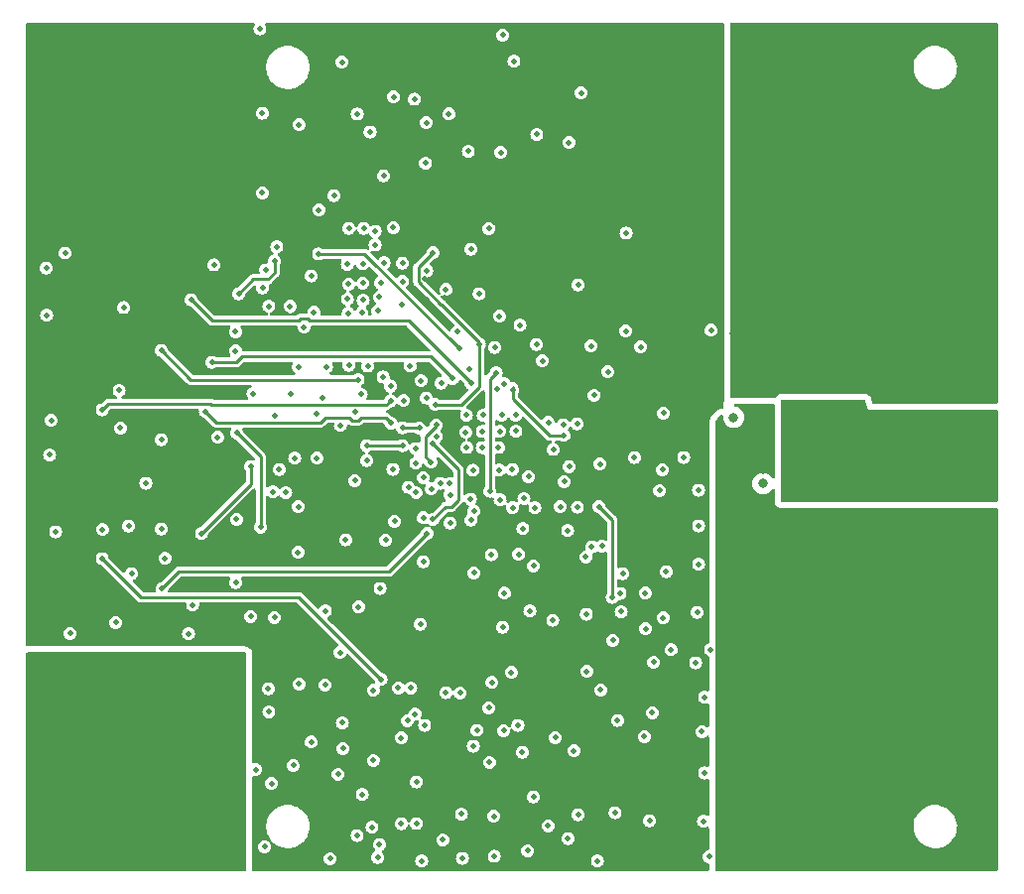
<source format=gbr>
%TF.GenerationSoftware,KiCad,Pcbnew,7.0.10-7.0.10~ubuntu22.04.1*%
%TF.CreationDate,2024-07-15T15:34:11-04:00*%
%TF.ProjectId,IcePSMNR55,49636550-534d-44e5-9235-352e6b696361,rev?*%
%TF.SameCoordinates,Original*%
%TF.FileFunction,Copper,L4,Inr*%
%TF.FilePolarity,Positive*%
%FSLAX46Y46*%
G04 Gerber Fmt 4.6, Leading zero omitted, Abs format (unit mm)*
G04 Created by KiCad (PCBNEW 7.0.10-7.0.10~ubuntu22.04.1) date 2024-07-15 15:34:11*
%MOMM*%
%LPD*%
G01*
G04 APERTURE LIST*
%TA.AperFunction,ComponentPad*%
%ADD10C,1.800000*%
%TD*%
%TA.AperFunction,ViaPad*%
%ADD11C,0.800000*%
%TD*%
%TA.AperFunction,ViaPad*%
%ADD12C,0.500000*%
%TD*%
%TA.AperFunction,Conductor*%
%ADD13C,0.260000*%
%TD*%
G04 APERTURE END LIST*
D10*
%TO.N,/HighSw*%
%TO.C,M4*%
X101600000Y-45720000D03*
X104140000Y-45720000D03*
X106680000Y-45720000D03*
X109220000Y-45720000D03*
X111760000Y-45720000D03*
X114300000Y-45720000D03*
X114300000Y-48260000D03*
X111760000Y-48260000D03*
X109220000Y-48260000D03*
X106680000Y-48260000D03*
X104140000Y-48260000D03*
X101600000Y-48260000D03*
X101600000Y-50800000D03*
X104140000Y-50800000D03*
X106680000Y-50800000D03*
X109220000Y-50800000D03*
X111760000Y-50800000D03*
X114300000Y-50800000D03*
X114300000Y-53340000D03*
X111760000Y-53340000D03*
X109220000Y-53340000D03*
X106680000Y-53340000D03*
X104140000Y-53340000D03*
X101600000Y-53340000D03*
X101600000Y-55880000D03*
X104140000Y-55880000D03*
X106680000Y-55880000D03*
X109220000Y-55880000D03*
X111760000Y-55880000D03*
X114300000Y-55880000D03*
X114300000Y-58420000D03*
X111760000Y-58420000D03*
X109220000Y-58420000D03*
X106680000Y-58420000D03*
X104140000Y-58420000D03*
X101600000Y-58420000D03*
%TD*%
%TO.N,GND*%
%TO.C,M3*%
X101600000Y-82550000D03*
X104140000Y-82550000D03*
X106680000Y-82550000D03*
X109220000Y-82550000D03*
X111760000Y-82550000D03*
X114300000Y-82550000D03*
X114300000Y-85090000D03*
X111760000Y-85090000D03*
X109220000Y-85090000D03*
X106680000Y-85090000D03*
X104140000Y-85090000D03*
X101600000Y-85090000D03*
X101600000Y-87630000D03*
X104140000Y-87630000D03*
X106680000Y-87630000D03*
X109220000Y-87630000D03*
X111760000Y-87630000D03*
X114300000Y-87630000D03*
X114300000Y-90170000D03*
X111760000Y-90170000D03*
X109220000Y-90170000D03*
X106680000Y-90170000D03*
X104140000Y-90170000D03*
X101600000Y-90170000D03*
X101600000Y-92710000D03*
X104140000Y-92710000D03*
X106680000Y-92710000D03*
X109220000Y-92710000D03*
X111760000Y-92710000D03*
X114300000Y-92710000D03*
X114300000Y-95250000D03*
X111760000Y-95250000D03*
X109220000Y-95250000D03*
X106680000Y-95250000D03*
X104140000Y-95250000D03*
X101600000Y-95250000D03*
%TD*%
%TO.N,/VIN*%
%TO.C,M1*%
X39370000Y-38100000D03*
X41910000Y-38100000D03*
X44450000Y-38100000D03*
X46990000Y-38100000D03*
X49530000Y-38100000D03*
X52070000Y-38100000D03*
X52070000Y-40640000D03*
X49530000Y-40640000D03*
X46990000Y-40640000D03*
X44450000Y-40640000D03*
X41910000Y-40640000D03*
X39370000Y-40640000D03*
X39370000Y-43180000D03*
X41910000Y-43180000D03*
X44450000Y-43180000D03*
X46990000Y-43180000D03*
X49530000Y-43180000D03*
X52070000Y-43180000D03*
X52070000Y-45720000D03*
X49530000Y-45720000D03*
X46990000Y-45720000D03*
X44450000Y-45720000D03*
X41910000Y-45720000D03*
X39370000Y-45720000D03*
X39370000Y-48260000D03*
X41910000Y-48260000D03*
X44450000Y-48260000D03*
X46990000Y-48260000D03*
X49530000Y-48260000D03*
X52070000Y-48260000D03*
X52070000Y-50800000D03*
X49530000Y-50800000D03*
X46990000Y-50800000D03*
X44450000Y-50800000D03*
X41910000Y-50800000D03*
X39370000Y-50800000D03*
%TD*%
%TO.N,GND*%
%TO.C,M2*%
X39390000Y-90170000D03*
X41930000Y-90170000D03*
X44470000Y-90170000D03*
X47010000Y-90170000D03*
X49550000Y-90170000D03*
X52090000Y-90170000D03*
X52090000Y-92710000D03*
X49550000Y-92710000D03*
X47010000Y-92710000D03*
X44470000Y-92710000D03*
X41930000Y-92710000D03*
X39390000Y-92710000D03*
X39390000Y-95250000D03*
X41930000Y-95250000D03*
X44470000Y-95250000D03*
X47010000Y-95250000D03*
X49550000Y-95250000D03*
X52090000Y-95250000D03*
X52090000Y-97790000D03*
X49550000Y-97790000D03*
X47010000Y-97790000D03*
X44470000Y-97790000D03*
X41930000Y-97790000D03*
X39390000Y-97790000D03*
X39390000Y-100330000D03*
X41930000Y-100330000D03*
X44470000Y-100330000D03*
X47010000Y-100330000D03*
X49550000Y-100330000D03*
X52090000Y-100330000D03*
X52090000Y-102870000D03*
X49550000Y-102870000D03*
X47010000Y-102870000D03*
X44470000Y-102870000D03*
X41930000Y-102870000D03*
X39390000Y-102870000D03*
%TD*%
D11*
%TO.N,Net-(Q4-G)*%
X98323400Y-73612002D03*
X95823500Y-67945000D03*
D12*
%TO.N,GND*%
X43390000Y-65650000D03*
X55800000Y-104600000D03*
X105840000Y-79320000D03*
X97790000Y-67564000D03*
X65230000Y-53250000D03*
X78440000Y-84480000D03*
X94940000Y-91770000D03*
X84479737Y-91209916D03*
X98806000Y-67564000D03*
X100880000Y-99460000D03*
X67665600Y-66522600D03*
X74380000Y-69160000D03*
X95956000Y-90246000D03*
X108460000Y-99460000D03*
X60018332Y-58988445D03*
X96816000Y-99460000D03*
X88320000Y-85980000D03*
X72970000Y-69220000D03*
X94940000Y-85458000D03*
X112250000Y-76962000D03*
X62940000Y-59090000D03*
X44450000Y-81280000D03*
X49310000Y-86420000D03*
X113284000Y-76962000D03*
X104396000Y-99460000D03*
X87346000Y-71374000D03*
X98806000Y-69596000D03*
X98171000Y-101981000D03*
X77230000Y-67760000D03*
X103380000Y-99460000D03*
X75438000Y-61976000D03*
X101410000Y-76204000D03*
X76030000Y-67760000D03*
X80600000Y-95270000D03*
X64180000Y-56490000D03*
X56515000Y-74295000D03*
X95956000Y-91262000D03*
X61722000Y-49022000D03*
X71272400Y-57048400D03*
X64180000Y-54850000D03*
X81680000Y-103890000D03*
X83921600Y-66065400D03*
X81360000Y-73440000D03*
X68707000Y-71856600D03*
X88200000Y-95200000D03*
X97832000Y-99460000D03*
X80000000Y-102800000D03*
X75820000Y-72450000D03*
X60706000Y-66294000D03*
X62712600Y-78409800D03*
X94940000Y-83426000D03*
X93345000Y-91821000D03*
X102934000Y-77220000D03*
X82810000Y-40260000D03*
X97028000Y-88773000D03*
X97570000Y-84100000D03*
X82200000Y-96400000D03*
X94940000Y-92786000D03*
X95885000Y-74676000D03*
X53410000Y-76650000D03*
X75760000Y-70520000D03*
X88890000Y-93150000D03*
X105412000Y-99460000D03*
X95956000Y-84950000D03*
X103632000Y-104521000D03*
X67560000Y-56350000D03*
X65590000Y-57680000D03*
X98848000Y-99460000D03*
X92826749Y-74167353D03*
X102872000Y-100476000D03*
X96308000Y-100476000D03*
X76200000Y-94691200D03*
X97155000Y-68580000D03*
X55400000Y-34800000D03*
X75946000Y-45339000D03*
X91567000Y-71374000D03*
X58730000Y-42970000D03*
X88650000Y-102360000D03*
X76940000Y-72390000D03*
X37200000Y-59230000D03*
X113810000Y-76200000D03*
X94940000Y-93802000D03*
X93345000Y-98298000D03*
X58250000Y-97650000D03*
X97409000Y-97790000D03*
X89820000Y-85070000D03*
X104904000Y-100476000D03*
X57984000Y-58480000D03*
X94940000Y-86474000D03*
X65440000Y-105500000D03*
X95956000Y-80886000D03*
X99356000Y-100476000D03*
X95360000Y-103390000D03*
X104458000Y-76204000D03*
X93120000Y-94760000D03*
X92710000Y-84582000D03*
X62960000Y-56580000D03*
X95800000Y-99460000D03*
X65460000Y-58880000D03*
X86220000Y-84520000D03*
X56650000Y-85020000D03*
X76120000Y-35340000D03*
X95956000Y-95326000D03*
X109220000Y-76962000D03*
X80390000Y-85270000D03*
X62433200Y-94005400D03*
X112776000Y-76200000D03*
X94940000Y-84442000D03*
X90068900Y-81117500D03*
X93730000Y-105440000D03*
X63830000Y-84130000D03*
X99378000Y-76204000D03*
X66000000Y-54760000D03*
X93910000Y-60520000D03*
X100372000Y-100476000D03*
X43490000Y-68860000D03*
X98298000Y-86614000D03*
X109746000Y-76200000D03*
X64800000Y-43600000D03*
X79020000Y-43800000D03*
X62230000Y-88011000D03*
X56840000Y-53400000D03*
X98520000Y-79810000D03*
X97790000Y-69596000D03*
X83280000Y-89620000D03*
X93250000Y-102420000D03*
X62860000Y-54900000D03*
X101918000Y-77220000D03*
X94784000Y-99460000D03*
X102426000Y-76204000D03*
X69088000Y-85598000D03*
X86650000Y-52230000D03*
X95250000Y-76327000D03*
X95956000Y-94310000D03*
X110218000Y-76962000D03*
X59791600Y-55880000D03*
X56159400Y-93065600D03*
X111252000Y-76962000D03*
X73280000Y-63810000D03*
X102440000Y-78980000D03*
X73040000Y-70520000D03*
X45670000Y-73580000D03*
X53340000Y-82042000D03*
X78994000Y-61722000D03*
X81780000Y-72150000D03*
X69201885Y-105793320D03*
X106250000Y-102890000D03*
X72680000Y-105580000D03*
X74380000Y-70530000D03*
X97790000Y-71628000D03*
X74980800Y-97383600D03*
X99886000Y-77220000D03*
X78250000Y-104940000D03*
X107040000Y-77600000D03*
X95956000Y-86982000D03*
X83250000Y-84750000D03*
X105920000Y-100476000D03*
X73660000Y-81229200D03*
X72490000Y-91480000D03*
X62410000Y-37650000D03*
X69138800Y-64820800D03*
X64516000Y-71628000D03*
X82473800Y-68503800D03*
X77597000Y-60071000D03*
X98806000Y-71628000D03*
X76120000Y-85860000D03*
X97150000Y-78550000D03*
X98171000Y-70612000D03*
X88280000Y-82950000D03*
X95956000Y-93294000D03*
X73030000Y-67760000D03*
X94940000Y-90754000D03*
X65659000Y-82550000D03*
X98870000Y-77220000D03*
X111778000Y-76200000D03*
X98298000Y-72517000D03*
X55040000Y-98020000D03*
X66120000Y-78440000D03*
X103888000Y-100476000D03*
X38780000Y-53920000D03*
X89846000Y-67590000D03*
X97324000Y-100476000D03*
X73928348Y-94643407D03*
X64210000Y-57950000D03*
X69530000Y-46260000D03*
X84200000Y-105800000D03*
X92837000Y-80500000D03*
X83650000Y-61860000D03*
X98171000Y-68580000D03*
X95956000Y-83934000D03*
X71000000Y-104000000D03*
X97155000Y-70612000D03*
X85910000Y-93810000D03*
X86130000Y-82980000D03*
X67480000Y-58360000D03*
X94940000Y-81394000D03*
X65600000Y-104400000D03*
X55600000Y-42000000D03*
X81661000Y-77597000D03*
X92837000Y-77216000D03*
X115970000Y-78640000D03*
X65960000Y-47340000D03*
X95292000Y-100476000D03*
X39200000Y-86400000D03*
X95956000Y-92278000D03*
X73590000Y-72460000D03*
X95956000Y-85966000D03*
X77830000Y-77440000D03*
X64090000Y-59030000D03*
X63700000Y-42070000D03*
X67560000Y-54790000D03*
X81760000Y-44510000D03*
X67995800Y-93827600D03*
X51490000Y-54940000D03*
X95956000Y-96342000D03*
X75360000Y-102000000D03*
X43780000Y-58580000D03*
X58674000Y-63627000D03*
X106428000Y-99460000D03*
X69342000Y-80264000D03*
X37460000Y-71150000D03*
X77240000Y-69120000D03*
X100394000Y-76204000D03*
X100902000Y-77220000D03*
X58648600Y-79476600D03*
X95956000Y-81902000D03*
X44196000Y-77216000D03*
X107952000Y-100476000D03*
X72600000Y-101800000D03*
X75400000Y-105400000D03*
X74940000Y-51840000D03*
X51793054Y-69659660D03*
X92583000Y-88900000D03*
X107444000Y-99460000D03*
X74940000Y-92740000D03*
X94940000Y-94818000D03*
X74450000Y-67760000D03*
X84410000Y-71930000D03*
X62870000Y-57860000D03*
X43100000Y-85470000D03*
X99864000Y-99460000D03*
X95122000Y-71894000D03*
X77470000Y-79629000D03*
X83710000Y-78990000D03*
X94940000Y-82410000D03*
X61087000Y-63627000D03*
X103950000Y-77220000D03*
X105310000Y-103920000D03*
X110744000Y-76200000D03*
X102364000Y-99460000D03*
X106936000Y-100476000D03*
X96960000Y-105470000D03*
X85704158Y-101681458D03*
X103442000Y-76204000D03*
X98180000Y-93580000D03*
X69596000Y-42799000D03*
X95956000Y-82918000D03*
X93853000Y-87757000D03*
X37170000Y-55210000D03*
X37600000Y-68210000D03*
X85520000Y-86990000D03*
X104966000Y-77220000D03*
X61400000Y-105600000D03*
X64960000Y-102920000D03*
X94869000Y-69596000D03*
X111600000Y-79510000D03*
X59791600Y-95656400D03*
X109910000Y-98600000D03*
X101540000Y-102970000D03*
X54813200Y-65938400D03*
X58674000Y-75565000D03*
X37973000Y-77724000D03*
X65700000Y-56480000D03*
X87890000Y-61940000D03*
X75870000Y-69150000D03*
X56400000Y-99200000D03*
X60256161Y-71423956D03*
X69455000Y-94240000D03*
X116990000Y-98840000D03*
X94940000Y-95834000D03*
X55600000Y-48790000D03*
X98340000Y-100476000D03*
X82490000Y-75620000D03*
%TO.N,+3V3*%
X76962000Y-75666000D03*
X62267974Y-68647000D03*
X60421470Y-50271730D03*
X75845000Y-59309000D03*
X58369200Y-71424800D03*
X85460000Y-83320000D03*
X74105000Y-57404000D03*
X67564000Y-68847000D03*
X72218513Y-60636487D03*
X66747913Y-72387087D03*
X84330000Y-75565000D03*
X63497060Y-73344633D03*
X56155000Y-58480000D03*
X79502000Y-63119000D03*
X69000000Y-68850000D03*
X57048400Y-72390000D03*
X86614000Y-60579000D03*
X69630600Y-55460000D03*
X59165000Y-60258000D03*
X53310000Y-62290000D03*
%TO.N,/+22V*%
X77790000Y-96520000D03*
X65074800Y-97231200D03*
X73609200Y-96012000D03*
X78740000Y-100330000D03*
%TO.N,+5V*%
X57605000Y-74355000D03*
X60960000Y-90780000D03*
X66774620Y-51771141D03*
X60985200Y-84454800D03*
%TO.N,+1V2*%
X70443511Y-68604923D03*
X75148133Y-79670000D03*
X69993000Y-71754601D03*
X80441800Y-70688200D03*
%TO.N,+2V5*%
X78867000Y-75666000D03*
X81030000Y-75565000D03*
%TO.N,/VIN*%
X91440000Y-43942000D03*
X89408000Y-39878000D03*
X91440000Y-44958000D03*
X82720000Y-83220000D03*
X54760000Y-63710000D03*
X91440000Y-54356000D03*
X51054000Y-72136000D03*
X90424000Y-53848000D03*
X91440000Y-42926000D03*
X91440000Y-40894000D03*
X62103000Y-72771000D03*
X90424000Y-55880000D03*
X91440000Y-38862000D03*
X84170000Y-50820000D03*
X89960000Y-61010000D03*
X89408000Y-41910000D03*
X90424000Y-41402000D03*
X92456000Y-41402000D03*
X57000000Y-35400000D03*
X91440000Y-56388000D03*
X89408000Y-55372000D03*
X90976000Y-61010000D03*
X88944000Y-61010000D03*
X92456000Y-53848000D03*
X67200000Y-42600000D03*
X92456000Y-42418000D03*
X86716000Y-40542000D03*
X92456000Y-40386000D03*
X76600000Y-41200000D03*
X91484000Y-59994000D03*
X89408000Y-44958000D03*
X44530000Y-60630000D03*
X89408000Y-53340000D03*
X46190000Y-54390000D03*
X90424000Y-56896000D03*
X91440000Y-51308000D03*
X92456000Y-54864000D03*
X71130000Y-57750000D03*
X55110000Y-51170000D03*
X89408000Y-40894000D03*
X56600000Y-40600000D03*
X82646000Y-49804000D03*
X89452000Y-59994000D03*
X86716000Y-41558000D03*
X92456000Y-39370000D03*
X89408000Y-54356000D03*
X52090000Y-57130000D03*
X63670000Y-49060000D03*
X42190000Y-54210000D03*
X51562000Y-78994000D03*
X90424000Y-54864000D03*
X49784000Y-69088000D03*
X92456000Y-55880000D03*
X72400000Y-51400000D03*
X70485000Y-40259000D03*
X82138000Y-50820000D03*
X90424000Y-40386000D03*
X57200000Y-47000000D03*
X90424000Y-44450000D03*
X92456000Y-52832000D03*
X65659000Y-80264000D03*
X81122000Y-50820000D03*
X64008000Y-46609000D03*
X67310000Y-84582000D03*
X89408000Y-38862000D03*
X88180000Y-72560000D03*
X55800000Y-43800000D03*
X90424000Y-42418000D03*
X89408000Y-52324000D03*
X82000000Y-42800000D03*
X86716000Y-43590000D03*
X89408000Y-56388000D03*
X92456000Y-56896000D03*
X69494446Y-56149807D03*
X90424000Y-39370000D03*
X82550000Y-87500000D03*
X92456000Y-44450000D03*
X64897000Y-68834000D03*
X90424000Y-43434000D03*
X77978000Y-90525600D03*
X57200000Y-44600000D03*
X90424000Y-52832000D03*
X91440000Y-41910000D03*
X48640000Y-54050000D03*
X90468000Y-59994000D03*
X82753200Y-93675200D03*
X57290000Y-48680000D03*
X89408000Y-51308000D03*
X72567800Y-56286400D03*
X79883000Y-79121000D03*
X85700000Y-42066000D03*
X92456000Y-43434000D03*
X89408000Y-57404000D03*
X70993000Y-55245000D03*
X86716000Y-42574000D03*
X83662000Y-49804000D03*
X67400000Y-45000000D03*
X85700000Y-43082000D03*
X89408000Y-43942000D03*
X60200000Y-51800000D03*
X82000000Y-37400000D03*
X60198000Y-61214000D03*
X36930000Y-53680000D03*
X89408000Y-42926000D03*
X69610000Y-57930000D03*
X91440000Y-57404000D03*
X88436000Y-59994000D03*
X91440000Y-39878000D03*
X69350000Y-52570000D03*
X91440000Y-53340000D03*
X85700000Y-41050000D03*
X91440000Y-55372000D03*
X83154000Y-50820000D03*
X91440000Y-52324000D03*
X63260000Y-90932000D03*
X57023000Y-77927200D03*
X81630000Y-49804000D03*
X90424000Y-51816000D03*
X61710000Y-47660000D03*
X92456000Y-51816000D03*
X61400000Y-42400000D03*
X55800000Y-45800000D03*
%TO.N,Net-(U8-GND{slash}ADJ)*%
X56120000Y-91100000D03*
X58743587Y-90696413D03*
%TO.N,Net-(C43-Pad1)*%
X77419200Y-94234000D03*
X82550000Y-101854000D03*
%TO.N,/LED_R*%
X90474800Y-87782400D03*
X89747821Y-72417821D03*
X75620000Y-65532000D03*
%TO.N,/LED_G*%
X76962000Y-65624800D03*
X84582000Y-78943200D03*
X81330800Y-69494400D03*
%TO.N,/LED_B*%
X89001600Y-88849200D03*
X76250800Y-65074800D03*
%TO.N,/CDONE*%
X70154800Y-76657200D03*
X83210400Y-79857600D03*
X70131751Y-70208481D03*
%TO.N,Net-(IC1-CA)*%
X73176400Y-45237400D03*
X77070000Y-37567200D03*
%TO.N,/USB_M*%
X55880000Y-55372000D03*
X54610000Y-84937600D03*
X68760000Y-102610000D03*
X68595000Y-40800000D03*
%TO.N,/USB_P*%
X67462026Y-95300800D03*
X68760000Y-99060000D03*
X67208400Y-91033600D03*
X55626000Y-56896000D03*
X53441600Y-69291200D03*
X55473600Y-77317600D03*
X66800000Y-40600000D03*
%TO.N,/IOT_36B*%
X50749200Y-67462400D03*
X66580000Y-68427600D03*
X78319999Y-73004078D03*
%TO.N,/VGS:LOAD-IOB_13B*%
X74117200Y-61722000D03*
X70459600Y-69590000D03*
X70358000Y-66852800D03*
X71526400Y-42062400D03*
X70166127Y-53896000D03*
%TO.N,/VGS:Fly-IOB_18A*%
X71628000Y-76962000D03*
X78740000Y-80619600D03*
X86360000Y-81280000D03*
X68716983Y-74355000D03*
X69342000Y-73085000D03*
%TO.N,/IOT_43A*%
X66548000Y-66548000D03*
X80006265Y-68385000D03*
X41950000Y-67310000D03*
%TO.N,/IOT_42B*%
X81280000Y-68580000D03*
X46990000Y-69850000D03*
X64516000Y-70358000D03*
X67568653Y-70362653D03*
%TO.N,/FPGA_SO*%
X71628000Y-74549000D03*
X68067347Y-73918653D03*
X66894389Y-76818811D03*
X62077600Y-98399600D03*
X62484000Y-96215200D03*
X65074800Y-91236800D03*
X46990000Y-77470000D03*
X70027987Y-74040813D03*
%TO.N,/FT_SSn*%
X65909774Y-64508148D03*
X73369000Y-74930000D03*
X41960800Y-77520800D03*
X85090000Y-64058800D03*
%TO.N,/FPGA_SI*%
X73660000Y-75946000D03*
X63690000Y-103639000D03*
X47300000Y-79980000D03*
X64135000Y-100140000D03*
%TO.N,/FLASH_MOSI*%
X62992000Y-63500000D03*
X41950000Y-80010000D03*
X65735200Y-90322400D03*
X73406000Y-53594000D03*
%TO.N,/FT_SCK*%
X68229418Y-63567000D03*
X47040800Y-82550000D03*
X64052676Y-65973000D03*
X69650079Y-77853000D03*
%TO.N,/FLASH_MISO*%
X49657000Y-83947000D03*
X50419000Y-77851000D03*
X63500000Y-67497000D03*
X82550000Y-56642000D03*
X64592200Y-63576200D03*
X54610000Y-72136000D03*
X56642000Y-67810000D03*
%TO.N,/HighSw*%
X106470000Y-36430000D03*
X115824000Y-61976000D03*
X115189000Y-65278000D03*
X113538000Y-63246000D03*
X101346000Y-63246000D03*
X102870000Y-41148000D03*
X106680000Y-61976000D03*
X108204000Y-61976000D03*
X97282000Y-44958000D03*
X110490000Y-63246000D03*
X101346000Y-40132000D03*
X108966000Y-63246000D03*
X95730000Y-60810000D03*
X98806000Y-55880000D03*
X98806000Y-60452000D03*
X101346000Y-37084000D03*
X100584000Y-61976000D03*
X101346000Y-38608000D03*
X98806000Y-49784000D03*
X112776000Y-61976000D03*
X96266000Y-44958000D03*
X102870000Y-42672000D03*
X103632000Y-61976000D03*
X116850000Y-57200000D03*
X97536000Y-61976000D03*
X97282000Y-53340000D03*
X98806000Y-40640000D03*
X96266000Y-55372000D03*
X98806000Y-45212000D03*
X97282000Y-57404000D03*
X116890000Y-35410000D03*
X100076000Y-42672000D03*
X98806000Y-54356000D03*
X99060000Y-61976000D03*
X114300000Y-61976000D03*
X115189000Y-66294000D03*
X98806000Y-38862000D03*
X102108000Y-61976000D03*
X98806000Y-58928000D03*
X107720000Y-39390000D03*
X98806000Y-48260000D03*
X100076000Y-39624000D03*
X98806000Y-46736000D03*
X96266000Y-57404000D03*
X100076000Y-38100000D03*
X101346000Y-41656000D03*
X104394000Y-63246000D03*
X96774000Y-63246000D03*
X113157000Y-66294000D03*
X116820000Y-41280000D03*
X109500000Y-41810000D03*
X111252000Y-61976000D03*
X117200000Y-49320000D03*
X103060000Y-36240000D03*
X96266000Y-53340000D03*
X111125000Y-65278000D03*
X98806000Y-57404000D03*
X99822000Y-63246000D03*
X97282000Y-42926000D03*
X102870000Y-63246000D03*
X105918000Y-63246000D03*
X111125000Y-66294000D03*
X102870000Y-38100000D03*
X96266000Y-40894000D03*
X98806000Y-52832000D03*
X109728000Y-61976000D03*
X97282000Y-55372000D03*
X102870000Y-39624000D03*
X115062000Y-63246000D03*
X98806000Y-43688000D03*
X113157000Y-65278000D03*
X97282000Y-40894000D03*
X107442000Y-63246000D03*
X100076000Y-41148000D03*
X98806000Y-51308000D03*
X116586000Y-63246000D03*
X112014000Y-63246000D03*
X98806000Y-42164000D03*
X96266000Y-42926000D03*
X104610000Y-38710000D03*
X105156000Y-61976000D03*
X105180000Y-41430000D03*
X98298000Y-63246000D03*
%TO.N,/CRESET_N*%
X69600000Y-66294001D03*
X68681600Y-70604601D03*
%TO.N,/EE_CS*%
X53310000Y-60640000D03*
X62992000Y-51816000D03*
X58013600Y-65973000D03*
%TO.N,/EE_CLK*%
X64262000Y-51816000D03*
X60267500Y-67660000D03*
%TO.N,/EE_DAT*%
X65235000Y-52070000D03*
X56642000Y-54610000D03*
X53594000Y-57404000D03*
%TO.N,Net-(U9-EN{slash}UVLO)*%
X76860400Y-89712800D03*
X75201866Y-90575000D03*
X71260000Y-91450000D03*
%TO.N,/IOB_22A*%
X89509648Y-74193352D03*
X70782797Y-73573857D03*
X77927200Y-74879200D03*
X73406000Y-76708000D03*
%TO.N,/IOB_23B*%
X68630800Y-93268800D03*
X75895200Y-74980800D03*
X76250800Y-82956400D03*
X68275200Y-91033600D03*
%TO.N,/IOB_24A*%
X69342000Y-76521000D03*
X71577200Y-73592627D03*
X67462400Y-102616000D03*
%TO.N,/CRYSTAL-IOB_25B_G3*%
X75031600Y-74254078D03*
X75559627Y-64139627D03*
%TO.N,/IOB_0A*%
X73406000Y-65024000D03*
X49530000Y-57912000D03*
%TO.N,/IOB_2A*%
X51308000Y-63246000D03*
X71839405Y-64620975D03*
%TO.N,/IOB_4A*%
X63777929Y-64746071D03*
X66548000Y-65278000D03*
X46990000Y-62230000D03*
X70866000Y-65024000D03*
%TO.N,/CLK_12M_FT*%
X72390000Y-62090000D03*
X60411834Y-54011034D03*
%TO.N,/AntiSeriesFB*%
X107823000Y-72517000D03*
X108839000Y-70866000D03*
X105029000Y-73787000D03*
X106807000Y-70993000D03*
X110363000Y-70866000D03*
X110236000Y-73787000D03*
X105283000Y-68199000D03*
X106299000Y-72517000D03*
X114808000Y-69469000D03*
X113538000Y-73787000D03*
X112141000Y-68072000D03*
X115443000Y-74422000D03*
X106807000Y-73787000D03*
X100965000Y-69596000D03*
X103505000Y-73787000D03*
X114681000Y-72390000D03*
X106807000Y-68199000D03*
X103505000Y-68199000D03*
X105283000Y-70993000D03*
X108712000Y-73787000D03*
X109855000Y-72390000D03*
X117221000Y-68961000D03*
X103505000Y-70993000D03*
X110363000Y-68072000D03*
X101981000Y-68199000D03*
X108839000Y-74803000D03*
X111506000Y-69469000D03*
X111379000Y-72390000D03*
X112141000Y-70866000D03*
X102997000Y-72517000D03*
X113665000Y-70866000D03*
X108839000Y-68072000D03*
X104648000Y-69596000D03*
X109982000Y-69469000D03*
X113284000Y-69469000D03*
X107950000Y-69596000D03*
X100965000Y-72517000D03*
X116840000Y-74041000D03*
X116713000Y-71374000D03*
X113157000Y-72390000D03*
X103124000Y-69596000D03*
X104521000Y-72517000D03*
X100965000Y-67183000D03*
X112014000Y-73787000D03*
X101727000Y-73787000D03*
X101981000Y-70993000D03*
X113665000Y-68072000D03*
X106426000Y-69596000D03*
%TD*%
D13*
%TO.N,+3V3*%
X69000000Y-68850000D02*
X67567000Y-68850000D01*
X67567000Y-68850000D02*
X67564000Y-68847000D01*
X85460000Y-76695000D02*
X84330000Y-75565000D01*
X85460000Y-83320000D02*
X85460000Y-76695000D01*
%TO.N,+1V2*%
X69510000Y-69555000D02*
X69510000Y-71271601D01*
X70443511Y-68621489D02*
X69510000Y-69555000D01*
X70443511Y-68604923D02*
X70443511Y-68621489D01*
X69510000Y-71271601D02*
X69993000Y-71754601D01*
%TO.N,/LED_G*%
X80090360Y-69494400D02*
X76962000Y-66366040D01*
X76962000Y-66366040D02*
X76962000Y-65379600D01*
X81330800Y-69494400D02*
X80090360Y-69494400D01*
%TO.N,/CDONE*%
X71755000Y-75565000D02*
X72339200Y-74980800D01*
X72339200Y-74980800D02*
X72339200Y-72415930D01*
X72339200Y-72415930D02*
X70131751Y-70208481D01*
X71247000Y-75565000D02*
X71755000Y-75565000D01*
X70154800Y-76657200D02*
X71247000Y-75565000D01*
%TO.N,/USB_P*%
X55473600Y-71323200D02*
X53441600Y-69291200D01*
X55473600Y-77317600D02*
X55473600Y-71323200D01*
%TO.N,/IOT_36B*%
X64008000Y-68004122D02*
X63813122Y-68199000D01*
X51676800Y-68390000D02*
X50749200Y-67462400D01*
X66580000Y-68427600D02*
X66156522Y-68004122D01*
X66156522Y-68004122D02*
X64008000Y-68004122D01*
X63246000Y-68199000D02*
X62992000Y-67945000D01*
X61007805Y-67945000D02*
X60562805Y-68390000D01*
X60562805Y-68390000D02*
X51676800Y-68390000D01*
X62992000Y-67945000D02*
X61007805Y-67945000D01*
X63813122Y-68199000D02*
X63246000Y-68199000D01*
%TO.N,/VGS:LOAD-IOB_13B*%
X74131000Y-61735800D02*
X74117200Y-61722000D01*
X70358000Y-66852800D02*
X72602505Y-66852800D01*
X68914446Y-56390051D02*
X68914446Y-55147681D01*
X68914446Y-55147681D02*
X70166127Y-53896000D01*
X74117200Y-61544200D02*
X70903000Y-58330000D01*
X72602505Y-66852800D02*
X74131000Y-65324305D01*
X74131000Y-65324305D02*
X74131000Y-61735800D01*
X74117200Y-61722000D02*
X74117200Y-61544200D01*
X70903000Y-58330000D02*
X70854395Y-58330000D01*
X70854395Y-58330000D02*
X68914446Y-56390051D01*
%TO.N,/IOT_43A*%
X66548000Y-66548000D02*
X66196000Y-66900000D01*
X66196000Y-66900000D02*
X51279000Y-66900000D01*
X51279000Y-66900000D02*
X51181000Y-66802000D01*
X42458000Y-66802000D02*
X41950000Y-67310000D01*
X51181000Y-66802000D02*
X42458000Y-66802000D01*
%TO.N,/IOT_42B*%
X67568653Y-70362653D02*
X67564000Y-70358000D01*
X67564000Y-70358000D02*
X64516000Y-70358000D01*
%TO.N,/FLASH_MOSI*%
X41950000Y-80010000D02*
X45252000Y-83312000D01*
X45252000Y-83312000D02*
X58724800Y-83312000D01*
X58724800Y-83312000D02*
X65735200Y-90322400D01*
%TO.N,/FT_SCK*%
X69650079Y-77871306D02*
X66393785Y-81127600D01*
X66393785Y-81127600D02*
X48463200Y-81127600D01*
X48463200Y-81127600D02*
X47040800Y-82550000D01*
X69650079Y-77853000D02*
X69650079Y-77871306D01*
%TO.N,/FLASH_MISO*%
X54610000Y-73660000D02*
X54610000Y-72136000D01*
X50419000Y-77851000D02*
X54610000Y-73660000D01*
%TO.N,/EE_DAT*%
X56642000Y-55635305D02*
X56106305Y-56171000D01*
X56642000Y-54610000D02*
X56642000Y-55635305D01*
X54827000Y-56171000D02*
X53594000Y-57404000D01*
X56106305Y-56171000D02*
X54827000Y-56171000D01*
%TO.N,/CRYSTAL-IOB_25B_G3*%
X75031600Y-64667654D02*
X75031600Y-74254078D01*
X75559627Y-64139627D02*
X75031600Y-64667654D01*
%TO.N,/IOB_0A*%
X51308000Y-59690000D02*
X49530000Y-57912000D01*
X58864695Y-59533000D02*
X58707695Y-59690000D01*
X59465305Y-59533000D02*
X58864695Y-59533000D01*
X73406000Y-65024000D02*
X68072000Y-59690000D01*
X58707695Y-59690000D02*
X51308000Y-59690000D01*
X59622305Y-59690000D02*
X59465305Y-59533000D01*
X68072000Y-59690000D02*
X59622305Y-59690000D01*
%TO.N,/IOB_2A*%
X53850305Y-62775000D02*
X53379305Y-63246000D01*
X71839405Y-64620975D02*
X69993430Y-62775000D01*
X69993430Y-62775000D02*
X53850305Y-62775000D01*
X53379305Y-63246000D02*
X51308000Y-63246000D01*
%TO.N,/IOB_4A*%
X49506071Y-64746071D02*
X46990000Y-62230000D01*
X63777929Y-64746071D02*
X49506071Y-64746071D01*
%TO.N,/CLK_12M_FT*%
X60411834Y-54011034D02*
X64311034Y-54011034D01*
X64311034Y-54011034D02*
X72390000Y-62090000D01*
%TD*%
%TA.AperFunction,Conductor*%
%TO.N,/AntiSeriesFB*%
G36*
X107034506Y-66440685D02*
G01*
X107080261Y-66493489D01*
X107086696Y-66510935D01*
X107314999Y-67309999D01*
X107315000Y-67310000D01*
X118239500Y-67310000D01*
X118306539Y-67329685D01*
X118352294Y-67382489D01*
X118363500Y-67434000D01*
X118363500Y-75060000D01*
X118343815Y-75127039D01*
X118291011Y-75172794D01*
X118239500Y-75184000D01*
X99946000Y-75184000D01*
X99878961Y-75164315D01*
X99833206Y-75111511D01*
X99822000Y-75060000D01*
X99822000Y-66545000D01*
X99841685Y-66477961D01*
X99894489Y-66432206D01*
X99946000Y-66421000D01*
X106967467Y-66421000D01*
X107034506Y-66440685D01*
G37*
%TD.AperFunction*%
%TD*%
%TA.AperFunction,Conductor*%
%TO.N,GND*%
G36*
X54192734Y-88019685D02*
G01*
X54238489Y-88072489D01*
X54249695Y-88124304D01*
X54204520Y-106555804D01*
X54184671Y-106622795D01*
X54131755Y-106668420D01*
X54080520Y-106679500D01*
X35557500Y-106679500D01*
X35490461Y-106659815D01*
X35444706Y-106607011D01*
X35433500Y-106555500D01*
X35433500Y-88124000D01*
X35453185Y-88056961D01*
X35505989Y-88011206D01*
X35557500Y-88000000D01*
X54125695Y-88000000D01*
X54192734Y-88019685D01*
G37*
%TD.AperFunction*%
%TD*%
%TA.AperFunction,Conductor*%
%TO.N,/HighSw*%
G36*
X118306539Y-34310185D02*
G01*
X118352294Y-34362989D01*
X118363500Y-34414500D01*
X118363500Y-66680500D01*
X118343815Y-66747539D01*
X118291011Y-66793294D01*
X118239500Y-66804500D01*
X107789832Y-66804500D01*
X107722793Y-66784815D01*
X107677038Y-66732011D01*
X107670603Y-66714565D01*
X107572748Y-66372069D01*
X107560958Y-66335990D01*
X107557098Y-66325525D01*
X107554527Y-66318555D01*
X107540080Y-66283496D01*
X107540075Y-66283488D01*
X107462300Y-66162468D01*
X107462287Y-66162451D01*
X107416543Y-66109659D01*
X107416539Y-66109656D01*
X107416537Y-66109653D01*
X107307803Y-66015433D01*
X107307800Y-66015431D01*
X107307798Y-66015430D01*
X107176932Y-65955664D01*
X107176927Y-65955662D01*
X107176926Y-65955662D01*
X107109887Y-65935977D01*
X107109889Y-65935977D01*
X107109884Y-65935976D01*
X107047814Y-65927052D01*
X106967467Y-65915500D01*
X99946000Y-65915500D01*
X99945991Y-65915500D01*
X99945990Y-65915501D01*
X99838549Y-65927052D01*
X99838537Y-65927054D01*
X99787027Y-65938260D01*
X99684502Y-65972383D01*
X99684496Y-65972386D01*
X99563462Y-66050171D01*
X99563451Y-66050179D01*
X99510659Y-66095923D01*
X99416434Y-66204662D01*
X99416431Y-66204667D01*
X99401837Y-66236621D01*
X99356080Y-66289423D01*
X99289040Y-66309105D01*
X99271400Y-66307843D01*
X99192503Y-66296500D01*
X99192500Y-66296500D01*
X95957052Y-66296500D01*
X95937832Y-66296866D01*
X95937815Y-66296866D01*
X95937796Y-66296867D01*
X95928395Y-66297225D01*
X95909153Y-66298324D01*
X95909149Y-66298324D01*
X95850231Y-66311436D01*
X95805650Y-66313134D01*
X95689948Y-66296500D01*
X95628000Y-66296500D01*
X95560961Y-66276815D01*
X95515206Y-66224011D01*
X95504000Y-66172500D01*
X95504000Y-38167763D01*
X111175787Y-38167763D01*
X111205413Y-38437013D01*
X111205415Y-38437024D01*
X111273926Y-38699082D01*
X111273928Y-38699088D01*
X111379870Y-38948390D01*
X111451998Y-39066575D01*
X111520979Y-39179605D01*
X111520986Y-39179615D01*
X111694253Y-39387819D01*
X111694259Y-39387824D01*
X111895998Y-39568582D01*
X112121910Y-39718044D01*
X112367176Y-39833020D01*
X112367183Y-39833022D01*
X112367185Y-39833023D01*
X112626557Y-39911057D01*
X112626564Y-39911058D01*
X112626569Y-39911060D01*
X112894561Y-39950500D01*
X112894566Y-39950500D01*
X113097629Y-39950500D01*
X113097631Y-39950500D01*
X113097636Y-39950499D01*
X113097648Y-39950499D01*
X113135191Y-39947750D01*
X113300156Y-39935677D01*
X113412758Y-39910593D01*
X113564546Y-39876782D01*
X113564548Y-39876781D01*
X113564553Y-39876780D01*
X113817558Y-39780014D01*
X114053777Y-39647441D01*
X114268177Y-39481888D01*
X114456186Y-39286881D01*
X114613799Y-39066579D01*
X114687787Y-38922669D01*
X114737649Y-38825690D01*
X114737651Y-38825684D01*
X114737656Y-38825675D01*
X114825118Y-38569305D01*
X114874319Y-38302933D01*
X114884212Y-38032235D01*
X114854586Y-37762982D01*
X114786072Y-37500912D01*
X114680130Y-37251610D01*
X114539018Y-37020390D01*
X114449747Y-36913119D01*
X114365746Y-36812180D01*
X114365740Y-36812175D01*
X114164002Y-36631418D01*
X113938092Y-36481957D01*
X113938090Y-36481956D01*
X113692824Y-36366980D01*
X113692819Y-36366978D01*
X113692814Y-36366976D01*
X113433442Y-36288942D01*
X113433428Y-36288939D01*
X113317791Y-36271921D01*
X113165439Y-36249500D01*
X112962369Y-36249500D01*
X112962351Y-36249500D01*
X112759844Y-36264323D01*
X112759831Y-36264325D01*
X112495453Y-36323217D01*
X112495446Y-36323220D01*
X112242439Y-36419987D01*
X112006226Y-36552557D01*
X111791822Y-36718112D01*
X111603822Y-36913109D01*
X111603816Y-36913116D01*
X111446202Y-37133419D01*
X111446199Y-37133424D01*
X111322350Y-37374309D01*
X111322343Y-37374327D01*
X111234884Y-37630685D01*
X111234881Y-37630699D01*
X111185681Y-37897068D01*
X111185680Y-37897075D01*
X111175787Y-38167763D01*
X95504000Y-38167763D01*
X95504000Y-34414500D01*
X95523685Y-34347461D01*
X95576489Y-34301706D01*
X95628000Y-34290500D01*
X118239500Y-34290500D01*
X118306539Y-34310185D01*
G37*
%TD.AperFunction*%
%TD*%
%TA.AperFunction,Conductor*%
%TO.N,GND*%
G36*
X99259539Y-66821685D02*
G01*
X99305294Y-66874489D01*
X99316500Y-66926000D01*
X99316500Y-73068327D01*
X99296815Y-73135366D01*
X99244011Y-73181121D01*
X99174853Y-73191065D01*
X99111297Y-73162040D01*
X99085113Y-73130327D01*
X99077692Y-73117475D01*
X99055933Y-73079786D01*
X98929271Y-72939114D01*
X98929270Y-72939113D01*
X98776134Y-72827853D01*
X98776129Y-72827850D01*
X98603207Y-72750859D01*
X98603202Y-72750857D01*
X98457401Y-72719867D01*
X98418046Y-72711502D01*
X98228754Y-72711502D01*
X98196297Y-72718400D01*
X98043597Y-72750857D01*
X98043592Y-72750859D01*
X97870670Y-72827850D01*
X97870665Y-72827853D01*
X97717529Y-72939113D01*
X97590866Y-73079787D01*
X97496221Y-73243717D01*
X97496218Y-73243724D01*
X97437727Y-73423742D01*
X97437726Y-73423746D01*
X97417940Y-73612002D01*
X97437726Y-73800258D01*
X97437727Y-73800261D01*
X97496218Y-73980279D01*
X97496221Y-73980286D01*
X97590867Y-74144218D01*
X97717529Y-74284890D01*
X97870665Y-74396150D01*
X97870670Y-74396153D01*
X98043592Y-74473144D01*
X98043597Y-74473146D01*
X98228754Y-74512502D01*
X98228755Y-74512502D01*
X98418044Y-74512502D01*
X98418046Y-74512502D01*
X98603203Y-74473146D01*
X98776130Y-74396153D01*
X98929271Y-74284890D01*
X99055933Y-74144218D01*
X99085113Y-74093675D01*
X99135679Y-74045461D01*
X99204286Y-74032237D01*
X99269151Y-74058205D01*
X99309680Y-74115118D01*
X99316500Y-74155676D01*
X99316500Y-75060000D01*
X99316501Y-75060009D01*
X99328052Y-75167450D01*
X99328054Y-75167462D01*
X99339260Y-75218972D01*
X99373383Y-75321497D01*
X99373386Y-75321503D01*
X99451171Y-75442537D01*
X99451179Y-75442548D01*
X99496923Y-75495340D01*
X99496926Y-75495343D01*
X99496930Y-75495347D01*
X99605664Y-75589567D01*
X99736541Y-75649338D01*
X99803580Y-75669023D01*
X99803584Y-75669024D01*
X99946000Y-75689500D01*
X99946003Y-75689500D01*
X118239500Y-75689500D01*
X118306539Y-75709185D01*
X118352294Y-75761989D01*
X118363500Y-75813500D01*
X118363500Y-106555500D01*
X118343815Y-106622539D01*
X118291011Y-106668294D01*
X118239500Y-106679500D01*
X94358000Y-106679500D01*
X94290961Y-106659815D01*
X94245206Y-106607011D01*
X94234000Y-106555500D01*
X94234000Y-102937763D01*
X111175787Y-102937763D01*
X111205413Y-103207013D01*
X111205415Y-103207024D01*
X111273926Y-103469082D01*
X111273928Y-103469088D01*
X111379870Y-103718390D01*
X111451998Y-103836575D01*
X111520979Y-103949605D01*
X111520986Y-103949615D01*
X111694253Y-104157819D01*
X111694259Y-104157824D01*
X111895998Y-104338582D01*
X112121910Y-104488044D01*
X112367176Y-104603020D01*
X112367183Y-104603022D01*
X112367185Y-104603023D01*
X112626557Y-104681057D01*
X112626564Y-104681058D01*
X112626569Y-104681060D01*
X112894561Y-104720500D01*
X112894566Y-104720500D01*
X113097629Y-104720500D01*
X113097631Y-104720500D01*
X113097636Y-104720499D01*
X113097648Y-104720499D01*
X113135191Y-104717750D01*
X113300156Y-104705677D01*
X113412758Y-104680593D01*
X113564546Y-104646782D01*
X113564548Y-104646781D01*
X113564553Y-104646780D01*
X113817558Y-104550014D01*
X114053777Y-104417441D01*
X114268177Y-104251888D01*
X114456186Y-104056881D01*
X114613799Y-103836579D01*
X114687787Y-103692669D01*
X114737649Y-103595690D01*
X114737651Y-103595684D01*
X114737656Y-103595675D01*
X114825118Y-103339305D01*
X114874319Y-103072933D01*
X114884212Y-102802235D01*
X114854586Y-102532982D01*
X114786072Y-102270912D01*
X114680130Y-102021610D01*
X114539018Y-101790390D01*
X114449747Y-101683119D01*
X114365746Y-101582180D01*
X114365740Y-101582175D01*
X114164002Y-101401418D01*
X113938092Y-101251957D01*
X113938090Y-101251956D01*
X113692824Y-101136980D01*
X113692819Y-101136978D01*
X113692814Y-101136976D01*
X113433442Y-101058942D01*
X113433428Y-101058939D01*
X113317791Y-101041921D01*
X113165439Y-101019500D01*
X112962369Y-101019500D01*
X112962351Y-101019500D01*
X112759844Y-101034323D01*
X112759831Y-101034325D01*
X112495453Y-101093217D01*
X112495446Y-101093220D01*
X112242439Y-101189987D01*
X112006226Y-101322557D01*
X111791822Y-101488112D01*
X111603822Y-101683109D01*
X111603816Y-101683116D01*
X111446202Y-101903419D01*
X111446199Y-101903424D01*
X111322350Y-102144309D01*
X111322343Y-102144327D01*
X111234884Y-102400685D01*
X111234881Y-102400699D01*
X111185681Y-102667068D01*
X111185680Y-102667075D01*
X111175787Y-102937763D01*
X94234000Y-102937763D01*
X94234000Y-68370893D01*
X94253685Y-68303854D01*
X94262736Y-68291516D01*
X94709710Y-67755147D01*
X94767747Y-67716250D01*
X94837604Y-67714904D01*
X94897099Y-67751539D01*
X94927342Y-67814524D01*
X94928288Y-67847493D01*
X94918040Y-67945000D01*
X94937826Y-68133256D01*
X94937827Y-68133259D01*
X94996318Y-68313277D01*
X94996321Y-68313284D01*
X95090967Y-68477216D01*
X95217629Y-68617888D01*
X95370765Y-68729148D01*
X95370770Y-68729151D01*
X95543692Y-68806142D01*
X95543697Y-68806144D01*
X95728854Y-68845500D01*
X95728855Y-68845500D01*
X95918144Y-68845500D01*
X95918146Y-68845500D01*
X96103303Y-68806144D01*
X96276230Y-68729151D01*
X96429371Y-68617888D01*
X96556033Y-68477216D01*
X96650679Y-68313284D01*
X96709174Y-68133256D01*
X96728960Y-67945000D01*
X96709174Y-67756744D01*
X96650679Y-67576716D01*
X96556033Y-67412784D01*
X96429371Y-67272112D01*
X96429370Y-67272111D01*
X96276234Y-67160851D01*
X96276229Y-67160848D01*
X96103307Y-67083857D01*
X96103302Y-67083855D01*
X95950876Y-67051457D01*
X95931270Y-67047289D01*
X95869789Y-67014098D01*
X95836013Y-66952935D01*
X95840665Y-66883220D01*
X95882270Y-66827088D01*
X95947617Y-66802359D01*
X95957052Y-66802000D01*
X99192500Y-66802000D01*
X99259539Y-66821685D01*
G37*
%TD.AperFunction*%
%TD*%
%TA.AperFunction,Conductor*%
%TO.N,/VIN*%
G36*
X54250000Y-53000000D02*
G01*
X35433500Y-53000000D01*
X35433500Y-34414500D01*
X35453185Y-34347461D01*
X35505989Y-34301706D01*
X35557500Y-34290500D01*
X54250000Y-34290500D01*
X54250000Y-53000000D01*
G37*
%TD.AperFunction*%
%TD*%
%TA.AperFunction,Conductor*%
%TO.N,/VIN*%
G36*
X54912655Y-34310185D02*
G01*
X54958410Y-34362989D01*
X54968354Y-34432147D01*
X54943992Y-34489985D01*
X54929214Y-34509244D01*
X54919137Y-34522377D01*
X54863671Y-34656287D01*
X54863670Y-34656291D01*
X54844750Y-34799999D01*
X54844750Y-34800000D01*
X54863670Y-34943708D01*
X54863671Y-34943712D01*
X54919137Y-35077622D01*
X54919138Y-35077624D01*
X54919139Y-35077625D01*
X55007379Y-35192621D01*
X55122375Y-35280861D01*
X55256291Y-35336330D01*
X55383280Y-35353048D01*
X55399999Y-35355250D01*
X55400000Y-35355250D01*
X55400001Y-35355250D01*
X55414977Y-35353278D01*
X55515833Y-35340000D01*
X75564750Y-35340000D01*
X75583670Y-35483708D01*
X75583671Y-35483712D01*
X75639137Y-35617622D01*
X75639138Y-35617624D01*
X75639139Y-35617625D01*
X75727379Y-35732621D01*
X75842375Y-35820861D01*
X75976291Y-35876330D01*
X76103280Y-35893048D01*
X76119999Y-35895250D01*
X76120000Y-35895250D01*
X76120001Y-35895250D01*
X76134977Y-35893278D01*
X76263709Y-35876330D01*
X76397625Y-35820861D01*
X76512621Y-35732621D01*
X76600861Y-35617625D01*
X76656330Y-35483709D01*
X76675250Y-35340000D01*
X76656330Y-35196291D01*
X76607178Y-35077625D01*
X76600862Y-35062377D01*
X76600861Y-35062376D01*
X76600861Y-35062375D01*
X76512621Y-34947379D01*
X76397625Y-34859139D01*
X76397624Y-34859138D01*
X76397622Y-34859137D01*
X76263712Y-34803671D01*
X76263710Y-34803670D01*
X76263709Y-34803670D01*
X76191854Y-34794210D01*
X76120001Y-34784750D01*
X76119999Y-34784750D01*
X75976291Y-34803670D01*
X75976287Y-34803671D01*
X75842377Y-34859137D01*
X75727379Y-34947379D01*
X75639137Y-35062377D01*
X75583671Y-35196287D01*
X75583670Y-35196291D01*
X75564750Y-35339999D01*
X75564750Y-35340000D01*
X55515833Y-35340000D01*
X55543709Y-35336330D01*
X55677625Y-35280861D01*
X55792621Y-35192621D01*
X55880861Y-35077625D01*
X55936330Y-34943709D01*
X55955250Y-34800000D01*
X55936330Y-34656291D01*
X55880861Y-34522375D01*
X55856007Y-34489985D01*
X55830814Y-34424817D01*
X55844852Y-34356373D01*
X55893666Y-34306383D01*
X55954384Y-34290500D01*
X94874500Y-34290500D01*
X94941539Y-34310185D01*
X94987294Y-34362989D01*
X94998500Y-34414500D01*
X94998500Y-38149254D01*
X94998500Y-66172500D01*
X94998501Y-66172509D01*
X95010052Y-66279950D01*
X95010054Y-66279962D01*
X95021260Y-66331472D01*
X95055385Y-66434002D01*
X95056849Y-66437061D01*
X95057271Y-66439670D01*
X95057836Y-66441365D01*
X95057561Y-66441456D01*
X95068028Y-66506031D01*
X95043919Y-66565346D01*
X95021986Y-66594365D01*
X95008711Y-66613782D01*
X95008691Y-66613813D01*
X94983498Y-66654710D01*
X94932574Y-66789280D01*
X94918783Y-66851255D01*
X94918305Y-66852980D01*
X94917396Y-66857485D01*
X94906450Y-67000947D01*
X94919060Y-67060275D01*
X94913742Y-67129942D01*
X94871604Y-67185675D01*
X94806024Y-67209779D01*
X94800159Y-67210031D01*
X94758015Y-67210843D01*
X94758002Y-67210844D01*
X94616020Y-67234057D01*
X94486317Y-67296336D01*
X94460549Y-67313607D01*
X94428280Y-67335234D01*
X94428277Y-67335236D01*
X94428273Y-67335239D01*
X94428271Y-67335241D01*
X94321379Y-67431528D01*
X94321372Y-67431535D01*
X94214479Y-67559808D01*
X93874408Y-67967892D01*
X93855143Y-67992520D01*
X93846102Y-68004844D01*
X93828432Y-68030557D01*
X93768663Y-68161430D01*
X93748976Y-68228475D01*
X93739220Y-68296330D01*
X93728753Y-68369137D01*
X93728500Y-68370894D01*
X93728500Y-87129859D01*
X93708815Y-87196898D01*
X93656011Y-87242653D01*
X93651952Y-87244420D01*
X93575377Y-87276137D01*
X93460379Y-87364379D01*
X93372137Y-87479377D01*
X93316671Y-87613287D01*
X93316670Y-87613291D01*
X93297750Y-87756999D01*
X93297750Y-87757000D01*
X93316670Y-87900708D01*
X93316671Y-87900712D01*
X93372137Y-88034622D01*
X93372138Y-88034624D01*
X93372139Y-88034625D01*
X93460379Y-88149621D01*
X93575375Y-88237861D01*
X93575376Y-88237861D01*
X93575377Y-88237862D01*
X93651952Y-88269580D01*
X93706356Y-88313420D01*
X93728421Y-88379714D01*
X93728500Y-88384141D01*
X93728500Y-91198415D01*
X93708815Y-91265454D01*
X93656011Y-91311209D01*
X93586853Y-91321153D01*
X93557051Y-91312977D01*
X93488709Y-91284670D01*
X93488708Y-91284669D01*
X93488706Y-91284669D01*
X93345001Y-91265750D01*
X93344999Y-91265750D01*
X93201291Y-91284670D01*
X93201287Y-91284671D01*
X93067377Y-91340137D01*
X92952379Y-91428379D01*
X92864137Y-91543377D01*
X92808671Y-91677287D01*
X92808670Y-91677291D01*
X92796053Y-91773128D01*
X92789750Y-91821000D01*
X92808163Y-91960861D01*
X92808670Y-91964708D01*
X92808671Y-91964712D01*
X92864137Y-92098622D01*
X92864138Y-92098624D01*
X92864139Y-92098625D01*
X92952379Y-92213621D01*
X93067375Y-92301861D01*
X93201291Y-92357330D01*
X93328280Y-92374048D01*
X93344999Y-92376250D01*
X93345000Y-92376250D01*
X93345001Y-92376250D01*
X93359977Y-92374278D01*
X93488709Y-92357330D01*
X93557049Y-92329022D01*
X93626516Y-92321554D01*
X93688996Y-92352829D01*
X93724648Y-92412918D01*
X93728500Y-92443584D01*
X93728500Y-94283896D01*
X93708815Y-94350935D01*
X93656011Y-94396690D01*
X93586853Y-94406634D01*
X93523297Y-94377609D01*
X93516819Y-94371577D01*
X93512625Y-94367383D01*
X93512622Y-94367381D01*
X93512621Y-94367379D01*
X93397625Y-94279139D01*
X93397624Y-94279138D01*
X93397622Y-94279137D01*
X93263712Y-94223671D01*
X93263710Y-94223670D01*
X93263709Y-94223670D01*
X93162437Y-94210337D01*
X93120001Y-94204750D01*
X93119999Y-94204750D01*
X92976291Y-94223670D01*
X92976287Y-94223671D01*
X92842377Y-94279137D01*
X92727379Y-94367379D01*
X92639137Y-94482377D01*
X92583671Y-94616287D01*
X92583670Y-94616291D01*
X92570130Y-94719139D01*
X92564750Y-94760000D01*
X92565338Y-94764470D01*
X92583670Y-94903708D01*
X92583671Y-94903712D01*
X92639137Y-95037622D01*
X92639138Y-95037624D01*
X92639139Y-95037625D01*
X92727379Y-95152621D01*
X92842375Y-95240861D01*
X92976291Y-95296330D01*
X93103280Y-95313048D01*
X93119999Y-95315250D01*
X93120000Y-95315250D01*
X93120001Y-95315250D01*
X93134977Y-95313278D01*
X93263709Y-95296330D01*
X93397625Y-95240861D01*
X93512621Y-95152621D01*
X93512625Y-95152616D01*
X93516819Y-95148423D01*
X93578142Y-95114938D01*
X93647834Y-95119922D01*
X93703767Y-95161794D01*
X93728184Y-95227258D01*
X93728500Y-95236104D01*
X93728500Y-97675415D01*
X93708815Y-97742454D01*
X93656011Y-97788209D01*
X93586853Y-97798153D01*
X93557051Y-97789977D01*
X93488709Y-97761670D01*
X93488708Y-97761669D01*
X93488706Y-97761669D01*
X93345001Y-97742750D01*
X93344999Y-97742750D01*
X93201291Y-97761670D01*
X93201287Y-97761671D01*
X93067377Y-97817137D01*
X92952379Y-97905379D01*
X92864137Y-98020377D01*
X92808671Y-98154287D01*
X92808670Y-98154291D01*
X92789750Y-98298000D01*
X92804840Y-98412621D01*
X92808670Y-98441708D01*
X92808671Y-98441712D01*
X92864137Y-98575622D01*
X92864138Y-98575624D01*
X92864139Y-98575625D01*
X92952379Y-98690621D01*
X93067375Y-98778861D01*
X93067376Y-98778861D01*
X93067377Y-98778862D01*
X93099627Y-98792220D01*
X93201291Y-98834330D01*
X93328280Y-98851048D01*
X93344999Y-98853250D01*
X93345000Y-98853250D01*
X93345001Y-98853250D01*
X93359977Y-98851278D01*
X93488709Y-98834330D01*
X93557049Y-98806022D01*
X93626516Y-98798554D01*
X93688996Y-98829829D01*
X93724648Y-98889918D01*
X93728500Y-98920584D01*
X93728500Y-101841828D01*
X93708815Y-101908867D01*
X93656011Y-101954622D01*
X93586853Y-101964566D01*
X93534950Y-101942706D01*
X93534664Y-101943203D01*
X93530713Y-101940922D01*
X93529020Y-101940209D01*
X93527626Y-101939139D01*
X93527623Y-101939138D01*
X93393712Y-101883671D01*
X93393710Y-101883670D01*
X93393709Y-101883670D01*
X93321854Y-101874210D01*
X93250001Y-101864750D01*
X93249999Y-101864750D01*
X93106291Y-101883670D01*
X93106287Y-101883671D01*
X92972377Y-101939137D01*
X92857379Y-102027379D01*
X92769137Y-102142377D01*
X92713671Y-102276287D01*
X92713670Y-102276291D01*
X92696412Y-102407379D01*
X92694750Y-102420000D01*
X92710065Y-102536330D01*
X92713670Y-102563708D01*
X92713671Y-102563712D01*
X92769137Y-102697622D01*
X92769138Y-102697624D01*
X92769139Y-102697625D01*
X92857379Y-102812621D01*
X92972375Y-102900861D01*
X93106291Y-102956330D01*
X93233280Y-102973048D01*
X93249999Y-102975250D01*
X93250000Y-102975250D01*
X93250001Y-102975250D01*
X93264977Y-102973278D01*
X93393709Y-102956330D01*
X93527625Y-102900861D01*
X93529012Y-102899797D01*
X93530392Y-102899263D01*
X93534664Y-102896797D01*
X93535048Y-102897463D01*
X93594181Y-102874601D01*
X93662626Y-102888638D01*
X93712616Y-102937451D01*
X93728500Y-102998171D01*
X93728500Y-104776202D01*
X93708815Y-104843241D01*
X93656011Y-104888996D01*
X93620688Y-104899141D01*
X93586291Y-104903670D01*
X93586287Y-104903671D01*
X93452377Y-104959137D01*
X93337379Y-105047379D01*
X93249137Y-105162377D01*
X93193671Y-105296287D01*
X93193670Y-105296291D01*
X93174750Y-105439999D01*
X93174750Y-105440000D01*
X93193670Y-105583708D01*
X93193671Y-105583712D01*
X93249137Y-105717622D01*
X93249138Y-105717624D01*
X93249139Y-105717625D01*
X93337379Y-105832621D01*
X93452375Y-105920861D01*
X93586286Y-105976328D01*
X93586291Y-105976330D01*
X93620688Y-105980858D01*
X93684580Y-106009122D01*
X93723052Y-106067445D01*
X93728500Y-106103796D01*
X93728500Y-106555500D01*
X93708815Y-106622539D01*
X93656011Y-106668294D01*
X93604500Y-106679500D01*
X54834022Y-106679500D01*
X54766983Y-106659815D01*
X54721228Y-106607011D01*
X54710022Y-106555198D01*
X54712363Y-105600000D01*
X60844750Y-105600000D01*
X60852160Y-105656287D01*
X60863670Y-105743708D01*
X60863671Y-105743712D01*
X60919137Y-105877622D01*
X60919138Y-105877624D01*
X60919139Y-105877625D01*
X61007379Y-105992621D01*
X61122375Y-106080861D01*
X61256291Y-106136330D01*
X61383280Y-106153048D01*
X61399999Y-106155250D01*
X61400000Y-106155250D01*
X61400001Y-106155250D01*
X61414977Y-106153278D01*
X61543709Y-106136330D01*
X61677625Y-106080861D01*
X61792621Y-105992621D01*
X61880861Y-105877625D01*
X61936330Y-105743709D01*
X61955250Y-105600000D01*
X61942085Y-105500000D01*
X64884750Y-105500000D01*
X64897915Y-105600000D01*
X64903670Y-105643708D01*
X64903671Y-105643712D01*
X64959137Y-105777622D01*
X64959138Y-105777624D01*
X64959139Y-105777625D01*
X65047379Y-105892621D01*
X65162375Y-105980861D01*
X65162376Y-105980861D01*
X65162377Y-105980862D01*
X65196636Y-105995052D01*
X65296291Y-106036330D01*
X65423280Y-106053048D01*
X65439999Y-106055250D01*
X65440000Y-106055250D01*
X65440001Y-106055250D01*
X65454977Y-106053278D01*
X65583709Y-106036330D01*
X65717625Y-105980861D01*
X65832621Y-105892621D01*
X65908818Y-105793320D01*
X68646635Y-105793320D01*
X68663426Y-105920861D01*
X68665555Y-105937028D01*
X68665556Y-105937032D01*
X68721022Y-106070942D01*
X68721023Y-106070944D01*
X68721024Y-106070945D01*
X68809264Y-106185941D01*
X68924260Y-106274181D01*
X68924261Y-106274181D01*
X68924262Y-106274182D01*
X68968898Y-106292670D01*
X69058176Y-106329650D01*
X69185165Y-106346368D01*
X69201884Y-106348570D01*
X69201885Y-106348570D01*
X69201886Y-106348570D01*
X69216862Y-106346598D01*
X69345594Y-106329650D01*
X69479510Y-106274181D01*
X69594506Y-106185941D01*
X69682746Y-106070945D01*
X69738215Y-105937029D01*
X69757135Y-105793320D01*
X69738215Y-105649611D01*
X69709382Y-105580000D01*
X72124750Y-105580000D01*
X72137602Y-105677622D01*
X72143670Y-105723708D01*
X72143671Y-105723712D01*
X72199137Y-105857622D01*
X72199138Y-105857624D01*
X72199139Y-105857625D01*
X72287379Y-105972621D01*
X72402375Y-106060861D01*
X72536291Y-106116330D01*
X72663280Y-106133048D01*
X72679999Y-106135250D01*
X72680000Y-106135250D01*
X72680001Y-106135250D01*
X72694977Y-106133278D01*
X72823709Y-106116330D01*
X72957625Y-106060861D01*
X73072621Y-105972621D01*
X73160861Y-105857625D01*
X73216330Y-105723709D01*
X73235250Y-105580000D01*
X73216330Y-105436291D01*
X73201298Y-105400000D01*
X74844750Y-105400000D01*
X74857915Y-105500000D01*
X74863670Y-105543708D01*
X74863671Y-105543712D01*
X74919137Y-105677622D01*
X74919138Y-105677624D01*
X74919139Y-105677625D01*
X75007379Y-105792621D01*
X75122375Y-105880861D01*
X75122376Y-105880861D01*
X75122377Y-105880862D01*
X75167013Y-105899350D01*
X75256291Y-105936330D01*
X75383280Y-105953048D01*
X75399999Y-105955250D01*
X75400000Y-105955250D01*
X75400001Y-105955250D01*
X75414977Y-105953278D01*
X75543709Y-105936330D01*
X75677625Y-105880861D01*
X75783005Y-105800000D01*
X83644750Y-105800000D01*
X83662790Y-105937028D01*
X83663670Y-105943708D01*
X83663671Y-105943712D01*
X83719137Y-106077622D01*
X83719138Y-106077624D01*
X83719139Y-106077625D01*
X83807379Y-106192621D01*
X83922375Y-106280861D01*
X84056291Y-106336330D01*
X84183280Y-106353048D01*
X84199999Y-106355250D01*
X84200000Y-106355250D01*
X84200001Y-106355250D01*
X84214977Y-106353278D01*
X84343709Y-106336330D01*
X84477625Y-106280861D01*
X84592621Y-106192621D01*
X84680861Y-106077625D01*
X84736330Y-105943709D01*
X84755250Y-105800000D01*
X84736330Y-105656291D01*
X84680861Y-105522375D01*
X84592621Y-105407379D01*
X84477625Y-105319139D01*
X84477624Y-105319138D01*
X84477622Y-105319137D01*
X84343712Y-105263671D01*
X84343710Y-105263670D01*
X84343709Y-105263670D01*
X84271854Y-105254210D01*
X84200001Y-105244750D01*
X84199999Y-105244750D01*
X84056291Y-105263670D01*
X84056287Y-105263671D01*
X83922377Y-105319137D01*
X83807379Y-105407379D01*
X83719137Y-105522377D01*
X83663671Y-105656287D01*
X83663670Y-105656291D01*
X83645630Y-105793319D01*
X83644750Y-105800000D01*
X75783005Y-105800000D01*
X75792621Y-105792621D01*
X75880861Y-105677625D01*
X75936330Y-105543709D01*
X75955250Y-105400000D01*
X75936330Y-105256291D01*
X75886641Y-105136329D01*
X75880862Y-105122377D01*
X75880861Y-105122376D01*
X75880861Y-105122375D01*
X75792621Y-105007379D01*
X75704811Y-104940000D01*
X77694750Y-104940000D01*
X77700538Y-104983967D01*
X77713670Y-105083708D01*
X77713671Y-105083712D01*
X77769137Y-105217622D01*
X77769138Y-105217624D01*
X77769139Y-105217625D01*
X77857379Y-105332621D01*
X77972375Y-105420861D01*
X78106291Y-105476330D01*
X78233280Y-105493048D01*
X78249999Y-105495250D01*
X78250000Y-105495250D01*
X78250001Y-105495250D01*
X78264977Y-105493278D01*
X78393709Y-105476330D01*
X78527625Y-105420861D01*
X78642621Y-105332621D01*
X78730861Y-105217625D01*
X78786330Y-105083709D01*
X78805250Y-104940000D01*
X78786330Y-104796291D01*
X78748796Y-104705674D01*
X78730862Y-104662377D01*
X78730861Y-104662376D01*
X78730861Y-104662375D01*
X78642621Y-104547379D01*
X78527625Y-104459139D01*
X78527624Y-104459138D01*
X78527622Y-104459137D01*
X78393712Y-104403671D01*
X78393710Y-104403670D01*
X78393709Y-104403670D01*
X78309785Y-104392621D01*
X78250001Y-104384750D01*
X78249999Y-104384750D01*
X78106291Y-104403670D01*
X78106287Y-104403671D01*
X77972377Y-104459137D01*
X77857379Y-104547379D01*
X77769137Y-104662377D01*
X77713671Y-104796287D01*
X77713670Y-104796291D01*
X77694750Y-104940000D01*
X75704811Y-104940000D01*
X75677625Y-104919139D01*
X75677624Y-104919138D01*
X75677622Y-104919137D01*
X75543712Y-104863671D01*
X75543710Y-104863670D01*
X75543709Y-104863670D01*
X75471854Y-104854210D01*
X75400001Y-104844750D01*
X75399999Y-104844750D01*
X75256291Y-104863670D01*
X75256287Y-104863671D01*
X75122377Y-104919137D01*
X75007379Y-105007379D01*
X74919137Y-105122377D01*
X74863671Y-105256287D01*
X74863670Y-105256291D01*
X74850505Y-105356291D01*
X74844750Y-105400000D01*
X73201298Y-105400000D01*
X73160861Y-105302375D01*
X73072621Y-105187379D01*
X72957625Y-105099139D01*
X72957624Y-105099138D01*
X72957622Y-105099137D01*
X72823712Y-105043671D01*
X72823710Y-105043670D01*
X72823709Y-105043670D01*
X72751854Y-105034210D01*
X72680001Y-105024750D01*
X72679999Y-105024750D01*
X72536291Y-105043670D01*
X72536287Y-105043671D01*
X72402377Y-105099137D01*
X72287379Y-105187379D01*
X72199137Y-105302377D01*
X72143671Y-105436287D01*
X72143670Y-105436291D01*
X72135283Y-105499999D01*
X72124750Y-105580000D01*
X69709382Y-105580000D01*
X69682746Y-105515695D01*
X69594506Y-105400699D01*
X69479510Y-105312459D01*
X69479509Y-105312458D01*
X69479507Y-105312457D01*
X69345597Y-105256991D01*
X69345595Y-105256990D01*
X69345594Y-105256990D01*
X69252624Y-105244750D01*
X69201886Y-105238070D01*
X69201884Y-105238070D01*
X69058176Y-105256990D01*
X69058172Y-105256991D01*
X68924262Y-105312457D01*
X68809264Y-105400699D01*
X68721022Y-105515697D01*
X68665556Y-105649607D01*
X68665555Y-105649611D01*
X68653167Y-105743709D01*
X68646635Y-105793320D01*
X65908818Y-105793320D01*
X65920861Y-105777625D01*
X65976330Y-105643709D01*
X65995250Y-105500000D01*
X65976330Y-105356291D01*
X65920861Y-105222375D01*
X65832621Y-105107379D01*
X65827074Y-105103123D01*
X65785873Y-105046698D01*
X65781717Y-104976952D01*
X65815928Y-104916031D01*
X65855109Y-104890187D01*
X65877625Y-104880861D01*
X65992621Y-104792621D01*
X66080861Y-104677625D01*
X66136330Y-104543709D01*
X66155250Y-104400000D01*
X66136330Y-104256291D01*
X66080861Y-104122375D01*
X65992621Y-104007379D01*
X65983005Y-104000000D01*
X70444750Y-104000000D01*
X70460530Y-104119862D01*
X70463670Y-104143708D01*
X70463671Y-104143712D01*
X70519137Y-104277622D01*
X70519138Y-104277624D01*
X70519139Y-104277625D01*
X70607379Y-104392621D01*
X70722375Y-104480861D01*
X70722376Y-104480861D01*
X70722377Y-104480862D01*
X70767013Y-104499350D01*
X70856291Y-104536330D01*
X70983280Y-104553048D01*
X70999999Y-104555250D01*
X71000000Y-104555250D01*
X71000001Y-104555250D01*
X71014977Y-104553278D01*
X71143709Y-104536330D01*
X71277625Y-104480861D01*
X71392621Y-104392621D01*
X71480861Y-104277625D01*
X71536330Y-104143709D01*
X71555250Y-104000000D01*
X71540768Y-103890000D01*
X81124750Y-103890000D01*
X81143670Y-104033708D01*
X81143671Y-104033712D01*
X81199137Y-104167622D01*
X81199138Y-104167624D01*
X81199139Y-104167625D01*
X81287379Y-104282621D01*
X81402375Y-104370861D01*
X81402376Y-104370861D01*
X81402377Y-104370862D01*
X81447013Y-104389350D01*
X81536291Y-104426330D01*
X81663280Y-104443048D01*
X81679999Y-104445250D01*
X81680000Y-104445250D01*
X81680001Y-104445250D01*
X81694977Y-104443278D01*
X81823709Y-104426330D01*
X81957625Y-104370861D01*
X82072621Y-104282621D01*
X82160861Y-104167625D01*
X82216330Y-104033709D01*
X82235250Y-103890000D01*
X82216330Y-103746291D01*
X82160861Y-103612375D01*
X82072621Y-103497379D01*
X81957625Y-103409139D01*
X81957624Y-103409138D01*
X81957622Y-103409137D01*
X81823712Y-103353671D01*
X81823710Y-103353670D01*
X81823709Y-103353670D01*
X81751854Y-103344210D01*
X81680001Y-103334750D01*
X81679999Y-103334750D01*
X81536291Y-103353670D01*
X81536287Y-103353671D01*
X81402377Y-103409137D01*
X81287379Y-103497379D01*
X81199137Y-103612377D01*
X81143671Y-103746287D01*
X81143670Y-103746291D01*
X81124750Y-103889999D01*
X81124750Y-103890000D01*
X71540768Y-103890000D01*
X71536330Y-103856291D01*
X71480861Y-103722375D01*
X71392621Y-103607379D01*
X71277625Y-103519139D01*
X71277624Y-103519138D01*
X71277622Y-103519137D01*
X71143712Y-103463671D01*
X71143710Y-103463670D01*
X71143709Y-103463670D01*
X71071854Y-103454210D01*
X71000001Y-103444750D01*
X70999999Y-103444750D01*
X70856291Y-103463670D01*
X70856287Y-103463671D01*
X70722377Y-103519137D01*
X70607379Y-103607379D01*
X70519137Y-103722377D01*
X70463671Y-103856287D01*
X70463670Y-103856291D01*
X70444750Y-104000000D01*
X65983005Y-104000000D01*
X65877625Y-103919139D01*
X65877624Y-103919138D01*
X65877622Y-103919137D01*
X65743712Y-103863671D01*
X65743710Y-103863670D01*
X65743709Y-103863670D01*
X65671854Y-103854210D01*
X65600001Y-103844750D01*
X65599999Y-103844750D01*
X65456291Y-103863670D01*
X65456287Y-103863671D01*
X65322377Y-103919137D01*
X65207379Y-104007379D01*
X65119137Y-104122377D01*
X65063671Y-104256287D01*
X65063670Y-104256291D01*
X65045722Y-104392620D01*
X65044750Y-104400000D01*
X65062698Y-104536329D01*
X65063670Y-104543708D01*
X65063671Y-104543712D01*
X65119137Y-104677622D01*
X65119138Y-104677624D01*
X65119139Y-104677625D01*
X65207379Y-104792621D01*
X65212924Y-104796875D01*
X65254126Y-104853300D01*
X65258283Y-104923046D01*
X65224072Y-104983967D01*
X65184893Y-105009811D01*
X65162377Y-105019137D01*
X65047379Y-105107379D01*
X64959137Y-105222377D01*
X64903671Y-105356287D01*
X64903670Y-105356291D01*
X64887867Y-105476328D01*
X64884750Y-105500000D01*
X61942085Y-105500000D01*
X61936330Y-105456291D01*
X61880861Y-105322375D01*
X61792621Y-105207379D01*
X61677625Y-105119139D01*
X61677624Y-105119138D01*
X61677622Y-105119137D01*
X61543712Y-105063671D01*
X61543710Y-105063670D01*
X61543709Y-105063670D01*
X61471854Y-105054210D01*
X61400001Y-105044750D01*
X61399999Y-105044750D01*
X61256291Y-105063670D01*
X61256287Y-105063671D01*
X61122377Y-105119137D01*
X61007379Y-105207379D01*
X60919137Y-105322377D01*
X60863671Y-105456287D01*
X60863670Y-105456291D01*
X60844750Y-105600000D01*
X54712363Y-105600000D01*
X54714814Y-104600000D01*
X55244750Y-104600000D01*
X55260614Y-104720500D01*
X55263670Y-104743708D01*
X55263671Y-104743712D01*
X55319137Y-104877622D01*
X55319138Y-104877624D01*
X55319139Y-104877625D01*
X55407379Y-104992621D01*
X55522375Y-105080861D01*
X55522376Y-105080861D01*
X55522377Y-105080862D01*
X55529258Y-105083712D01*
X55656291Y-105136330D01*
X55783280Y-105153048D01*
X55799999Y-105155250D01*
X55800000Y-105155250D01*
X55800001Y-105155250D01*
X55814977Y-105153278D01*
X55943709Y-105136330D01*
X56077625Y-105080861D01*
X56192621Y-104992621D01*
X56280861Y-104877625D01*
X56336330Y-104743709D01*
X56355250Y-104600000D01*
X56336330Y-104456291D01*
X56281623Y-104324214D01*
X56274154Y-104254745D01*
X56305430Y-104192266D01*
X56365519Y-104156614D01*
X56435344Y-104159108D01*
X56478931Y-104184410D01*
X56588542Y-104282621D01*
X56650998Y-104338582D01*
X56876910Y-104488044D01*
X57122176Y-104603020D01*
X57122183Y-104603022D01*
X57122185Y-104603023D01*
X57381557Y-104681057D01*
X57381564Y-104681058D01*
X57381569Y-104681060D01*
X57649561Y-104720500D01*
X57649566Y-104720500D01*
X57852629Y-104720500D01*
X57852631Y-104720500D01*
X57852636Y-104720499D01*
X57852648Y-104720499D01*
X57890191Y-104717750D01*
X58055156Y-104705677D01*
X58167758Y-104680593D01*
X58319546Y-104646782D01*
X58319548Y-104646781D01*
X58319553Y-104646780D01*
X58572558Y-104550014D01*
X58808777Y-104417441D01*
X59023177Y-104251888D01*
X59211186Y-104056881D01*
X59368799Y-103836579D01*
X59442787Y-103692669D01*
X59470381Y-103639000D01*
X63134750Y-103639000D01*
X63153670Y-103782708D01*
X63153671Y-103782712D01*
X63209137Y-103916622D01*
X63209138Y-103916624D01*
X63209139Y-103916625D01*
X63297379Y-104031621D01*
X63412375Y-104119861D01*
X63546291Y-104175330D01*
X63673280Y-104192048D01*
X63689999Y-104194250D01*
X63690000Y-104194250D01*
X63690001Y-104194250D01*
X63705070Y-104192266D01*
X63833709Y-104175330D01*
X63967625Y-104119861D01*
X64082621Y-104031621D01*
X64170861Y-103916625D01*
X64226330Y-103782709D01*
X64245250Y-103639000D01*
X64226330Y-103495291D01*
X64170861Y-103361375D01*
X64082621Y-103246379D01*
X63967625Y-103158139D01*
X63967624Y-103158138D01*
X63967622Y-103158137D01*
X63833712Y-103102671D01*
X63833710Y-103102670D01*
X63833709Y-103102670D01*
X63744020Y-103090862D01*
X63690001Y-103083750D01*
X63689999Y-103083750D01*
X63546291Y-103102670D01*
X63546287Y-103102671D01*
X63412377Y-103158137D01*
X63297379Y-103246379D01*
X63209137Y-103361377D01*
X63153671Y-103495287D01*
X63153670Y-103495291D01*
X63134750Y-103638999D01*
X63134750Y-103639000D01*
X59470381Y-103639000D01*
X59492649Y-103595690D01*
X59492651Y-103595684D01*
X59492656Y-103595675D01*
X59580118Y-103339305D01*
X59629319Y-103072933D01*
X59634908Y-102920000D01*
X64404750Y-102920000D01*
X64415627Y-103002621D01*
X64423670Y-103063708D01*
X64423671Y-103063712D01*
X64479137Y-103197622D01*
X64479138Y-103197624D01*
X64479139Y-103197625D01*
X64567379Y-103312621D01*
X64682375Y-103400861D01*
X64816291Y-103456330D01*
X64943280Y-103473048D01*
X64959999Y-103475250D01*
X64960000Y-103475250D01*
X64960001Y-103475250D01*
X64974977Y-103473278D01*
X65103709Y-103456330D01*
X65237625Y-103400861D01*
X65352621Y-103312621D01*
X65440861Y-103197625D01*
X65496330Y-103063709D01*
X65515250Y-102920000D01*
X65496330Y-102776291D01*
X65446625Y-102656291D01*
X65440862Y-102642377D01*
X65440861Y-102642376D01*
X65440861Y-102642375D01*
X65420623Y-102616000D01*
X66907150Y-102616000D01*
X66925280Y-102753712D01*
X66926070Y-102759708D01*
X66926071Y-102759712D01*
X66981537Y-102893622D01*
X66981538Y-102893623D01*
X66981539Y-102893625D01*
X67069779Y-103008621D01*
X67184775Y-103096861D01*
X67318691Y-103152330D01*
X67445680Y-103169048D01*
X67462399Y-103171250D01*
X67462400Y-103171250D01*
X67462401Y-103171250D01*
X67477377Y-103169278D01*
X67606109Y-103152330D01*
X67740025Y-103096861D01*
X67855021Y-103008621D01*
X67943261Y-102893625D01*
X67997882Y-102761754D01*
X68041721Y-102707354D01*
X68108015Y-102685288D01*
X68175714Y-102702567D01*
X68223325Y-102753703D01*
X68227003Y-102761757D01*
X68259769Y-102840861D01*
X68279139Y-102887625D01*
X68367379Y-103002621D01*
X68482375Y-103090861D01*
X68616291Y-103146330D01*
X68743280Y-103163048D01*
X68759999Y-103165250D01*
X68760000Y-103165250D01*
X68760001Y-103165250D01*
X68774977Y-103163278D01*
X68903709Y-103146330D01*
X69037625Y-103090861D01*
X69152621Y-103002621D01*
X69240861Y-102887625D01*
X69277156Y-102800000D01*
X79444750Y-102800000D01*
X79462887Y-102937765D01*
X79463670Y-102943708D01*
X79463671Y-102943712D01*
X79519137Y-103077622D01*
X79519138Y-103077624D01*
X79519139Y-103077625D01*
X79607379Y-103192621D01*
X79722375Y-103280861D01*
X79856291Y-103336330D01*
X79983280Y-103353048D01*
X79999999Y-103355250D01*
X80000000Y-103355250D01*
X80000001Y-103355250D01*
X80014977Y-103353278D01*
X80143709Y-103336330D01*
X80277625Y-103280861D01*
X80392621Y-103192621D01*
X80480861Y-103077625D01*
X80536330Y-102943709D01*
X80555250Y-102800000D01*
X80536330Y-102656291D01*
X80486641Y-102536329D01*
X80480862Y-102522377D01*
X80480861Y-102522376D01*
X80480861Y-102522375D01*
X80392621Y-102407379D01*
X80277625Y-102319139D01*
X80277624Y-102319138D01*
X80277622Y-102319137D01*
X80143712Y-102263671D01*
X80143710Y-102263670D01*
X80143709Y-102263670D01*
X80071854Y-102254210D01*
X80000001Y-102244750D01*
X79999999Y-102244750D01*
X79856291Y-102263670D01*
X79856287Y-102263671D01*
X79722377Y-102319137D01*
X79607379Y-102407379D01*
X79519137Y-102522377D01*
X79463671Y-102656287D01*
X79463670Y-102656291D01*
X79450055Y-102759709D01*
X79444750Y-102800000D01*
X69277156Y-102800000D01*
X69296330Y-102753709D01*
X69296474Y-102752620D01*
X69315250Y-102610000D01*
X69315250Y-102609999D01*
X69309156Y-102563712D01*
X69296330Y-102466291D01*
X69254271Y-102364750D01*
X69240862Y-102332377D01*
X69240861Y-102332376D01*
X69240861Y-102332375D01*
X69152621Y-102217379D01*
X69037625Y-102129139D01*
X69037624Y-102129138D01*
X69037622Y-102129137D01*
X68903712Y-102073671D01*
X68903710Y-102073670D01*
X68903709Y-102073670D01*
X68805574Y-102060750D01*
X68760001Y-102054750D01*
X68759999Y-102054750D01*
X68616291Y-102073670D01*
X68616287Y-102073671D01*
X68482377Y-102129137D01*
X68439134Y-102162319D01*
X68367379Y-102217379D01*
X68289296Y-102319139D01*
X68279137Y-102332378D01*
X68224518Y-102464242D01*
X68180677Y-102518646D01*
X68114383Y-102540711D01*
X68046684Y-102523432D01*
X67999073Y-102472295D01*
X67995396Y-102464242D01*
X67943262Y-102338377D01*
X67943261Y-102338376D01*
X67943261Y-102338375D01*
X67855021Y-102223379D01*
X67740025Y-102135139D01*
X67740024Y-102135138D01*
X67740022Y-102135137D01*
X67606112Y-102079671D01*
X67606110Y-102079670D01*
X67606109Y-102079670D01*
X67534254Y-102070210D01*
X67462401Y-102060750D01*
X67462399Y-102060750D01*
X67318691Y-102079670D01*
X67318687Y-102079671D01*
X67184777Y-102135137D01*
X67069779Y-102223379D01*
X66981537Y-102338377D01*
X66926071Y-102472287D01*
X66926070Y-102472291D01*
X66914035Y-102563708D01*
X66907150Y-102616000D01*
X65420623Y-102616000D01*
X65352621Y-102527379D01*
X65237625Y-102439139D01*
X65237624Y-102439138D01*
X65237622Y-102439137D01*
X65103712Y-102383671D01*
X65103710Y-102383670D01*
X65103709Y-102383670D01*
X65031854Y-102374210D01*
X64960001Y-102364750D01*
X64959999Y-102364750D01*
X64816291Y-102383670D01*
X64816287Y-102383671D01*
X64682377Y-102439137D01*
X64567379Y-102527379D01*
X64479137Y-102642377D01*
X64423671Y-102776287D01*
X64423670Y-102776291D01*
X64407270Y-102900862D01*
X64404750Y-102920000D01*
X59634908Y-102920000D01*
X59639212Y-102802235D01*
X59609586Y-102532982D01*
X59541072Y-102270912D01*
X59435130Y-102021610D01*
X59299883Y-101800000D01*
X72044750Y-101800000D01*
X72063603Y-101943203D01*
X72063670Y-101943708D01*
X72063671Y-101943712D01*
X72119137Y-102077622D01*
X72119138Y-102077624D01*
X72119139Y-102077625D01*
X72207379Y-102192621D01*
X72322375Y-102280861D01*
X72456291Y-102336330D01*
X72583280Y-102353048D01*
X72599999Y-102355250D01*
X72600000Y-102355250D01*
X72600001Y-102355250D01*
X72614977Y-102353278D01*
X72743709Y-102336330D01*
X72877625Y-102280861D01*
X72992621Y-102192621D01*
X73080861Y-102077625D01*
X73113014Y-102000000D01*
X74804750Y-102000000D01*
X74823494Y-102142375D01*
X74823670Y-102143708D01*
X74823671Y-102143712D01*
X74879137Y-102277622D01*
X74879138Y-102277624D01*
X74879139Y-102277625D01*
X74967379Y-102392621D01*
X75082375Y-102480861D01*
X75216291Y-102536330D01*
X75343280Y-102553048D01*
X75359999Y-102555250D01*
X75360000Y-102555250D01*
X75360001Y-102555250D01*
X75374977Y-102553278D01*
X75503709Y-102536330D01*
X75637625Y-102480861D01*
X75752621Y-102392621D01*
X75840861Y-102277625D01*
X75896330Y-102143709D01*
X75915250Y-102000000D01*
X75896330Y-101856291D01*
X75895381Y-101854000D01*
X81994750Y-101854000D01*
X82013670Y-101997708D01*
X82013671Y-101997712D01*
X82069137Y-102131622D01*
X82069138Y-102131624D01*
X82069139Y-102131625D01*
X82157379Y-102246621D01*
X82272375Y-102334861D01*
X82272376Y-102334861D01*
X82272377Y-102334862D01*
X82317013Y-102353350D01*
X82406291Y-102390330D01*
X82533280Y-102407048D01*
X82549999Y-102409250D01*
X82550000Y-102409250D01*
X82550001Y-102409250D01*
X82564977Y-102407278D01*
X82693709Y-102390330D01*
X82766933Y-102360000D01*
X88094750Y-102360000D01*
X88113670Y-102503708D01*
X88113671Y-102503712D01*
X88169137Y-102637622D01*
X88169138Y-102637624D01*
X88169139Y-102637625D01*
X88257379Y-102752621D01*
X88372375Y-102840861D01*
X88506291Y-102896330D01*
X88633280Y-102913048D01*
X88649999Y-102915250D01*
X88650000Y-102915250D01*
X88650001Y-102915250D01*
X88664977Y-102913278D01*
X88793709Y-102896330D01*
X88927625Y-102840861D01*
X89042621Y-102752621D01*
X89130861Y-102637625D01*
X89186330Y-102503709D01*
X89205250Y-102360000D01*
X89186330Y-102216291D01*
X89130861Y-102082375D01*
X89042621Y-101967379D01*
X88927625Y-101879139D01*
X88927624Y-101879138D01*
X88927622Y-101879137D01*
X88793712Y-101823671D01*
X88793710Y-101823670D01*
X88793709Y-101823670D01*
X88721854Y-101814210D01*
X88650001Y-101804750D01*
X88649999Y-101804750D01*
X88506291Y-101823670D01*
X88506287Y-101823671D01*
X88372377Y-101879137D01*
X88257379Y-101967379D01*
X88169137Y-102082377D01*
X88113671Y-102216287D01*
X88113670Y-102216291D01*
X88094750Y-102359999D01*
X88094750Y-102360000D01*
X82766933Y-102360000D01*
X82827625Y-102334861D01*
X82942621Y-102246621D01*
X83030861Y-102131625D01*
X83086330Y-101997709D01*
X83105250Y-101854000D01*
X83103647Y-101841828D01*
X83098766Y-101804750D01*
X83086330Y-101710291D01*
X83074387Y-101681458D01*
X85148908Y-101681458D01*
X85163249Y-101790390D01*
X85167828Y-101825166D01*
X85167829Y-101825170D01*
X85223295Y-101959080D01*
X85223296Y-101959082D01*
X85223297Y-101959083D01*
X85311537Y-102074079D01*
X85426533Y-102162319D01*
X85560449Y-102217788D01*
X85687438Y-102234506D01*
X85704157Y-102236708D01*
X85704158Y-102236708D01*
X85704159Y-102236708D01*
X85719135Y-102234736D01*
X85847867Y-102217788D01*
X85981783Y-102162319D01*
X86096779Y-102074079D01*
X86185019Y-101959083D01*
X86240488Y-101825167D01*
X86259408Y-101681458D01*
X86240488Y-101537749D01*
X86185019Y-101403833D01*
X86096779Y-101288837D01*
X85981783Y-101200597D01*
X85981782Y-101200596D01*
X85981780Y-101200595D01*
X85847870Y-101145129D01*
X85847868Y-101145128D01*
X85847867Y-101145128D01*
X85776012Y-101135668D01*
X85704159Y-101126208D01*
X85704157Y-101126208D01*
X85560449Y-101145128D01*
X85560445Y-101145129D01*
X85426535Y-101200595D01*
X85311537Y-101288837D01*
X85223295Y-101403835D01*
X85167829Y-101537745D01*
X85167828Y-101537749D01*
X85148908Y-101681458D01*
X83074387Y-101681458D01*
X83043703Y-101607379D01*
X83030862Y-101576377D01*
X83030861Y-101576376D01*
X83030861Y-101576375D01*
X82942621Y-101461379D01*
X82827625Y-101373139D01*
X82827624Y-101373138D01*
X82827622Y-101373137D01*
X82693712Y-101317671D01*
X82693710Y-101317670D01*
X82693709Y-101317670D01*
X82621854Y-101308210D01*
X82550001Y-101298750D01*
X82549999Y-101298750D01*
X82406291Y-101317670D01*
X82406287Y-101317671D01*
X82272377Y-101373137D01*
X82157379Y-101461379D01*
X82069137Y-101576377D01*
X82013671Y-101710287D01*
X82013670Y-101710291D01*
X81994750Y-101853999D01*
X81994750Y-101854000D01*
X75895381Y-101854000D01*
X75840861Y-101722375D01*
X75752621Y-101607379D01*
X75637625Y-101519139D01*
X75637624Y-101519138D01*
X75637622Y-101519137D01*
X75503712Y-101463671D01*
X75503710Y-101463670D01*
X75503709Y-101463670D01*
X75431854Y-101454210D01*
X75360001Y-101444750D01*
X75359999Y-101444750D01*
X75216291Y-101463670D01*
X75216287Y-101463671D01*
X75082377Y-101519137D01*
X74967379Y-101607379D01*
X74879137Y-101722377D01*
X74823671Y-101856287D01*
X74823670Y-101856291D01*
X74805052Y-101997709D01*
X74804750Y-102000000D01*
X73113014Y-102000000D01*
X73136330Y-101943709D01*
X73155250Y-101800000D01*
X73136330Y-101656291D01*
X73080861Y-101522375D01*
X72992621Y-101407379D01*
X72877625Y-101319139D01*
X72877624Y-101319138D01*
X72877622Y-101319137D01*
X72743712Y-101263671D01*
X72743710Y-101263670D01*
X72743709Y-101263670D01*
X72654734Y-101251956D01*
X72600001Y-101244750D01*
X72599999Y-101244750D01*
X72456291Y-101263670D01*
X72456287Y-101263671D01*
X72322377Y-101319137D01*
X72207379Y-101407379D01*
X72119137Y-101522377D01*
X72063671Y-101656287D01*
X72063670Y-101656291D01*
X72044750Y-101800000D01*
X59299883Y-101800000D01*
X59294018Y-101790390D01*
X59292845Y-101788981D01*
X59120746Y-101582180D01*
X59120740Y-101582175D01*
X58919002Y-101401418D01*
X58693092Y-101251957D01*
X58583531Y-101200597D01*
X58447824Y-101136980D01*
X58447819Y-101136978D01*
X58447814Y-101136976D01*
X58188442Y-101058942D01*
X58188428Y-101058939D01*
X58072791Y-101041921D01*
X57920439Y-101019500D01*
X57717369Y-101019500D01*
X57717351Y-101019500D01*
X57514844Y-101034323D01*
X57514831Y-101034325D01*
X57250453Y-101093217D01*
X57250446Y-101093220D01*
X56997439Y-101189987D01*
X56761226Y-101322557D01*
X56546822Y-101488112D01*
X56358822Y-101683109D01*
X56358816Y-101683116D01*
X56201202Y-101903419D01*
X56201199Y-101903424D01*
X56077350Y-102144309D01*
X56077343Y-102144327D01*
X55989884Y-102400685D01*
X55989881Y-102400699D01*
X55964829Y-102536329D01*
X55942672Y-102656291D01*
X55940681Y-102667068D01*
X55940680Y-102667075D01*
X55930787Y-102937763D01*
X55960413Y-103207013D01*
X55960415Y-103207024D01*
X56028926Y-103469082D01*
X56028928Y-103469088D01*
X56134870Y-103718390D01*
X56257385Y-103919137D01*
X56275979Y-103949605D01*
X56275980Y-103949607D01*
X56305871Y-103985525D01*
X56333623Y-104049646D01*
X56322303Y-104118593D01*
X56275505Y-104170475D01*
X56208087Y-104188819D01*
X56141453Y-104167803D01*
X56135089Y-104163233D01*
X56077625Y-104119139D01*
X56077624Y-104119138D01*
X56077622Y-104119137D01*
X55943712Y-104063671D01*
X55943710Y-104063670D01*
X55943709Y-104063670D01*
X55871854Y-104054210D01*
X55800001Y-104044750D01*
X55799999Y-104044750D01*
X55656291Y-104063670D01*
X55656287Y-104063671D01*
X55522377Y-104119137D01*
X55407379Y-104207379D01*
X55319137Y-104322377D01*
X55263671Y-104456287D01*
X55263670Y-104456291D01*
X55250642Y-104555250D01*
X55244750Y-104600000D01*
X54714814Y-104600000D01*
X54725745Y-100140000D01*
X63579750Y-100140000D01*
X63598670Y-100283708D01*
X63598671Y-100283712D01*
X63654137Y-100417622D01*
X63654138Y-100417624D01*
X63654139Y-100417625D01*
X63742379Y-100532621D01*
X63857375Y-100620861D01*
X63991291Y-100676330D01*
X64118280Y-100693048D01*
X64134999Y-100695250D01*
X64135000Y-100695250D01*
X64135001Y-100695250D01*
X64149977Y-100693278D01*
X64278709Y-100676330D01*
X64412625Y-100620861D01*
X64527621Y-100532621D01*
X64615861Y-100417625D01*
X64652156Y-100330000D01*
X78184750Y-100330000D01*
X78203670Y-100473708D01*
X78203671Y-100473712D01*
X78259137Y-100607622D01*
X78259138Y-100607624D01*
X78259139Y-100607625D01*
X78347379Y-100722621D01*
X78462375Y-100810861D01*
X78596291Y-100866330D01*
X78723280Y-100883048D01*
X78739999Y-100885250D01*
X78740000Y-100885250D01*
X78740001Y-100885250D01*
X78754977Y-100883278D01*
X78883709Y-100866330D01*
X79017625Y-100810861D01*
X79132621Y-100722621D01*
X79220861Y-100607625D01*
X79276330Y-100473709D01*
X79295250Y-100330000D01*
X79276330Y-100186291D01*
X79220861Y-100052375D01*
X79132621Y-99937379D01*
X79017625Y-99849139D01*
X79017624Y-99849138D01*
X79017622Y-99849137D01*
X78883712Y-99793671D01*
X78883710Y-99793670D01*
X78883709Y-99793670D01*
X78811854Y-99784210D01*
X78740001Y-99774750D01*
X78739999Y-99774750D01*
X78596291Y-99793670D01*
X78596287Y-99793671D01*
X78462377Y-99849137D01*
X78347379Y-99937379D01*
X78259137Y-100052377D01*
X78203671Y-100186287D01*
X78203670Y-100186291D01*
X78184750Y-100329999D01*
X78184750Y-100330000D01*
X64652156Y-100330000D01*
X64671330Y-100283709D01*
X64690250Y-100140000D01*
X64671330Y-99996291D01*
X64615861Y-99862375D01*
X64527621Y-99747379D01*
X64412625Y-99659139D01*
X64412624Y-99659138D01*
X64412622Y-99659137D01*
X64278712Y-99603671D01*
X64278710Y-99603670D01*
X64278709Y-99603670D01*
X64194785Y-99592621D01*
X64135001Y-99584750D01*
X64134999Y-99584750D01*
X63991291Y-99603670D01*
X63991287Y-99603671D01*
X63857377Y-99659137D01*
X63742379Y-99747379D01*
X63654137Y-99862377D01*
X63598671Y-99996287D01*
X63598670Y-99996291D01*
X63579750Y-100139999D01*
X63579750Y-100140000D01*
X54725745Y-100140000D01*
X54728049Y-99200000D01*
X55844750Y-99200000D01*
X55863670Y-99343708D01*
X55863671Y-99343712D01*
X55919137Y-99477622D01*
X55919138Y-99477624D01*
X55919139Y-99477625D01*
X56007379Y-99592621D01*
X56122375Y-99680861D01*
X56256291Y-99736330D01*
X56383280Y-99753048D01*
X56399999Y-99755250D01*
X56400000Y-99755250D01*
X56400001Y-99755250D01*
X56414977Y-99753278D01*
X56543709Y-99736330D01*
X56677625Y-99680861D01*
X56792621Y-99592621D01*
X56880861Y-99477625D01*
X56936330Y-99343709D01*
X56955250Y-99200000D01*
X56936818Y-99060000D01*
X68204750Y-99060000D01*
X68223670Y-99203708D01*
X68223671Y-99203712D01*
X68279137Y-99337622D01*
X68279138Y-99337624D01*
X68279139Y-99337625D01*
X68367379Y-99452621D01*
X68482375Y-99540861D01*
X68616291Y-99596330D01*
X68743280Y-99613048D01*
X68759999Y-99615250D01*
X68760000Y-99615250D01*
X68760001Y-99615250D01*
X68774977Y-99613278D01*
X68903709Y-99596330D01*
X69037625Y-99540861D01*
X69152621Y-99452621D01*
X69240861Y-99337625D01*
X69296330Y-99203709D01*
X69315250Y-99060000D01*
X69296330Y-98916291D01*
X69250656Y-98806023D01*
X69240862Y-98782377D01*
X69240861Y-98782376D01*
X69240861Y-98782375D01*
X69152621Y-98667379D01*
X69037625Y-98579139D01*
X69037624Y-98579138D01*
X69037622Y-98579137D01*
X68903712Y-98523671D01*
X68903710Y-98523670D01*
X68903709Y-98523670D01*
X68831854Y-98514210D01*
X68760001Y-98504750D01*
X68759999Y-98504750D01*
X68616291Y-98523670D01*
X68616287Y-98523671D01*
X68482377Y-98579137D01*
X68367379Y-98667379D01*
X68279137Y-98782377D01*
X68223671Y-98916287D01*
X68223670Y-98916291D01*
X68204750Y-99059999D01*
X68204750Y-99060000D01*
X56936818Y-99060000D01*
X56936330Y-99056291D01*
X56880861Y-98922375D01*
X56792621Y-98807379D01*
X56677625Y-98719139D01*
X56677624Y-98719138D01*
X56677622Y-98719137D01*
X56543712Y-98663671D01*
X56543710Y-98663670D01*
X56543709Y-98663670D01*
X56471854Y-98654210D01*
X56400001Y-98644750D01*
X56399999Y-98644750D01*
X56256291Y-98663670D01*
X56256287Y-98663671D01*
X56122377Y-98719137D01*
X56007379Y-98807379D01*
X55919137Y-98922377D01*
X55863671Y-99056287D01*
X55863670Y-99056291D01*
X55844750Y-99199999D01*
X55844750Y-99200000D01*
X54728049Y-99200000D01*
X54729342Y-98672451D01*
X54749191Y-98605461D01*
X54802107Y-98559836D01*
X54871290Y-98550062D01*
X54888299Y-98554751D01*
X54888440Y-98554226D01*
X54896284Y-98556327D01*
X54896291Y-98556330D01*
X55023280Y-98573048D01*
X55039999Y-98575250D01*
X55040000Y-98575250D01*
X55040001Y-98575250D01*
X55054977Y-98573278D01*
X55183709Y-98556330D01*
X55317625Y-98500861D01*
X55432621Y-98412621D01*
X55442612Y-98399600D01*
X61522350Y-98399600D01*
X61538684Y-98523670D01*
X61541270Y-98543308D01*
X61541271Y-98543312D01*
X61596737Y-98677222D01*
X61596738Y-98677224D01*
X61596739Y-98677225D01*
X61684979Y-98792221D01*
X61799975Y-98880461D01*
X61799976Y-98880461D01*
X61799977Y-98880462D01*
X61844613Y-98898950D01*
X61933891Y-98935930D01*
X62060880Y-98952648D01*
X62077599Y-98954850D01*
X62077600Y-98954850D01*
X62077601Y-98954850D01*
X62092577Y-98952878D01*
X62221309Y-98935930D01*
X62355225Y-98880461D01*
X62470221Y-98792221D01*
X62558461Y-98677225D01*
X62613930Y-98543309D01*
X62632850Y-98399600D01*
X62613930Y-98255891D01*
X62558461Y-98121975D01*
X62470221Y-98006979D01*
X62355225Y-97918739D01*
X62355224Y-97918738D01*
X62355222Y-97918737D01*
X62221312Y-97863271D01*
X62221310Y-97863270D01*
X62221309Y-97863270D01*
X62149454Y-97853810D01*
X62077601Y-97844350D01*
X62077599Y-97844350D01*
X61933891Y-97863270D01*
X61933887Y-97863271D01*
X61799977Y-97918737D01*
X61684979Y-98006979D01*
X61596737Y-98121977D01*
X61541271Y-98255887D01*
X61541270Y-98255891D01*
X61535776Y-98297625D01*
X61522350Y-98399600D01*
X55442612Y-98399600D01*
X55520861Y-98297625D01*
X55576330Y-98163709D01*
X55595250Y-98020000D01*
X55576330Y-97876291D01*
X55520861Y-97742375D01*
X55449979Y-97650000D01*
X57694750Y-97650000D01*
X57711367Y-97776220D01*
X57713670Y-97793708D01*
X57713671Y-97793712D01*
X57769137Y-97927622D01*
X57769138Y-97927624D01*
X57769139Y-97927625D01*
X57857379Y-98042621D01*
X57972375Y-98130861D01*
X58106291Y-98186330D01*
X58233280Y-98203048D01*
X58249999Y-98205250D01*
X58250000Y-98205250D01*
X58250001Y-98205250D01*
X58264977Y-98203278D01*
X58393709Y-98186330D01*
X58527625Y-98130861D01*
X58642621Y-98042621D01*
X58730861Y-97927625D01*
X58786330Y-97793709D01*
X58805250Y-97650000D01*
X58786330Y-97506291D01*
X58749350Y-97417013D01*
X58730862Y-97372377D01*
X58730861Y-97372376D01*
X58730861Y-97372375D01*
X58642621Y-97257379D01*
X58608504Y-97231200D01*
X64519550Y-97231200D01*
X64538136Y-97372375D01*
X64538470Y-97374908D01*
X64538471Y-97374912D01*
X64593937Y-97508822D01*
X64593938Y-97508824D01*
X64593939Y-97508825D01*
X64682179Y-97623821D01*
X64797175Y-97712061D01*
X64931091Y-97767530D01*
X65058080Y-97784248D01*
X65074799Y-97786450D01*
X65074800Y-97786450D01*
X65074801Y-97786450D01*
X65089777Y-97784478D01*
X65218509Y-97767530D01*
X65352425Y-97712061D01*
X65467421Y-97623821D01*
X65555661Y-97508825D01*
X65607530Y-97383600D01*
X74425550Y-97383600D01*
X74442036Y-97508825D01*
X74444470Y-97527308D01*
X74444471Y-97527312D01*
X74499937Y-97661222D01*
X74499938Y-97661224D01*
X74499939Y-97661225D01*
X74588179Y-97776221D01*
X74703175Y-97864461D01*
X74703176Y-97864461D01*
X74703177Y-97864462D01*
X74747813Y-97882950D01*
X74837091Y-97919930D01*
X74964080Y-97936648D01*
X74980799Y-97938850D01*
X74980800Y-97938850D01*
X74980801Y-97938850D01*
X74995777Y-97936878D01*
X75124509Y-97919930D01*
X75258425Y-97864461D01*
X75373421Y-97776221D01*
X75461661Y-97661225D01*
X75517130Y-97527309D01*
X75536050Y-97383600D01*
X75517130Y-97239891D01*
X75461661Y-97105975D01*
X75373421Y-96990979D01*
X75258425Y-96902739D01*
X75258424Y-96902738D01*
X75258422Y-96902737D01*
X75124512Y-96847271D01*
X75124510Y-96847270D01*
X75124509Y-96847270D01*
X75052654Y-96837810D01*
X74980801Y-96828350D01*
X74980799Y-96828350D01*
X74837091Y-96847270D01*
X74837087Y-96847271D01*
X74703177Y-96902737D01*
X74588179Y-96990979D01*
X74499937Y-97105977D01*
X74444471Y-97239887D01*
X74444470Y-97239891D01*
X74427028Y-97372377D01*
X74425550Y-97383600D01*
X65607530Y-97383600D01*
X65611130Y-97374909D01*
X65630050Y-97231200D01*
X65611130Y-97087491D01*
X65555661Y-96953575D01*
X65467421Y-96838579D01*
X65352425Y-96750339D01*
X65352424Y-96750338D01*
X65352422Y-96750337D01*
X65218512Y-96694871D01*
X65218510Y-96694870D01*
X65218509Y-96694870D01*
X65087523Y-96677625D01*
X65074801Y-96675950D01*
X65074799Y-96675950D01*
X64931091Y-96694870D01*
X64931087Y-96694871D01*
X64797177Y-96750337D01*
X64682179Y-96838579D01*
X64593937Y-96953577D01*
X64538471Y-97087487D01*
X64538470Y-97087491D01*
X64519550Y-97231200D01*
X58608504Y-97231200D01*
X58527625Y-97169139D01*
X58527624Y-97169138D01*
X58527622Y-97169137D01*
X58393712Y-97113671D01*
X58393710Y-97113670D01*
X58393709Y-97113670D01*
X58321854Y-97104210D01*
X58250001Y-97094750D01*
X58249999Y-97094750D01*
X58106291Y-97113670D01*
X58106287Y-97113671D01*
X57972377Y-97169137D01*
X57857379Y-97257379D01*
X57769137Y-97372377D01*
X57713671Y-97506287D01*
X57713670Y-97506291D01*
X57698197Y-97623821D01*
X57694750Y-97650000D01*
X55449979Y-97650000D01*
X55432621Y-97627379D01*
X55317625Y-97539139D01*
X55317624Y-97539138D01*
X55317622Y-97539137D01*
X55183712Y-97483671D01*
X55183710Y-97483670D01*
X55183709Y-97483670D01*
X55111854Y-97474210D01*
X55040001Y-97464750D01*
X55039999Y-97464750D01*
X54896289Y-97483670D01*
X54888631Y-97485722D01*
X54818781Y-97484055D01*
X54760921Y-97444889D01*
X54733421Y-97380659D01*
X54732545Y-97365641D01*
X54735364Y-96215200D01*
X61928750Y-96215200D01*
X61947670Y-96358908D01*
X61947671Y-96358912D01*
X62003137Y-96492822D01*
X62003138Y-96492824D01*
X62003139Y-96492825D01*
X62091379Y-96607821D01*
X62206375Y-96696061D01*
X62340291Y-96751530D01*
X62467280Y-96768248D01*
X62483999Y-96770450D01*
X62484000Y-96770450D01*
X62484001Y-96770450D01*
X62498977Y-96768478D01*
X62627709Y-96751530D01*
X62761625Y-96696061D01*
X62876621Y-96607821D01*
X62964861Y-96492825D01*
X63020330Y-96358909D01*
X63039250Y-96215200D01*
X63020330Y-96071491D01*
X62995688Y-96012000D01*
X73053950Y-96012000D01*
X73068481Y-96122375D01*
X73072870Y-96155708D01*
X73072871Y-96155712D01*
X73128337Y-96289622D01*
X73128338Y-96289624D01*
X73128339Y-96289625D01*
X73216579Y-96404621D01*
X73331575Y-96492861D01*
X73465491Y-96548330D01*
X73592480Y-96565048D01*
X73609199Y-96567250D01*
X73609200Y-96567250D01*
X73609201Y-96567250D01*
X73624177Y-96565278D01*
X73752909Y-96548330D01*
X73821305Y-96520000D01*
X77234750Y-96520000D01*
X77253670Y-96663708D01*
X77253671Y-96663712D01*
X77309137Y-96797622D01*
X77309138Y-96797624D01*
X77309139Y-96797625D01*
X77397379Y-96912621D01*
X77512375Y-97000861D01*
X77646291Y-97056330D01*
X77773280Y-97073048D01*
X77789999Y-97075250D01*
X77790000Y-97075250D01*
X77790001Y-97075250D01*
X77804977Y-97073278D01*
X77933709Y-97056330D01*
X78067625Y-97000861D01*
X78182621Y-96912621D01*
X78270861Y-96797625D01*
X78326330Y-96663709D01*
X78345250Y-96520000D01*
X78329451Y-96400000D01*
X81644750Y-96400000D01*
X81660548Y-96519999D01*
X81663670Y-96543708D01*
X81663671Y-96543712D01*
X81719137Y-96677622D01*
X81719138Y-96677624D01*
X81719139Y-96677625D01*
X81807379Y-96792621D01*
X81922375Y-96880861D01*
X82056291Y-96936330D01*
X82183280Y-96953048D01*
X82199999Y-96955250D01*
X82200000Y-96955250D01*
X82200001Y-96955250D01*
X82214977Y-96953278D01*
X82343709Y-96936330D01*
X82477625Y-96880861D01*
X82592621Y-96792621D01*
X82680861Y-96677625D01*
X82736330Y-96543709D01*
X82755250Y-96400000D01*
X82736330Y-96256291D01*
X82680861Y-96122375D01*
X82592621Y-96007379D01*
X82477625Y-95919139D01*
X82477624Y-95919138D01*
X82477622Y-95919137D01*
X82343712Y-95863671D01*
X82343710Y-95863670D01*
X82343709Y-95863670D01*
X82271854Y-95854210D01*
X82200001Y-95844750D01*
X82199999Y-95844750D01*
X82056291Y-95863670D01*
X82056287Y-95863671D01*
X81922377Y-95919137D01*
X81807379Y-96007379D01*
X81719137Y-96122377D01*
X81663671Y-96256287D01*
X81663670Y-96256291D01*
X81644750Y-96400000D01*
X78329451Y-96400000D01*
X78326330Y-96376291D01*
X78276625Y-96256291D01*
X78270862Y-96242377D01*
X78270861Y-96242376D01*
X78270861Y-96242375D01*
X78182621Y-96127379D01*
X78067625Y-96039139D01*
X78067624Y-96039138D01*
X78067622Y-96039137D01*
X77933712Y-95983671D01*
X77933710Y-95983670D01*
X77933709Y-95983670D01*
X77861854Y-95974210D01*
X77790001Y-95964750D01*
X77789999Y-95964750D01*
X77646291Y-95983670D01*
X77646287Y-95983671D01*
X77512377Y-96039137D01*
X77397379Y-96127379D01*
X77309137Y-96242377D01*
X77253671Y-96376287D01*
X77253670Y-96376291D01*
X77234750Y-96519999D01*
X77234750Y-96520000D01*
X73821305Y-96520000D01*
X73886825Y-96492861D01*
X74001821Y-96404621D01*
X74090061Y-96289625D01*
X74145530Y-96155709D01*
X74164450Y-96012000D01*
X74145530Y-95868291D01*
X74090871Y-95736330D01*
X74090062Y-95734377D01*
X74090061Y-95734376D01*
X74090061Y-95734375D01*
X74001821Y-95619379D01*
X73886825Y-95531139D01*
X73886824Y-95531138D01*
X73886822Y-95531137D01*
X73752912Y-95475671D01*
X73752910Y-95475670D01*
X73752909Y-95475670D01*
X73681054Y-95466210D01*
X73609201Y-95456750D01*
X73609199Y-95456750D01*
X73465491Y-95475670D01*
X73465487Y-95475671D01*
X73331577Y-95531137D01*
X73216579Y-95619379D01*
X73128337Y-95734377D01*
X73072871Y-95868287D01*
X73072870Y-95868291D01*
X73053950Y-96012000D01*
X62995688Y-96012000D01*
X62964861Y-95937575D01*
X62876621Y-95822579D01*
X62761625Y-95734339D01*
X62761624Y-95734338D01*
X62761622Y-95734337D01*
X62627712Y-95678871D01*
X62627710Y-95678870D01*
X62627709Y-95678870D01*
X62555854Y-95669410D01*
X62484001Y-95659950D01*
X62483999Y-95659950D01*
X62340291Y-95678870D01*
X62340287Y-95678871D01*
X62206377Y-95734337D01*
X62091379Y-95822579D01*
X62003137Y-95937577D01*
X61947671Y-96071487D01*
X61947670Y-96071491D01*
X61928750Y-96215199D01*
X61928750Y-96215200D01*
X54735364Y-96215200D01*
X54736734Y-95656400D01*
X59236350Y-95656400D01*
X59255270Y-95800108D01*
X59255271Y-95800112D01*
X59310737Y-95934022D01*
X59310738Y-95934024D01*
X59310739Y-95934025D01*
X59398979Y-96049021D01*
X59513975Y-96137261D01*
X59647891Y-96192730D01*
X59774880Y-96209448D01*
X59791599Y-96211650D01*
X59791600Y-96211650D01*
X59791601Y-96211650D01*
X59806577Y-96209678D01*
X59935309Y-96192730D01*
X60069225Y-96137261D01*
X60184221Y-96049021D01*
X60272461Y-95934025D01*
X60327930Y-95800109D01*
X60346850Y-95656400D01*
X60327930Y-95512691D01*
X60272461Y-95378775D01*
X60212628Y-95300800D01*
X66906776Y-95300800D01*
X66921641Y-95413712D01*
X66925696Y-95444508D01*
X66925697Y-95444512D01*
X66981163Y-95578422D01*
X66981164Y-95578424D01*
X66981165Y-95578425D01*
X67069405Y-95693421D01*
X67184401Y-95781661D01*
X67318317Y-95837130D01*
X67445306Y-95853848D01*
X67462025Y-95856050D01*
X67462026Y-95856050D01*
X67462027Y-95856050D01*
X67477003Y-95854078D01*
X67605735Y-95837130D01*
X67739651Y-95781661D01*
X67854647Y-95693421D01*
X67942887Y-95578425D01*
X67998356Y-95444509D01*
X68017276Y-95300800D01*
X68013221Y-95270000D01*
X80044750Y-95270000D01*
X80063670Y-95413708D01*
X80063671Y-95413712D01*
X80119137Y-95547622D01*
X80119138Y-95547624D01*
X80119139Y-95547625D01*
X80207379Y-95662621D01*
X80322375Y-95750861D01*
X80456291Y-95806330D01*
X80579712Y-95822579D01*
X80599999Y-95825250D01*
X80600000Y-95825250D01*
X80600001Y-95825250D01*
X80620288Y-95822579D01*
X80743709Y-95806330D01*
X80877625Y-95750861D01*
X80992621Y-95662621D01*
X81080861Y-95547625D01*
X81136330Y-95413709D01*
X81155250Y-95270000D01*
X81146034Y-95200000D01*
X87644750Y-95200000D01*
X87663670Y-95343708D01*
X87663671Y-95343712D01*
X87719137Y-95477622D01*
X87719138Y-95477624D01*
X87719139Y-95477625D01*
X87807379Y-95592621D01*
X87922375Y-95680861D01*
X87922376Y-95680861D01*
X87922377Y-95680862D01*
X87952698Y-95693421D01*
X88056291Y-95736330D01*
X88183280Y-95753048D01*
X88199999Y-95755250D01*
X88200000Y-95755250D01*
X88200001Y-95755250D01*
X88214977Y-95753278D01*
X88343709Y-95736330D01*
X88477625Y-95680861D01*
X88592621Y-95592621D01*
X88680861Y-95477625D01*
X88736330Y-95343709D01*
X88755250Y-95200000D01*
X88736330Y-95056291D01*
X88680861Y-94922375D01*
X88592621Y-94807379D01*
X88477625Y-94719139D01*
X88477624Y-94719138D01*
X88477622Y-94719137D01*
X88343712Y-94663671D01*
X88343710Y-94663670D01*
X88343709Y-94663670D01*
X88271854Y-94654210D01*
X88200001Y-94644750D01*
X88199999Y-94644750D01*
X88056291Y-94663670D01*
X88056287Y-94663671D01*
X87922377Y-94719137D01*
X87807379Y-94807379D01*
X87719137Y-94922377D01*
X87663671Y-95056287D01*
X87663670Y-95056291D01*
X87644750Y-95199999D01*
X87644750Y-95200000D01*
X81146034Y-95200000D01*
X81136330Y-95126291D01*
X81080861Y-94992375D01*
X80992621Y-94877379D01*
X80877625Y-94789139D01*
X80877624Y-94789138D01*
X80877622Y-94789137D01*
X80743712Y-94733671D01*
X80743710Y-94733670D01*
X80743709Y-94733670D01*
X80671854Y-94724210D01*
X80600001Y-94714750D01*
X80599999Y-94714750D01*
X80456291Y-94733670D01*
X80456287Y-94733671D01*
X80322377Y-94789137D01*
X80207379Y-94877379D01*
X80119137Y-94992377D01*
X80063671Y-95126287D01*
X80063670Y-95126291D01*
X80044750Y-95269999D01*
X80044750Y-95270000D01*
X68013221Y-95270000D01*
X67998356Y-95157091D01*
X67948211Y-95036028D01*
X67942888Y-95023177D01*
X67942887Y-95023176D01*
X67942887Y-95023175D01*
X67854647Y-94908179D01*
X67739651Y-94819939D01*
X67739650Y-94819938D01*
X67739648Y-94819937D01*
X67605738Y-94764471D01*
X67605736Y-94764470D01*
X67605735Y-94764470D01*
X67533880Y-94755010D01*
X67462027Y-94745550D01*
X67462025Y-94745550D01*
X67318317Y-94764470D01*
X67318313Y-94764471D01*
X67184403Y-94819937D01*
X67069405Y-94908179D01*
X66981163Y-95023177D01*
X66925697Y-95157087D01*
X66925696Y-95157091D01*
X66915294Y-95236104D01*
X66906776Y-95300800D01*
X60212628Y-95300800D01*
X60184221Y-95263779D01*
X60069225Y-95175539D01*
X60069224Y-95175538D01*
X60069222Y-95175537D01*
X59935312Y-95120071D01*
X59935310Y-95120070D01*
X59935309Y-95120070D01*
X59863454Y-95110610D01*
X59791601Y-95101150D01*
X59791599Y-95101150D01*
X59647891Y-95120070D01*
X59647887Y-95120071D01*
X59513977Y-95175537D01*
X59398979Y-95263779D01*
X59310737Y-95378777D01*
X59255271Y-95512687D01*
X59255270Y-95512691D01*
X59236350Y-95656399D01*
X59236350Y-95656400D01*
X54736734Y-95656400D01*
X54740781Y-94005400D01*
X61877950Y-94005400D01*
X61891336Y-94107078D01*
X61896870Y-94149108D01*
X61896871Y-94149112D01*
X61952337Y-94283022D01*
X61952338Y-94283024D01*
X61952339Y-94283025D01*
X62040579Y-94398021D01*
X62155575Y-94486261D01*
X62155576Y-94486261D01*
X62155577Y-94486262D01*
X62188015Y-94499698D01*
X62289491Y-94541730D01*
X62416480Y-94558448D01*
X62433199Y-94560650D01*
X62433200Y-94560650D01*
X62433201Y-94560650D01*
X62448177Y-94558678D01*
X62576909Y-94541730D01*
X62710825Y-94486261D01*
X62825821Y-94398021D01*
X62914061Y-94283025D01*
X62969530Y-94149109D01*
X62988450Y-94005400D01*
X62969530Y-93861691D01*
X62955409Y-93827600D01*
X67440550Y-93827600D01*
X67459470Y-93971308D01*
X67459471Y-93971312D01*
X67514937Y-94105222D01*
X67514938Y-94105224D01*
X67514939Y-94105225D01*
X67603179Y-94220221D01*
X67718175Y-94308461D01*
X67852091Y-94363930D01*
X67979080Y-94380648D01*
X67995799Y-94382850D01*
X67995800Y-94382850D01*
X67995801Y-94382850D01*
X68010777Y-94380878D01*
X68139509Y-94363930D01*
X68273425Y-94308461D01*
X68388421Y-94220221D01*
X68476661Y-94105225D01*
X68532130Y-93971309D01*
X68537699Y-93929004D01*
X68565965Y-93865109D01*
X68624289Y-93826638D01*
X68644447Y-93822253D01*
X68774509Y-93805130D01*
X68818721Y-93786816D01*
X68888188Y-93779348D01*
X68950667Y-93810623D01*
X68986320Y-93870711D01*
X68983827Y-93940537D01*
X68975633Y-93958765D01*
X68918671Y-94096287D01*
X68918670Y-94096291D01*
X68900540Y-94234003D01*
X68899750Y-94240000D01*
X68917880Y-94377712D01*
X68918670Y-94383708D01*
X68918671Y-94383712D01*
X68974137Y-94517622D01*
X68974138Y-94517624D01*
X68974139Y-94517625D01*
X69062379Y-94632621D01*
X69177375Y-94720861D01*
X69177376Y-94720861D01*
X69177377Y-94720862D01*
X69222013Y-94739350D01*
X69311291Y-94776330D01*
X69438280Y-94793048D01*
X69454999Y-94795250D01*
X69455000Y-94795250D01*
X69455001Y-94795250D01*
X69469977Y-94793278D01*
X69598709Y-94776330D01*
X69732625Y-94720861D01*
X69833564Y-94643407D01*
X73373098Y-94643407D01*
X73383068Y-94719139D01*
X73392018Y-94787115D01*
X73392019Y-94787119D01*
X73447485Y-94921029D01*
X73447486Y-94921031D01*
X73447487Y-94921032D01*
X73535727Y-95036028D01*
X73650723Y-95124268D01*
X73784639Y-95179737D01*
X73911628Y-95196455D01*
X73928347Y-95198657D01*
X73928348Y-95198657D01*
X73928349Y-95198657D01*
X73943325Y-95196685D01*
X74072057Y-95179737D01*
X74205973Y-95124268D01*
X74320969Y-95036028D01*
X74409209Y-94921032D01*
X74464678Y-94787116D01*
X74477306Y-94691200D01*
X75644750Y-94691200D01*
X75654396Y-94764471D01*
X75663670Y-94834908D01*
X75663671Y-94834912D01*
X75719137Y-94968822D01*
X75719138Y-94968824D01*
X75719139Y-94968825D01*
X75807379Y-95083821D01*
X75922375Y-95172061D01*
X75922376Y-95172061D01*
X75922377Y-95172062D01*
X75940902Y-95179735D01*
X76056291Y-95227530D01*
X76183280Y-95244248D01*
X76199999Y-95246450D01*
X76200000Y-95246450D01*
X76200001Y-95246450D01*
X76214977Y-95244478D01*
X76343709Y-95227530D01*
X76477625Y-95172061D01*
X76592621Y-95083821D01*
X76680861Y-94968825D01*
X76736330Y-94834909D01*
X76755250Y-94691200D01*
X76749197Y-94645224D01*
X76759962Y-94576190D01*
X76806342Y-94523934D01*
X76873611Y-94505048D01*
X76940411Y-94525528D01*
X76970508Y-94553548D01*
X77026579Y-94626621D01*
X77141575Y-94714861D01*
X77275491Y-94770330D01*
X77402480Y-94787048D01*
X77419199Y-94789250D01*
X77419200Y-94789250D01*
X77419201Y-94789250D01*
X77435417Y-94787115D01*
X77562909Y-94770330D01*
X77696825Y-94714861D01*
X77811821Y-94626621D01*
X77900061Y-94511625D01*
X77955530Y-94377709D01*
X77974450Y-94234000D01*
X77955530Y-94090291D01*
X77900061Y-93956375D01*
X77811821Y-93841379D01*
X77770927Y-93810000D01*
X85354750Y-93810000D01*
X85373670Y-93953708D01*
X85373671Y-93953712D01*
X85429137Y-94087622D01*
X85429138Y-94087624D01*
X85429139Y-94087625D01*
X85517379Y-94202621D01*
X85632375Y-94290861D01*
X85632376Y-94290861D01*
X85632377Y-94290862D01*
X85674866Y-94308461D01*
X85766291Y-94346330D01*
X85893280Y-94363048D01*
X85909999Y-94365250D01*
X85910000Y-94365250D01*
X85910001Y-94365250D01*
X85924977Y-94363278D01*
X86053709Y-94346330D01*
X86187625Y-94290861D01*
X86302621Y-94202621D01*
X86390861Y-94087625D01*
X86446330Y-93953709D01*
X86465250Y-93810000D01*
X86446330Y-93666291D01*
X86390861Y-93532375D01*
X86302621Y-93417379D01*
X86187625Y-93329139D01*
X86187624Y-93329138D01*
X86187622Y-93329137D01*
X86053712Y-93273671D01*
X86053710Y-93273670D01*
X86053709Y-93273670D01*
X85981854Y-93264210D01*
X85910001Y-93254750D01*
X85909999Y-93254750D01*
X85766291Y-93273670D01*
X85766287Y-93273671D01*
X85632377Y-93329137D01*
X85517379Y-93417379D01*
X85429137Y-93532377D01*
X85373671Y-93666287D01*
X85373670Y-93666291D01*
X85354750Y-93809999D01*
X85354750Y-93810000D01*
X77770927Y-93810000D01*
X77696825Y-93753139D01*
X77696824Y-93753138D01*
X77696822Y-93753137D01*
X77562912Y-93697671D01*
X77562910Y-93697670D01*
X77562909Y-93697670D01*
X77464774Y-93684750D01*
X77419201Y-93678750D01*
X77419199Y-93678750D01*
X77275491Y-93697670D01*
X77275487Y-93697671D01*
X77141577Y-93753137D01*
X77026579Y-93841379D01*
X76938337Y-93956377D01*
X76882871Y-94090287D01*
X76882870Y-94090291D01*
X76863950Y-94233999D01*
X76863950Y-94234003D01*
X76870002Y-94279976D01*
X76859236Y-94349011D01*
X76812856Y-94401266D01*
X76745586Y-94420151D01*
X76678786Y-94399670D01*
X76648689Y-94371647D01*
X76592621Y-94298579D01*
X76477625Y-94210339D01*
X76477624Y-94210338D01*
X76477622Y-94210337D01*
X76343712Y-94154871D01*
X76343710Y-94154870D01*
X76343709Y-94154870D01*
X76271854Y-94145410D01*
X76200001Y-94135950D01*
X76199999Y-94135950D01*
X76056291Y-94154870D01*
X76056287Y-94154871D01*
X75922377Y-94210337D01*
X75807379Y-94298579D01*
X75719137Y-94413577D01*
X75663671Y-94547487D01*
X75663670Y-94547491D01*
X75644750Y-94691200D01*
X74477306Y-94691200D01*
X74483598Y-94643407D01*
X74464678Y-94499698D01*
X74416636Y-94383712D01*
X74409210Y-94365784D01*
X74409209Y-94365783D01*
X74409209Y-94365782D01*
X74320969Y-94250786D01*
X74205973Y-94162546D01*
X74205972Y-94162545D01*
X74205970Y-94162544D01*
X74072060Y-94107078D01*
X74072058Y-94107077D01*
X74072057Y-94107077D01*
X73990100Y-94096287D01*
X73928349Y-94088157D01*
X73928347Y-94088157D01*
X73784639Y-94107077D01*
X73784635Y-94107078D01*
X73650725Y-94162544D01*
X73535727Y-94250786D01*
X73447485Y-94365784D01*
X73392019Y-94499694D01*
X73392018Y-94499698D01*
X73373098Y-94643407D01*
X69833564Y-94643407D01*
X69847621Y-94632621D01*
X69935861Y-94517625D01*
X69991330Y-94383709D01*
X70010250Y-94240000D01*
X70009460Y-94234003D01*
X70005329Y-94202620D01*
X69991330Y-94096291D01*
X69935861Y-93962375D01*
X69847621Y-93847379D01*
X69732625Y-93759139D01*
X69732624Y-93759138D01*
X69732622Y-93759137D01*
X69598712Y-93703671D01*
X69598710Y-93703670D01*
X69598709Y-93703670D01*
X69526854Y-93694210D01*
X69455001Y-93684750D01*
X69454999Y-93684750D01*
X69311291Y-93703670D01*
X69311290Y-93703670D01*
X69267078Y-93721983D01*
X69197608Y-93729450D01*
X69135129Y-93698174D01*
X69099478Y-93638085D01*
X69101973Y-93568260D01*
X69110158Y-93550052D01*
X69111659Y-93546426D01*
X69111661Y-93546425D01*
X69167130Y-93412509D01*
X69186050Y-93268800D01*
X69167130Y-93125091D01*
X69111661Y-92991175D01*
X69023421Y-92876179D01*
X68908425Y-92787939D01*
X68908424Y-92787938D01*
X68908422Y-92787937D01*
X68792689Y-92740000D01*
X74384750Y-92740000D01*
X74403670Y-92883708D01*
X74403671Y-92883712D01*
X74459137Y-93017622D01*
X74459138Y-93017624D01*
X74459139Y-93017625D01*
X74547379Y-93132621D01*
X74662375Y-93220861D01*
X74796291Y-93276330D01*
X74923280Y-93293048D01*
X74939999Y-93295250D01*
X74940000Y-93295250D01*
X74940001Y-93295250D01*
X74954977Y-93293278D01*
X75083709Y-93276330D01*
X75217625Y-93220861D01*
X75309972Y-93150000D01*
X88334750Y-93150000D01*
X88350390Y-93268799D01*
X88353670Y-93293708D01*
X88353671Y-93293712D01*
X88409137Y-93427622D01*
X88409138Y-93427624D01*
X88409139Y-93427625D01*
X88497379Y-93542621D01*
X88612375Y-93630861D01*
X88612376Y-93630861D01*
X88612377Y-93630862D01*
X88657013Y-93649350D01*
X88746291Y-93686330D01*
X88873280Y-93703048D01*
X88889999Y-93705250D01*
X88890000Y-93705250D01*
X88890001Y-93705250D01*
X88904977Y-93703278D01*
X89033709Y-93686330D01*
X89167625Y-93630861D01*
X89282621Y-93542621D01*
X89370861Y-93427625D01*
X89426330Y-93293709D01*
X89445250Y-93150000D01*
X89426330Y-93006291D01*
X89370861Y-92872375D01*
X89282621Y-92757379D01*
X89167625Y-92669139D01*
X89167624Y-92669138D01*
X89167622Y-92669137D01*
X89033712Y-92613671D01*
X89033710Y-92613670D01*
X89033709Y-92613670D01*
X88961854Y-92604210D01*
X88890001Y-92594750D01*
X88889999Y-92594750D01*
X88746291Y-92613670D01*
X88746287Y-92613671D01*
X88612377Y-92669137D01*
X88497379Y-92757379D01*
X88409137Y-92872377D01*
X88353671Y-93006287D01*
X88353670Y-93006291D01*
X88338030Y-93125090D01*
X88334750Y-93150000D01*
X75309972Y-93150000D01*
X75332621Y-93132621D01*
X75420861Y-93017625D01*
X75476330Y-92883709D01*
X75495250Y-92740000D01*
X75476330Y-92596291D01*
X75420861Y-92462375D01*
X75332621Y-92347379D01*
X75217625Y-92259139D01*
X75217624Y-92259138D01*
X75217622Y-92259137D01*
X75083712Y-92203671D01*
X75083710Y-92203670D01*
X75083709Y-92203670D01*
X75011854Y-92194210D01*
X74940001Y-92184750D01*
X74939999Y-92184750D01*
X74796291Y-92203670D01*
X74796287Y-92203671D01*
X74662377Y-92259137D01*
X74547379Y-92347379D01*
X74459137Y-92462377D01*
X74403671Y-92596287D01*
X74403670Y-92596291D01*
X74384750Y-92739999D01*
X74384750Y-92740000D01*
X68792689Y-92740000D01*
X68774512Y-92732471D01*
X68774510Y-92732470D01*
X68774509Y-92732470D01*
X68702654Y-92723010D01*
X68630801Y-92713550D01*
X68630799Y-92713550D01*
X68487091Y-92732470D01*
X68487087Y-92732471D01*
X68353177Y-92787937D01*
X68238179Y-92876179D01*
X68149937Y-92991177D01*
X68094471Y-93125087D01*
X68094470Y-93125090D01*
X68088900Y-93167396D01*
X68060632Y-93231292D01*
X68002307Y-93269762D01*
X67982147Y-93274147D01*
X67879862Y-93287613D01*
X67852091Y-93291270D01*
X67852090Y-93291270D01*
X67852087Y-93291271D01*
X67718177Y-93346737D01*
X67603179Y-93434979D01*
X67514937Y-93549977D01*
X67459471Y-93683887D01*
X67459470Y-93683891D01*
X67440550Y-93827599D01*
X67440550Y-93827600D01*
X62955409Y-93827600D01*
X62914061Y-93727775D01*
X62825821Y-93612779D01*
X62710825Y-93524539D01*
X62710824Y-93524538D01*
X62710822Y-93524537D01*
X62576912Y-93469071D01*
X62576910Y-93469070D01*
X62576909Y-93469070D01*
X62494497Y-93458220D01*
X62433201Y-93450150D01*
X62433199Y-93450150D01*
X62289491Y-93469070D01*
X62289487Y-93469071D01*
X62155577Y-93524537D01*
X62040579Y-93612779D01*
X61952337Y-93727777D01*
X61896871Y-93861687D01*
X61896870Y-93861691D01*
X61882439Y-93971307D01*
X61877950Y-94005400D01*
X54740781Y-94005400D01*
X54743084Y-93065600D01*
X55604150Y-93065600D01*
X55623070Y-93209308D01*
X55623071Y-93209312D01*
X55678537Y-93343222D01*
X55678538Y-93343224D01*
X55678539Y-93343225D01*
X55766779Y-93458221D01*
X55881775Y-93546461D01*
X55881776Y-93546461D01*
X55881777Y-93546462D01*
X55926413Y-93564950D01*
X56015691Y-93601930D01*
X56142680Y-93618648D01*
X56159399Y-93620850D01*
X56159400Y-93620850D01*
X56159401Y-93620850D01*
X56174377Y-93618878D01*
X56303109Y-93601930D01*
X56437025Y-93546461D01*
X56552021Y-93458221D01*
X56640261Y-93343225D01*
X56695730Y-93209309D01*
X56714650Y-93065600D01*
X56695730Y-92921891D01*
X56640261Y-92787975D01*
X56552021Y-92672979D01*
X56437025Y-92584739D01*
X56437024Y-92584738D01*
X56437022Y-92584737D01*
X56303112Y-92529271D01*
X56303110Y-92529270D01*
X56303109Y-92529270D01*
X56231254Y-92519810D01*
X56159401Y-92510350D01*
X56159399Y-92510350D01*
X56015691Y-92529270D01*
X56015687Y-92529271D01*
X55881777Y-92584737D01*
X55766779Y-92672979D01*
X55678537Y-92787977D01*
X55623071Y-92921887D01*
X55623070Y-92921891D01*
X55604150Y-93065599D01*
X55604150Y-93065600D01*
X54743084Y-93065600D01*
X54747902Y-91100000D01*
X55564750Y-91100000D01*
X55582760Y-91236800D01*
X55583670Y-91243708D01*
X55583671Y-91243712D01*
X55639137Y-91377622D01*
X55639138Y-91377624D01*
X55639139Y-91377625D01*
X55727379Y-91492621D01*
X55842375Y-91580861D01*
X55842376Y-91580861D01*
X55842377Y-91580862D01*
X55887013Y-91599350D01*
X55976291Y-91636330D01*
X56103280Y-91653048D01*
X56119999Y-91655250D01*
X56120000Y-91655250D01*
X56120001Y-91655250D01*
X56134977Y-91653278D01*
X56263709Y-91636330D01*
X56397625Y-91580861D01*
X56512621Y-91492621D01*
X56600861Y-91377625D01*
X56656330Y-91243709D01*
X56675250Y-91100000D01*
X56656330Y-90956291D01*
X56600861Y-90822375D01*
X56512621Y-90707379D01*
X56498330Y-90696413D01*
X58188337Y-90696413D01*
X58192634Y-90729055D01*
X58207257Y-90840121D01*
X58207258Y-90840125D01*
X58262724Y-90974035D01*
X58262725Y-90974037D01*
X58262726Y-90974038D01*
X58350966Y-91089034D01*
X58465962Y-91177274D01*
X58465963Y-91177274D01*
X58465964Y-91177275D01*
X58483122Y-91184382D01*
X58599878Y-91232743D01*
X58726867Y-91249461D01*
X58743586Y-91251663D01*
X58743587Y-91251663D01*
X58743588Y-91251663D01*
X58758564Y-91249691D01*
X58887296Y-91232743D01*
X59021212Y-91177274D01*
X59136208Y-91089034D01*
X59224448Y-90974038D01*
X59279917Y-90840122D01*
X59287832Y-90780000D01*
X60404750Y-90780000D01*
X60422447Y-90914423D01*
X60423670Y-90923708D01*
X60423671Y-90923712D01*
X60479137Y-91057622D01*
X60479138Y-91057624D01*
X60479139Y-91057625D01*
X60567379Y-91172621D01*
X60682375Y-91260861D01*
X60682376Y-91260861D01*
X60682377Y-91260862D01*
X60694178Y-91265750D01*
X60816291Y-91316330D01*
X60943280Y-91333048D01*
X60959999Y-91335250D01*
X60960000Y-91335250D01*
X60960001Y-91335250D01*
X60974977Y-91333278D01*
X61103709Y-91316330D01*
X61237625Y-91260861D01*
X61352621Y-91172621D01*
X61440861Y-91057625D01*
X61496330Y-90923709D01*
X61515250Y-90780000D01*
X61496330Y-90636291D01*
X61440861Y-90502375D01*
X61352621Y-90387379D01*
X61237625Y-90299139D01*
X61237624Y-90299138D01*
X61237622Y-90299137D01*
X61103712Y-90243671D01*
X61103710Y-90243670D01*
X61103709Y-90243670D01*
X61031854Y-90234210D01*
X60960001Y-90224750D01*
X60959999Y-90224750D01*
X60816291Y-90243670D01*
X60816287Y-90243671D01*
X60682377Y-90299137D01*
X60567379Y-90387379D01*
X60479137Y-90502377D01*
X60423671Y-90636287D01*
X60423670Y-90636291D01*
X60415221Y-90700470D01*
X60404750Y-90780000D01*
X59287832Y-90780000D01*
X59298837Y-90696413D01*
X59296732Y-90680428D01*
X59293341Y-90654666D01*
X59279917Y-90552704D01*
X59224448Y-90418788D01*
X59136208Y-90303792D01*
X59021212Y-90215552D01*
X59021211Y-90215551D01*
X59021209Y-90215550D01*
X58887299Y-90160084D01*
X58887297Y-90160083D01*
X58887296Y-90160083D01*
X58815441Y-90150623D01*
X58743588Y-90141163D01*
X58743586Y-90141163D01*
X58599878Y-90160083D01*
X58599874Y-90160084D01*
X58465964Y-90215550D01*
X58350966Y-90303792D01*
X58262724Y-90418790D01*
X58207258Y-90552700D01*
X58207257Y-90552704D01*
X58190442Y-90680428D01*
X58188337Y-90696413D01*
X56498330Y-90696413D01*
X56397625Y-90619139D01*
X56397624Y-90619138D01*
X56397622Y-90619137D01*
X56263712Y-90563671D01*
X56263710Y-90563670D01*
X56263709Y-90563670D01*
X56191854Y-90554210D01*
X56120001Y-90544750D01*
X56119999Y-90544750D01*
X55976291Y-90563670D01*
X55976287Y-90563671D01*
X55842377Y-90619137D01*
X55727379Y-90707379D01*
X55639137Y-90822377D01*
X55583671Y-90956287D01*
X55583670Y-90956291D01*
X55565660Y-91093091D01*
X55564750Y-91100000D01*
X54747902Y-91100000D01*
X54755193Y-88125543D01*
X54743772Y-88017450D01*
X54732566Y-87965635D01*
X54732562Y-87965624D01*
X54732561Y-87965618D01*
X54709932Y-87897492D01*
X54698308Y-87862496D01*
X54620520Y-87741457D01*
X54613517Y-87733375D01*
X54574771Y-87688659D01*
X54574767Y-87688656D01*
X54574765Y-87688653D01*
X54466031Y-87594433D01*
X54466028Y-87594431D01*
X54466026Y-87594430D01*
X54335160Y-87534664D01*
X54335155Y-87534662D01*
X54335154Y-87534662D01*
X54268115Y-87514977D01*
X54268117Y-87514977D01*
X54268112Y-87514976D01*
X54197160Y-87504775D01*
X54125695Y-87494500D01*
X35557500Y-87494500D01*
X35490461Y-87474815D01*
X35444706Y-87422011D01*
X35433500Y-87370500D01*
X35433500Y-86400000D01*
X38644750Y-86400000D01*
X38660065Y-86516330D01*
X38663670Y-86543708D01*
X38663671Y-86543712D01*
X38719137Y-86677622D01*
X38719138Y-86677624D01*
X38719139Y-86677625D01*
X38807379Y-86792621D01*
X38922375Y-86880861D01*
X39056291Y-86936330D01*
X39183280Y-86953048D01*
X39199999Y-86955250D01*
X39200000Y-86955250D01*
X39200001Y-86955250D01*
X39214977Y-86953278D01*
X39343709Y-86936330D01*
X39477625Y-86880861D01*
X39592621Y-86792621D01*
X39680861Y-86677625D01*
X39736330Y-86543709D01*
X39752617Y-86420000D01*
X48754750Y-86420000D01*
X48773670Y-86563708D01*
X48773671Y-86563712D01*
X48829137Y-86697622D01*
X48829138Y-86697624D01*
X48829139Y-86697625D01*
X48917379Y-86812621D01*
X49032375Y-86900861D01*
X49166291Y-86956330D01*
X49293280Y-86973048D01*
X49309999Y-86975250D01*
X49310000Y-86975250D01*
X49310001Y-86975250D01*
X49324977Y-86973278D01*
X49453709Y-86956330D01*
X49587625Y-86900861D01*
X49702621Y-86812621D01*
X49790861Y-86697625D01*
X49846330Y-86563709D01*
X49865250Y-86420000D01*
X49846330Y-86276291D01*
X49790861Y-86142375D01*
X49702621Y-86027379D01*
X49587625Y-85939139D01*
X49587624Y-85939138D01*
X49587622Y-85939137D01*
X49453712Y-85883671D01*
X49453710Y-85883670D01*
X49453709Y-85883670D01*
X49381854Y-85874210D01*
X49310001Y-85864750D01*
X49309999Y-85864750D01*
X49166291Y-85883670D01*
X49166287Y-85883671D01*
X49032377Y-85939137D01*
X48917379Y-86027379D01*
X48829137Y-86142377D01*
X48773671Y-86276287D01*
X48773670Y-86276291D01*
X48754750Y-86419999D01*
X48754750Y-86420000D01*
X39752617Y-86420000D01*
X39755250Y-86400000D01*
X39736330Y-86256291D01*
X39687178Y-86137625D01*
X39680862Y-86122377D01*
X39680861Y-86122376D01*
X39680861Y-86122375D01*
X39592621Y-86007379D01*
X39477625Y-85919139D01*
X39477624Y-85919138D01*
X39477622Y-85919137D01*
X39343712Y-85863671D01*
X39343710Y-85863670D01*
X39343709Y-85863670D01*
X39271854Y-85854210D01*
X39200001Y-85844750D01*
X39199999Y-85844750D01*
X39056291Y-85863670D01*
X39056287Y-85863671D01*
X38922377Y-85919137D01*
X38807379Y-86007379D01*
X38719137Y-86122377D01*
X38663671Y-86256287D01*
X38663670Y-86256291D01*
X38648355Y-86372621D01*
X38644750Y-86400000D01*
X35433500Y-86400000D01*
X35433500Y-85470000D01*
X42544750Y-85470000D01*
X42562698Y-85606329D01*
X42563670Y-85613708D01*
X42563671Y-85613712D01*
X42619137Y-85747622D01*
X42619138Y-85747624D01*
X42619139Y-85747625D01*
X42707379Y-85862621D01*
X42822375Y-85950861D01*
X42956291Y-86006330D01*
X43083280Y-86023048D01*
X43099999Y-86025250D01*
X43100000Y-86025250D01*
X43100001Y-86025250D01*
X43114977Y-86023278D01*
X43243709Y-86006330D01*
X43377625Y-85950861D01*
X43492621Y-85862621D01*
X43580861Y-85747625D01*
X43636330Y-85613709D01*
X43655250Y-85470000D01*
X43636330Y-85326291D01*
X43580861Y-85192375D01*
X43492621Y-85077379D01*
X43377625Y-84989139D01*
X43377624Y-84989138D01*
X43377622Y-84989137D01*
X43253198Y-84937600D01*
X54054750Y-84937600D01*
X54071084Y-85061670D01*
X54073670Y-85081308D01*
X54073671Y-85081312D01*
X54129137Y-85215222D01*
X54129138Y-85215224D01*
X54129139Y-85215225D01*
X54217379Y-85330221D01*
X54332375Y-85418461D01*
X54466291Y-85473930D01*
X54593280Y-85490648D01*
X54609999Y-85492850D01*
X54610000Y-85492850D01*
X54610001Y-85492850D01*
X54624977Y-85490878D01*
X54753709Y-85473930D01*
X54887625Y-85418461D01*
X55002621Y-85330221D01*
X55090861Y-85215225D01*
X55146330Y-85081309D01*
X55154402Y-85020000D01*
X56094750Y-85020000D01*
X56107695Y-85118329D01*
X56113670Y-85163708D01*
X56113671Y-85163712D01*
X56169137Y-85297622D01*
X56169138Y-85297624D01*
X56169139Y-85297625D01*
X56257379Y-85412621D01*
X56372375Y-85500861D01*
X56506291Y-85556330D01*
X56633280Y-85573048D01*
X56649999Y-85575250D01*
X56650000Y-85575250D01*
X56650001Y-85575250D01*
X56664977Y-85573278D01*
X56793709Y-85556330D01*
X56927625Y-85500861D01*
X57042621Y-85412621D01*
X57130861Y-85297625D01*
X57186330Y-85163709D01*
X57205250Y-85020000D01*
X57186330Y-84876291D01*
X57137178Y-84757625D01*
X57130862Y-84742377D01*
X57130861Y-84742376D01*
X57130861Y-84742375D01*
X57042621Y-84627379D01*
X56927625Y-84539139D01*
X56927624Y-84539138D01*
X56927622Y-84539137D01*
X56793712Y-84483671D01*
X56793710Y-84483670D01*
X56793709Y-84483670D01*
X56707917Y-84472375D01*
X56650001Y-84464750D01*
X56649999Y-84464750D01*
X56506291Y-84483670D01*
X56506287Y-84483671D01*
X56372377Y-84539137D01*
X56257379Y-84627379D01*
X56169137Y-84742377D01*
X56113671Y-84876287D01*
X56113670Y-84876291D01*
X56097270Y-85000862D01*
X56094750Y-85020000D01*
X55154402Y-85020000D01*
X55165250Y-84937600D01*
X55146330Y-84793891D01*
X55093493Y-84666329D01*
X55090862Y-84659977D01*
X55090861Y-84659976D01*
X55090861Y-84659975D01*
X55002621Y-84544979D01*
X54887625Y-84456739D01*
X54887624Y-84456738D01*
X54887622Y-84456737D01*
X54753712Y-84401271D01*
X54753710Y-84401270D01*
X54753709Y-84401270D01*
X54681854Y-84391810D01*
X54610001Y-84382350D01*
X54609999Y-84382350D01*
X54466291Y-84401270D01*
X54466287Y-84401271D01*
X54332377Y-84456737D01*
X54217379Y-84544979D01*
X54129137Y-84659977D01*
X54073671Y-84793887D01*
X54073670Y-84793891D01*
X54066623Y-84847421D01*
X54054750Y-84937600D01*
X43253198Y-84937600D01*
X43243712Y-84933671D01*
X43243710Y-84933670D01*
X43243709Y-84933670D01*
X43171854Y-84924210D01*
X43100001Y-84914750D01*
X43099999Y-84914750D01*
X42956291Y-84933670D01*
X42956287Y-84933671D01*
X42822377Y-84989137D01*
X42707379Y-85077379D01*
X42619137Y-85192377D01*
X42563671Y-85326287D01*
X42563670Y-85326291D01*
X42545722Y-85462620D01*
X42544750Y-85470000D01*
X35433500Y-85470000D01*
X35433500Y-80010000D01*
X41394750Y-80010000D01*
X41411236Y-80135225D01*
X41413670Y-80153708D01*
X41413671Y-80153712D01*
X41469137Y-80287622D01*
X41469138Y-80287624D01*
X41469139Y-80287625D01*
X41557379Y-80402621D01*
X41672375Y-80490861D01*
X41806291Y-80546330D01*
X41846576Y-80551633D01*
X41910472Y-80579899D01*
X41918072Y-80586891D01*
X44925569Y-83594388D01*
X44934837Y-83604759D01*
X44955876Y-83631143D01*
X44955877Y-83631144D01*
X45000918Y-83661852D01*
X45004700Y-83664536D01*
X45048562Y-83696907D01*
X45048564Y-83696908D01*
X45048568Y-83696911D01*
X45048572Y-83696912D01*
X45055787Y-83700726D01*
X45063100Y-83704248D01*
X45063102Y-83704248D01*
X45063103Y-83704249D01*
X45115241Y-83720331D01*
X45119594Y-83721764D01*
X45171061Y-83739773D01*
X45179024Y-83741280D01*
X45187110Y-83742499D01*
X45187113Y-83742500D01*
X45241637Y-83742500D01*
X45246272Y-83742586D01*
X45259850Y-83743094D01*
X45300743Y-83744625D01*
X45300743Y-83744624D01*
X45300745Y-83744625D01*
X45300746Y-83744624D01*
X45309977Y-83743585D01*
X45310076Y-83744465D01*
X45325000Y-83742500D01*
X48987278Y-83742500D01*
X49054317Y-83762185D01*
X49100072Y-83814989D01*
X49110217Y-83882685D01*
X49101750Y-83947000D01*
X49112249Y-84026750D01*
X49120670Y-84090708D01*
X49120671Y-84090712D01*
X49176137Y-84224622D01*
X49176138Y-84224624D01*
X49176139Y-84224625D01*
X49264379Y-84339621D01*
X49379375Y-84427861D01*
X49379376Y-84427861D01*
X49379377Y-84427862D01*
X49424013Y-84446350D01*
X49513291Y-84483330D01*
X49640280Y-84500048D01*
X49656999Y-84502250D01*
X49657000Y-84502250D01*
X49657001Y-84502250D01*
X49671977Y-84500278D01*
X49800709Y-84483330D01*
X49934625Y-84427861D01*
X50049621Y-84339621D01*
X50137861Y-84224625D01*
X50193330Y-84090709D01*
X50212250Y-83947000D01*
X50203783Y-83882685D01*
X50214549Y-83813650D01*
X50260929Y-83761394D01*
X50326722Y-83742500D01*
X58495119Y-83742500D01*
X58562158Y-83762185D01*
X58582800Y-83778819D01*
X62091085Y-87287104D01*
X62124570Y-87348427D01*
X62119586Y-87418119D01*
X62077714Y-87474052D01*
X62050857Y-87489346D01*
X61952377Y-87530138D01*
X61952375Y-87530139D01*
X61868590Y-87594430D01*
X61837379Y-87618379D01*
X61749137Y-87733377D01*
X61693671Y-87867287D01*
X61693670Y-87867291D01*
X61680723Y-87965635D01*
X61674750Y-88011000D01*
X61690542Y-88130953D01*
X61693670Y-88154708D01*
X61693671Y-88154712D01*
X61749137Y-88288622D01*
X61749138Y-88288624D01*
X61749139Y-88288625D01*
X61837379Y-88403621D01*
X61952375Y-88491861D01*
X62086291Y-88547330D01*
X62213280Y-88564048D01*
X62229999Y-88566250D01*
X62230000Y-88566250D01*
X62230001Y-88566250D01*
X62244977Y-88564278D01*
X62373709Y-88547330D01*
X62507625Y-88491861D01*
X62622621Y-88403621D01*
X62710861Y-88288625D01*
X62751653Y-88190143D01*
X62795493Y-88135739D01*
X62861787Y-88113674D01*
X62929487Y-88130953D01*
X62953895Y-88149914D01*
X65158307Y-90354326D01*
X65191792Y-90415649D01*
X65193565Y-90425819D01*
X65198870Y-90466109D01*
X65209274Y-90491228D01*
X65218221Y-90512828D01*
X65225688Y-90582298D01*
X65194412Y-90644776D01*
X65134323Y-90680428D01*
X65087475Y-90683218D01*
X65074804Y-90681550D01*
X65074799Y-90681550D01*
X64931091Y-90700470D01*
X64931087Y-90700471D01*
X64797177Y-90755937D01*
X64682179Y-90844179D01*
X64593937Y-90959177D01*
X64538471Y-91093087D01*
X64538470Y-91093091D01*
X64523090Y-91209915D01*
X64519550Y-91236800D01*
X64535745Y-91359814D01*
X64538470Y-91380508D01*
X64538471Y-91380512D01*
X64593937Y-91514422D01*
X64593938Y-91514424D01*
X64593939Y-91514425D01*
X64682179Y-91629421D01*
X64797175Y-91717661D01*
X64797176Y-91717661D01*
X64797177Y-91717662D01*
X64841813Y-91736150D01*
X64931091Y-91773130D01*
X65058080Y-91789848D01*
X65074799Y-91792050D01*
X65074800Y-91792050D01*
X65074801Y-91792050D01*
X65089777Y-91790078D01*
X65218509Y-91773130D01*
X65352425Y-91717661D01*
X65467421Y-91629421D01*
X65555661Y-91514425D01*
X65611130Y-91380509D01*
X65630050Y-91236800D01*
X65611130Y-91093091D01*
X65601633Y-91070163D01*
X65591779Y-91046372D01*
X65590406Y-91033600D01*
X66653150Y-91033600D01*
X66672065Y-91177274D01*
X66672070Y-91177308D01*
X66672071Y-91177312D01*
X66727537Y-91311222D01*
X66727538Y-91311224D01*
X66727539Y-91311225D01*
X66815779Y-91426221D01*
X66930775Y-91514461D01*
X67064691Y-91569930D01*
X67191680Y-91586648D01*
X67208399Y-91588850D01*
X67208400Y-91588850D01*
X67208401Y-91588850D01*
X67223377Y-91586878D01*
X67352109Y-91569930D01*
X67486025Y-91514461D01*
X67601021Y-91426221D01*
X67643425Y-91370959D01*
X67699852Y-91329757D01*
X67769598Y-91325602D01*
X67830518Y-91359814D01*
X67840171Y-91370955D01*
X67882579Y-91426221D01*
X67997575Y-91514461D01*
X68131491Y-91569930D01*
X68258480Y-91586648D01*
X68275199Y-91588850D01*
X68275200Y-91588850D01*
X68275201Y-91588850D01*
X68290177Y-91586878D01*
X68418909Y-91569930D01*
X68552825Y-91514461D01*
X68636832Y-91450000D01*
X70704750Y-91450000D01*
X70721978Y-91580861D01*
X70723670Y-91593708D01*
X70723671Y-91593712D01*
X70779137Y-91727622D01*
X70779138Y-91727624D01*
X70779139Y-91727625D01*
X70867379Y-91842621D01*
X70982375Y-91930861D01*
X71116291Y-91986330D01*
X71243280Y-92003048D01*
X71259999Y-92005250D01*
X71260000Y-92005250D01*
X71260001Y-92005250D01*
X71274977Y-92003278D01*
X71403709Y-91986330D01*
X71537625Y-91930861D01*
X71652621Y-91842621D01*
X71740861Y-91727625D01*
X71754225Y-91695360D01*
X71798063Y-91640957D01*
X71864357Y-91618890D01*
X71932056Y-91636167D01*
X71979668Y-91687303D01*
X71983347Y-91695358D01*
X72009138Y-91757622D01*
X72009139Y-91757625D01*
X72097379Y-91872621D01*
X72212375Y-91960861D01*
X72212376Y-91960861D01*
X72212377Y-91960862D01*
X72221665Y-91964709D01*
X72346291Y-92016330D01*
X72473280Y-92033048D01*
X72489999Y-92035250D01*
X72490000Y-92035250D01*
X72490001Y-92035250D01*
X72504977Y-92033278D01*
X72633709Y-92016330D01*
X72767625Y-91960861D01*
X72882621Y-91872621D01*
X72970861Y-91757625D01*
X73026330Y-91623709D01*
X73045250Y-91480000D01*
X73026330Y-91336291D01*
X72973985Y-91209916D01*
X83924487Y-91209916D01*
X83938055Y-91312977D01*
X83943407Y-91353624D01*
X83943408Y-91353628D01*
X83998874Y-91487538D01*
X83998875Y-91487540D01*
X83998876Y-91487541D01*
X84087116Y-91602537D01*
X84202112Y-91690777D01*
X84202113Y-91690777D01*
X84202114Y-91690778D01*
X84213181Y-91695362D01*
X84336028Y-91746246D01*
X84463017Y-91762964D01*
X84479736Y-91765166D01*
X84479737Y-91765166D01*
X84479738Y-91765166D01*
X84494714Y-91763194D01*
X84623446Y-91746246D01*
X84757362Y-91690777D01*
X84872358Y-91602537D01*
X84960598Y-91487541D01*
X85016067Y-91353625D01*
X85034987Y-91209916D01*
X85033994Y-91202377D01*
X85031625Y-91184382D01*
X85016067Y-91066207D01*
X84960598Y-90932291D01*
X84872358Y-90817295D01*
X84757362Y-90729055D01*
X84757361Y-90729054D01*
X84757359Y-90729053D01*
X84623449Y-90673587D01*
X84623447Y-90673586D01*
X84623446Y-90673586D01*
X84551591Y-90664126D01*
X84479738Y-90654666D01*
X84479736Y-90654666D01*
X84336028Y-90673586D01*
X84336024Y-90673587D01*
X84202114Y-90729053D01*
X84087116Y-90817295D01*
X83998874Y-90932293D01*
X83943408Y-91066203D01*
X83943407Y-91066207D01*
X83925480Y-91202377D01*
X83924487Y-91209916D01*
X72973985Y-91209916D01*
X72970861Y-91202375D01*
X72882621Y-91087379D01*
X72767625Y-90999139D01*
X72767624Y-90999138D01*
X72767622Y-90999137D01*
X72633712Y-90943671D01*
X72633710Y-90943670D01*
X72633709Y-90943670D01*
X72547279Y-90932291D01*
X72490001Y-90924750D01*
X72489999Y-90924750D01*
X72346291Y-90943670D01*
X72346287Y-90943671D01*
X72212377Y-90999137D01*
X72097379Y-91087379D01*
X72009138Y-91202376D01*
X71995774Y-91234641D01*
X71951933Y-91289044D01*
X71885639Y-91311109D01*
X71817939Y-91293830D01*
X71770329Y-91242692D01*
X71766652Y-91234640D01*
X71740862Y-91172377D01*
X71740861Y-91172376D01*
X71740861Y-91172375D01*
X71652621Y-91057379D01*
X71537625Y-90969139D01*
X71537624Y-90969138D01*
X71537622Y-90969137D01*
X71403712Y-90913671D01*
X71403710Y-90913670D01*
X71403709Y-90913670D01*
X71331854Y-90904210D01*
X71260001Y-90894750D01*
X71259999Y-90894750D01*
X71116291Y-90913670D01*
X71116287Y-90913671D01*
X70982377Y-90969137D01*
X70867379Y-91057379D01*
X70779137Y-91172377D01*
X70723671Y-91306287D01*
X70723670Y-91306291D01*
X70707597Y-91428379D01*
X70704750Y-91450000D01*
X68636832Y-91450000D01*
X68667821Y-91426221D01*
X68756061Y-91311225D01*
X68811530Y-91177309D01*
X68830450Y-91033600D01*
X68811530Y-90889891D01*
X68756061Y-90755975D01*
X68667821Y-90640979D01*
X68581836Y-90575000D01*
X74646616Y-90575000D01*
X74665050Y-90715021D01*
X74665536Y-90718708D01*
X74665537Y-90718712D01*
X74721003Y-90852622D01*
X74721004Y-90852624D01*
X74721005Y-90852625D01*
X74809245Y-90967621D01*
X74924241Y-91055861D01*
X74924242Y-91055861D01*
X74924243Y-91055862D01*
X74949209Y-91066203D01*
X75058157Y-91111330D01*
X75185146Y-91128048D01*
X75201865Y-91130250D01*
X75201866Y-91130250D01*
X75201867Y-91130250D01*
X75216843Y-91128278D01*
X75345575Y-91111330D01*
X75479491Y-91055861D01*
X75594487Y-90967621D01*
X75682727Y-90852625D01*
X75738196Y-90718709D01*
X75757116Y-90575000D01*
X75755624Y-90563671D01*
X75753133Y-90544750D01*
X75738196Y-90431291D01*
X75682727Y-90297375D01*
X75594487Y-90182379D01*
X75479491Y-90094139D01*
X75479490Y-90094138D01*
X75479488Y-90094137D01*
X75345578Y-90038671D01*
X75345576Y-90038670D01*
X75345575Y-90038670D01*
X75273720Y-90029210D01*
X75201867Y-90019750D01*
X75201865Y-90019750D01*
X75058157Y-90038670D01*
X75058153Y-90038671D01*
X74924243Y-90094137D01*
X74809245Y-90182379D01*
X74721003Y-90297377D01*
X74665537Y-90431287D01*
X74665536Y-90431291D01*
X74648108Y-90563671D01*
X74646616Y-90575000D01*
X68581836Y-90575000D01*
X68552825Y-90552739D01*
X68552824Y-90552738D01*
X68552822Y-90552737D01*
X68418912Y-90497271D01*
X68418910Y-90497270D01*
X68418909Y-90497270D01*
X68347054Y-90487810D01*
X68275201Y-90478350D01*
X68275199Y-90478350D01*
X68131491Y-90497270D01*
X68131487Y-90497271D01*
X67997577Y-90552737D01*
X67983328Y-90563671D01*
X67882579Y-90640979D01*
X67882578Y-90640980D01*
X67882577Y-90640981D01*
X67840175Y-90696240D01*
X67783747Y-90737443D01*
X67714001Y-90741597D01*
X67653081Y-90707384D01*
X67643425Y-90696240D01*
X67611523Y-90654666D01*
X67601021Y-90640979D01*
X67486025Y-90552739D01*
X67486024Y-90552738D01*
X67486022Y-90552737D01*
X67352112Y-90497271D01*
X67352110Y-90497270D01*
X67352109Y-90497270D01*
X67280254Y-90487810D01*
X67208401Y-90478350D01*
X67208399Y-90478350D01*
X67064691Y-90497270D01*
X67064687Y-90497271D01*
X66930777Y-90552737D01*
X66815779Y-90640979D01*
X66727537Y-90755977D01*
X66672071Y-90889887D01*
X66672070Y-90889891D01*
X66660615Y-90976902D01*
X66653150Y-91033600D01*
X65590406Y-91033600D01*
X65584310Y-90976902D01*
X65615586Y-90914423D01*
X65675675Y-90878772D01*
X65722524Y-90875981D01*
X65735200Y-90877650D01*
X65878909Y-90858730D01*
X66012825Y-90803261D01*
X66127821Y-90715021D01*
X66216061Y-90600025D01*
X66271530Y-90466109D01*
X66290450Y-90322400D01*
X66271530Y-90178691D01*
X66216061Y-90044775D01*
X66127821Y-89929779D01*
X66012825Y-89841539D01*
X66012824Y-89841538D01*
X66012822Y-89841537D01*
X65878910Y-89786070D01*
X65838619Y-89780765D01*
X65774723Y-89752497D01*
X65767126Y-89745507D01*
X65734419Y-89712800D01*
X76305150Y-89712800D01*
X76324070Y-89856508D01*
X76324071Y-89856512D01*
X76379537Y-89990422D01*
X76379538Y-89990424D01*
X76379539Y-89990425D01*
X76467779Y-90105421D01*
X76582775Y-90193661D01*
X76716691Y-90249130D01*
X76843680Y-90265848D01*
X76860399Y-90268050D01*
X76860400Y-90268050D01*
X76860401Y-90268050D01*
X76875377Y-90266078D01*
X77004109Y-90249130D01*
X77138025Y-90193661D01*
X77253021Y-90105421D01*
X77341261Y-89990425D01*
X77396730Y-89856509D01*
X77415650Y-89712800D01*
X77403432Y-89620000D01*
X82724750Y-89620000D01*
X82736967Y-89712799D01*
X82743670Y-89763708D01*
X82743671Y-89763712D01*
X82799137Y-89897622D01*
X82799138Y-89897624D01*
X82799139Y-89897625D01*
X82887379Y-90012621D01*
X83002375Y-90100861D01*
X83002376Y-90100861D01*
X83002377Y-90100862D01*
X83013384Y-90105421D01*
X83136291Y-90156330D01*
X83263280Y-90173048D01*
X83279999Y-90175250D01*
X83280000Y-90175250D01*
X83280001Y-90175250D01*
X83294977Y-90173278D01*
X83423709Y-90156330D01*
X83557625Y-90100861D01*
X83672621Y-90012621D01*
X83760861Y-89897625D01*
X83816330Y-89763709D01*
X83835250Y-89620000D01*
X83816330Y-89476291D01*
X83760861Y-89342375D01*
X83672621Y-89227379D01*
X83557625Y-89139139D01*
X83557624Y-89139138D01*
X83557622Y-89139137D01*
X83423712Y-89083671D01*
X83423710Y-89083670D01*
X83423709Y-89083670D01*
X83351854Y-89074210D01*
X83280001Y-89064750D01*
X83279999Y-89064750D01*
X83136291Y-89083670D01*
X83136287Y-89083671D01*
X83002377Y-89139137D01*
X82887379Y-89227379D01*
X82799137Y-89342377D01*
X82743671Y-89476287D01*
X82743670Y-89476291D01*
X82724750Y-89620000D01*
X77403432Y-89620000D01*
X77396730Y-89569091D01*
X77349576Y-89455250D01*
X77341262Y-89435177D01*
X77341261Y-89435176D01*
X77341261Y-89435175D01*
X77253021Y-89320179D01*
X77138025Y-89231939D01*
X77138024Y-89231938D01*
X77138022Y-89231937D01*
X77004112Y-89176471D01*
X77004110Y-89176470D01*
X77004109Y-89176470D01*
X76932254Y-89167010D01*
X76860401Y-89157550D01*
X76860399Y-89157550D01*
X76716691Y-89176470D01*
X76716687Y-89176471D01*
X76582777Y-89231937D01*
X76467779Y-89320179D01*
X76379537Y-89435177D01*
X76324071Y-89569087D01*
X76324070Y-89569091D01*
X76305150Y-89712799D01*
X76305150Y-89712800D01*
X65734419Y-89712800D01*
X64870819Y-88849200D01*
X88446350Y-88849200D01*
X88465270Y-88992908D01*
X88465271Y-88992912D01*
X88520737Y-89126822D01*
X88520738Y-89126824D01*
X88520739Y-89126825D01*
X88608979Y-89241821D01*
X88723975Y-89330061D01*
X88857891Y-89385530D01*
X88984880Y-89402248D01*
X89001599Y-89404450D01*
X89001600Y-89404450D01*
X89001601Y-89404450D01*
X89016577Y-89402478D01*
X89145309Y-89385530D01*
X89279225Y-89330061D01*
X89394221Y-89241821D01*
X89482461Y-89126825D01*
X89537930Y-88992909D01*
X89550162Y-88900000D01*
X92027750Y-88900000D01*
X92046670Y-89043708D01*
X92046671Y-89043712D01*
X92102137Y-89177622D01*
X92102138Y-89177624D01*
X92102139Y-89177625D01*
X92190379Y-89292621D01*
X92305375Y-89380861D01*
X92305376Y-89380861D01*
X92305377Y-89380862D01*
X92316647Y-89385530D01*
X92439291Y-89436330D01*
X92566280Y-89453048D01*
X92582999Y-89455250D01*
X92583000Y-89455250D01*
X92583001Y-89455250D01*
X92597977Y-89453278D01*
X92726709Y-89436330D01*
X92860625Y-89380861D01*
X92975621Y-89292621D01*
X93063861Y-89177625D01*
X93119330Y-89043709D01*
X93138250Y-88900000D01*
X93119330Y-88756291D01*
X93063861Y-88622375D01*
X92975621Y-88507379D01*
X92860625Y-88419139D01*
X92860624Y-88419138D01*
X92860622Y-88419137D01*
X92726712Y-88363671D01*
X92726710Y-88363670D01*
X92726709Y-88363670D01*
X92654854Y-88354210D01*
X92583001Y-88344750D01*
X92582999Y-88344750D01*
X92439291Y-88363670D01*
X92439287Y-88363671D01*
X92305377Y-88419137D01*
X92190379Y-88507379D01*
X92102137Y-88622377D01*
X92046671Y-88756287D01*
X92046670Y-88756291D01*
X92027750Y-88899999D01*
X92027750Y-88900000D01*
X89550162Y-88900000D01*
X89556850Y-88849200D01*
X89537930Y-88705491D01*
X89482461Y-88571575D01*
X89394221Y-88456579D01*
X89279225Y-88368339D01*
X89279224Y-88368338D01*
X89279222Y-88368337D01*
X89145312Y-88312871D01*
X89145310Y-88312870D01*
X89145309Y-88312870D01*
X89073454Y-88303410D01*
X89001601Y-88293950D01*
X89001599Y-88293950D01*
X88857891Y-88312870D01*
X88857887Y-88312871D01*
X88723977Y-88368337D01*
X88608979Y-88456579D01*
X88520737Y-88571577D01*
X88465271Y-88705487D01*
X88465270Y-88705491D01*
X88446350Y-88849199D01*
X88446350Y-88849200D01*
X64870819Y-88849200D01*
X63804019Y-87782400D01*
X89919550Y-87782400D01*
X89938470Y-87926108D01*
X89938471Y-87926112D01*
X89993937Y-88060022D01*
X89993938Y-88060024D01*
X89993939Y-88060025D01*
X90082179Y-88175021D01*
X90197175Y-88263261D01*
X90197176Y-88263261D01*
X90197177Y-88263262D01*
X90241813Y-88281750D01*
X90331091Y-88318730D01*
X90458080Y-88335448D01*
X90474799Y-88337650D01*
X90474800Y-88337650D01*
X90474801Y-88337650D01*
X90489777Y-88335678D01*
X90618509Y-88318730D01*
X90752425Y-88263261D01*
X90867421Y-88175021D01*
X90955661Y-88060025D01*
X91011130Y-87926109D01*
X91030050Y-87782400D01*
X91011130Y-87638691D01*
X90964589Y-87526329D01*
X90955662Y-87504777D01*
X90955661Y-87504776D01*
X90955661Y-87504775D01*
X90867421Y-87389779D01*
X90752425Y-87301539D01*
X90752424Y-87301538D01*
X90752422Y-87301537D01*
X90618512Y-87246071D01*
X90618510Y-87246070D01*
X90618509Y-87246070D01*
X90546654Y-87236610D01*
X90474801Y-87227150D01*
X90474799Y-87227150D01*
X90331091Y-87246070D01*
X90331087Y-87246071D01*
X90197177Y-87301537D01*
X90082179Y-87389779D01*
X89993937Y-87504777D01*
X89938471Y-87638687D01*
X89938470Y-87638691D01*
X89919550Y-87782399D01*
X89919550Y-87782400D01*
X63804019Y-87782400D01*
X63011619Y-86990000D01*
X84964750Y-86990000D01*
X84983670Y-87133708D01*
X84983671Y-87133712D01*
X85039137Y-87267622D01*
X85039138Y-87267624D01*
X85039139Y-87267625D01*
X85127379Y-87382621D01*
X85242375Y-87470861D01*
X85376291Y-87526330D01*
X85503280Y-87543048D01*
X85519999Y-87545250D01*
X85520000Y-87545250D01*
X85520001Y-87545250D01*
X85534977Y-87543278D01*
X85663709Y-87526330D01*
X85797625Y-87470861D01*
X85912621Y-87382621D01*
X86000861Y-87267625D01*
X86056330Y-87133709D01*
X86075250Y-86990000D01*
X86056330Y-86846291D01*
X86000861Y-86712375D01*
X85912621Y-86597379D01*
X85797625Y-86509139D01*
X85797624Y-86509138D01*
X85797622Y-86509137D01*
X85663712Y-86453671D01*
X85663710Y-86453670D01*
X85663709Y-86453670D01*
X85591854Y-86444210D01*
X85520001Y-86434750D01*
X85519999Y-86434750D01*
X85376291Y-86453670D01*
X85376287Y-86453671D01*
X85242377Y-86509137D01*
X85127379Y-86597379D01*
X85039137Y-86712377D01*
X84983671Y-86846287D01*
X84983670Y-86846291D01*
X84964750Y-86989999D01*
X84964750Y-86990000D01*
X63011619Y-86990000D01*
X61619619Y-85598000D01*
X68532750Y-85598000D01*
X68546491Y-85702375D01*
X68551670Y-85741708D01*
X68551671Y-85741712D01*
X68607137Y-85875622D01*
X68607138Y-85875624D01*
X68607139Y-85875625D01*
X68695379Y-85990621D01*
X68810375Y-86078861D01*
X68944291Y-86134330D01*
X69071280Y-86151048D01*
X69087999Y-86153250D01*
X69088000Y-86153250D01*
X69088001Y-86153250D01*
X69102977Y-86151278D01*
X69231709Y-86134330D01*
X69365625Y-86078861D01*
X69480621Y-85990621D01*
X69568861Y-85875625D01*
X69575333Y-85860000D01*
X75564750Y-85860000D01*
X75580548Y-85979999D01*
X75583670Y-86003708D01*
X75583671Y-86003712D01*
X75639137Y-86137622D01*
X75639138Y-86137624D01*
X75639139Y-86137625D01*
X75727379Y-86252621D01*
X75842375Y-86340861D01*
X75976291Y-86396330D01*
X76103280Y-86413048D01*
X76119999Y-86415250D01*
X76120000Y-86415250D01*
X76120001Y-86415250D01*
X76134977Y-86413278D01*
X76263709Y-86396330D01*
X76397625Y-86340861D01*
X76512621Y-86252621D01*
X76600861Y-86137625D01*
X76656330Y-86003709D01*
X76659451Y-85980000D01*
X87764750Y-85980000D01*
X87783494Y-86122375D01*
X87783670Y-86123708D01*
X87783671Y-86123712D01*
X87839137Y-86257622D01*
X87839138Y-86257624D01*
X87839139Y-86257625D01*
X87927379Y-86372621D01*
X88042375Y-86460861D01*
X88176291Y-86516330D01*
X88303280Y-86533048D01*
X88319999Y-86535250D01*
X88320000Y-86535250D01*
X88320001Y-86535250D01*
X88334977Y-86533278D01*
X88463709Y-86516330D01*
X88597625Y-86460861D01*
X88712621Y-86372621D01*
X88800861Y-86257625D01*
X88856330Y-86123709D01*
X88875250Y-85980000D01*
X88856330Y-85836291D01*
X88806625Y-85716291D01*
X88800862Y-85702377D01*
X88800861Y-85702376D01*
X88800861Y-85702375D01*
X88712621Y-85587379D01*
X88597625Y-85499139D01*
X88597624Y-85499138D01*
X88597622Y-85499137D01*
X88463712Y-85443671D01*
X88463710Y-85443670D01*
X88463709Y-85443670D01*
X88391854Y-85434210D01*
X88320001Y-85424750D01*
X88319999Y-85424750D01*
X88176291Y-85443670D01*
X88176287Y-85443671D01*
X88042377Y-85499137D01*
X87927379Y-85587379D01*
X87839137Y-85702377D01*
X87783671Y-85836287D01*
X87783670Y-85836291D01*
X87770130Y-85939139D01*
X87764750Y-85980000D01*
X76659451Y-85980000D01*
X76675250Y-85860000D01*
X76656330Y-85716291D01*
X76600861Y-85582375D01*
X76512621Y-85467379D01*
X76397625Y-85379139D01*
X76397624Y-85379138D01*
X76397622Y-85379137D01*
X76263712Y-85323671D01*
X76263710Y-85323670D01*
X76263709Y-85323670D01*
X76191854Y-85314210D01*
X76120001Y-85304750D01*
X76119999Y-85304750D01*
X75976291Y-85323670D01*
X75976287Y-85323671D01*
X75842377Y-85379137D01*
X75727379Y-85467379D01*
X75639137Y-85582377D01*
X75583671Y-85716287D01*
X75583670Y-85716291D01*
X75564750Y-85860000D01*
X69575333Y-85860000D01*
X69624330Y-85741709D01*
X69643250Y-85598000D01*
X69624330Y-85454291D01*
X69572939Y-85330220D01*
X69568862Y-85320377D01*
X69568861Y-85320376D01*
X69568861Y-85320375D01*
X69530207Y-85270000D01*
X79834750Y-85270000D01*
X79849118Y-85379137D01*
X79853670Y-85413708D01*
X79853671Y-85413712D01*
X79909137Y-85547622D01*
X79909138Y-85547624D01*
X79909139Y-85547625D01*
X79997379Y-85662621D01*
X80112375Y-85750861D01*
X80246291Y-85806330D01*
X80373280Y-85823048D01*
X80389999Y-85825250D01*
X80390000Y-85825250D01*
X80390001Y-85825250D01*
X80404977Y-85823278D01*
X80533709Y-85806330D01*
X80667625Y-85750861D01*
X80782621Y-85662621D01*
X80870861Y-85547625D01*
X80926330Y-85413709D01*
X80945250Y-85270000D01*
X80926330Y-85126291D01*
X80885461Y-85027622D01*
X80870862Y-84992377D01*
X80870861Y-84992376D01*
X80870861Y-84992375D01*
X80782621Y-84877379D01*
X80667625Y-84789139D01*
X80667624Y-84789138D01*
X80667622Y-84789137D01*
X80573135Y-84750000D01*
X82694750Y-84750000D01*
X82700528Y-84793891D01*
X82713670Y-84893708D01*
X82713671Y-84893712D01*
X82769137Y-85027622D01*
X82769138Y-85027624D01*
X82769139Y-85027625D01*
X82857379Y-85142621D01*
X82972375Y-85230861D01*
X83106291Y-85286330D01*
X83233280Y-85303048D01*
X83249999Y-85305250D01*
X83250000Y-85305250D01*
X83250001Y-85305250D01*
X83264977Y-85303278D01*
X83393709Y-85286330D01*
X83527625Y-85230861D01*
X83642621Y-85142621D01*
X83730861Y-85027625D01*
X83786330Y-84893709D01*
X83805250Y-84750000D01*
X83786330Y-84606291D01*
X83750588Y-84520000D01*
X85664750Y-84520000D01*
X85683178Y-84659975D01*
X85683670Y-84663708D01*
X85683671Y-84663712D01*
X85739137Y-84797622D01*
X85739138Y-84797624D01*
X85739139Y-84797625D01*
X85827379Y-84912621D01*
X85942375Y-85000861D01*
X85942376Y-85000861D01*
X85942377Y-85000862D01*
X85979716Y-85016328D01*
X86076291Y-85056330D01*
X86203280Y-85073048D01*
X86219999Y-85075250D01*
X86220000Y-85075250D01*
X86220001Y-85075250D01*
X86234977Y-85073278D01*
X86259876Y-85070000D01*
X89264750Y-85070000D01*
X89272160Y-85126287D01*
X89283670Y-85213708D01*
X89283671Y-85213712D01*
X89339137Y-85347622D01*
X89339138Y-85347624D01*
X89339139Y-85347625D01*
X89427379Y-85462621D01*
X89542375Y-85550861D01*
X89542376Y-85550861D01*
X89542377Y-85550862D01*
X89587013Y-85569350D01*
X89676291Y-85606330D01*
X89803280Y-85623048D01*
X89819999Y-85625250D01*
X89820000Y-85625250D01*
X89820001Y-85625250D01*
X89834977Y-85623278D01*
X89963709Y-85606330D01*
X90097625Y-85550861D01*
X90212621Y-85462621D01*
X90300861Y-85347625D01*
X90356330Y-85213709D01*
X90375250Y-85070000D01*
X90374153Y-85061671D01*
X90366645Y-85004643D01*
X90356330Y-84926291D01*
X90300861Y-84792375D01*
X90212621Y-84677379D01*
X90097625Y-84589139D01*
X90097624Y-84589138D01*
X90097622Y-84589137D01*
X90080391Y-84582000D01*
X92154750Y-84582000D01*
X92165852Y-84666330D01*
X92173670Y-84725708D01*
X92173671Y-84725712D01*
X92229137Y-84859622D01*
X92229138Y-84859624D01*
X92229139Y-84859625D01*
X92317379Y-84974621D01*
X92432375Y-85062861D01*
X92566291Y-85118330D01*
X92693280Y-85135048D01*
X92709999Y-85137250D01*
X92710000Y-85137250D01*
X92710001Y-85137250D01*
X92724977Y-85135278D01*
X92853709Y-85118330D01*
X92987625Y-85062861D01*
X93102621Y-84974621D01*
X93190861Y-84859625D01*
X93246330Y-84725709D01*
X93265250Y-84582000D01*
X93246330Y-84438291D01*
X93190861Y-84304375D01*
X93102621Y-84189379D01*
X92987625Y-84101139D01*
X92987624Y-84101138D01*
X92987622Y-84101137D01*
X92853712Y-84045671D01*
X92853710Y-84045670D01*
X92853709Y-84045670D01*
X92781854Y-84036210D01*
X92710001Y-84026750D01*
X92709999Y-84026750D01*
X92566291Y-84045670D01*
X92566287Y-84045671D01*
X92432377Y-84101137D01*
X92317379Y-84189379D01*
X92229137Y-84304377D01*
X92173671Y-84438287D01*
X92173670Y-84438291D01*
X92162568Y-84522621D01*
X92154750Y-84582000D01*
X90080391Y-84582000D01*
X89963712Y-84533671D01*
X89963710Y-84533670D01*
X89963709Y-84533670D01*
X89879785Y-84522621D01*
X89820001Y-84514750D01*
X89819999Y-84514750D01*
X89676291Y-84533670D01*
X89676287Y-84533671D01*
X89542377Y-84589137D01*
X89427379Y-84677379D01*
X89339137Y-84792377D01*
X89283671Y-84926287D01*
X89283670Y-84926291D01*
X89265847Y-85061671D01*
X89264750Y-85070000D01*
X86259876Y-85070000D01*
X86363709Y-85056330D01*
X86497625Y-85000861D01*
X86612621Y-84912621D01*
X86700861Y-84797625D01*
X86756330Y-84663709D01*
X86775250Y-84520000D01*
X86756330Y-84376291D01*
X86711946Y-84269137D01*
X86700862Y-84242377D01*
X86700861Y-84242376D01*
X86700861Y-84242375D01*
X86612621Y-84127379D01*
X86497625Y-84039139D01*
X86497624Y-84039138D01*
X86497622Y-84039137D01*
X86363712Y-83983671D01*
X86363710Y-83983670D01*
X86363709Y-83983670D01*
X86289781Y-83973937D01*
X86220001Y-83964750D01*
X86219999Y-83964750D01*
X86076291Y-83983670D01*
X86076287Y-83983671D01*
X85942377Y-84039137D01*
X85827379Y-84127379D01*
X85739137Y-84242377D01*
X85683671Y-84376287D01*
X85683670Y-84376291D01*
X85664750Y-84520000D01*
X83750588Y-84520000D01*
X83748413Y-84514750D01*
X83730862Y-84472377D01*
X83730861Y-84472376D01*
X83730861Y-84472375D01*
X83642621Y-84357379D01*
X83527625Y-84269139D01*
X83527624Y-84269138D01*
X83527622Y-84269137D01*
X83393712Y-84213671D01*
X83393710Y-84213670D01*
X83393709Y-84213670D01*
X83307917Y-84202375D01*
X83250001Y-84194750D01*
X83249999Y-84194750D01*
X83106291Y-84213670D01*
X83106287Y-84213671D01*
X82972377Y-84269137D01*
X82857379Y-84357379D01*
X82769137Y-84472377D01*
X82713671Y-84606287D01*
X82713670Y-84606291D01*
X82695754Y-84742377D01*
X82694750Y-84750000D01*
X80573135Y-84750000D01*
X80533712Y-84733671D01*
X80533710Y-84733670D01*
X80533709Y-84733670D01*
X80461854Y-84724210D01*
X80390001Y-84714750D01*
X80389999Y-84714750D01*
X80246291Y-84733670D01*
X80246287Y-84733671D01*
X80112377Y-84789137D01*
X79997379Y-84877379D01*
X79909137Y-84992377D01*
X79853671Y-85126287D01*
X79853670Y-85126291D01*
X79834750Y-85270000D01*
X69530207Y-85270000D01*
X69480621Y-85205379D01*
X69365625Y-85117139D01*
X69365624Y-85117138D01*
X69365622Y-85117137D01*
X69231712Y-85061671D01*
X69231710Y-85061670D01*
X69231709Y-85061670D01*
X69159854Y-85052210D01*
X69088001Y-85042750D01*
X69087999Y-85042750D01*
X68944291Y-85061670D01*
X68944287Y-85061671D01*
X68810377Y-85117137D01*
X68695379Y-85205379D01*
X68607137Y-85320377D01*
X68551671Y-85454287D01*
X68551670Y-85454291D01*
X68539383Y-85547622D01*
X68532750Y-85598000D01*
X61619619Y-85598000D01*
X61177996Y-85156377D01*
X61144511Y-85095054D01*
X61149495Y-85025362D01*
X61191367Y-84969429D01*
X61218225Y-84954135D01*
X61244543Y-84943233D01*
X61262825Y-84935661D01*
X61377821Y-84847421D01*
X61466061Y-84732425D01*
X61521530Y-84598509D01*
X61540450Y-84454800D01*
X61521530Y-84311091D01*
X61481178Y-84213671D01*
X61466062Y-84177177D01*
X61466061Y-84177176D01*
X61466061Y-84177175D01*
X61429862Y-84130000D01*
X63274750Y-84130000D01*
X63287207Y-84224622D01*
X63293670Y-84273708D01*
X63293671Y-84273712D01*
X63349137Y-84407622D01*
X63349138Y-84407624D01*
X63349139Y-84407625D01*
X63437379Y-84522621D01*
X63552375Y-84610861D01*
X63552376Y-84610861D01*
X63552377Y-84610862D01*
X63592254Y-84627379D01*
X63686291Y-84666330D01*
X63813280Y-84683048D01*
X63829999Y-84685250D01*
X63830000Y-84685250D01*
X63830001Y-84685250D01*
X63844977Y-84683278D01*
X63973709Y-84666330D01*
X64107625Y-84610861D01*
X64222621Y-84522621D01*
X64255325Y-84480000D01*
X77884750Y-84480000D01*
X77901978Y-84610861D01*
X77903670Y-84623708D01*
X77903671Y-84623712D01*
X77959137Y-84757622D01*
X77959138Y-84757624D01*
X77959139Y-84757625D01*
X78047379Y-84872621D01*
X78162375Y-84960861D01*
X78296291Y-85016330D01*
X78423280Y-85033048D01*
X78439999Y-85035250D01*
X78440000Y-85035250D01*
X78440001Y-85035250D01*
X78454977Y-85033278D01*
X78583709Y-85016330D01*
X78717625Y-84960861D01*
X78832621Y-84872621D01*
X78920861Y-84757625D01*
X78976330Y-84623709D01*
X78995250Y-84480000D01*
X78976330Y-84336291D01*
X78925540Y-84213671D01*
X78920862Y-84202377D01*
X78920861Y-84202376D01*
X78920861Y-84202375D01*
X78832621Y-84087379D01*
X78717625Y-83999139D01*
X78717624Y-83999138D01*
X78717622Y-83999137D01*
X78583712Y-83943671D01*
X78583710Y-83943670D01*
X78583709Y-83943670D01*
X78511854Y-83934210D01*
X78440001Y-83924750D01*
X78439999Y-83924750D01*
X78296291Y-83943670D01*
X78296287Y-83943671D01*
X78162377Y-83999137D01*
X78047379Y-84087379D01*
X77959137Y-84202377D01*
X77903671Y-84336287D01*
X77903670Y-84336291D01*
X77885754Y-84472377D01*
X77884750Y-84480000D01*
X64255325Y-84480000D01*
X64310861Y-84407625D01*
X64366330Y-84273709D01*
X64385250Y-84130000D01*
X64366330Y-83986291D01*
X64312499Y-83856329D01*
X64310862Y-83852377D01*
X64310861Y-83852376D01*
X64310861Y-83852375D01*
X64222621Y-83737379D01*
X64107625Y-83649139D01*
X64107624Y-83649138D01*
X64107622Y-83649137D01*
X63973712Y-83593671D01*
X63973710Y-83593670D01*
X63973709Y-83593670D01*
X63901854Y-83584210D01*
X63830001Y-83574750D01*
X63829999Y-83574750D01*
X63686291Y-83593670D01*
X63686287Y-83593671D01*
X63552377Y-83649137D01*
X63437379Y-83737379D01*
X63349137Y-83852377D01*
X63293671Y-83986287D01*
X63293670Y-83986291D01*
X63274750Y-84130000D01*
X61429862Y-84130000D01*
X61377821Y-84062179D01*
X61262825Y-83973939D01*
X61262824Y-83973938D01*
X61262822Y-83973937D01*
X61128912Y-83918471D01*
X61128910Y-83918470D01*
X61128909Y-83918470D01*
X61057054Y-83909010D01*
X60985201Y-83899550D01*
X60985199Y-83899550D01*
X60841491Y-83918470D01*
X60841487Y-83918471D01*
X60707577Y-83973937D01*
X60592579Y-84062179D01*
X60504337Y-84177177D01*
X60485865Y-84221775D01*
X60442024Y-84276179D01*
X60375730Y-84298244D01*
X60308031Y-84280965D01*
X60283623Y-84262004D01*
X59051233Y-83029614D01*
X59041967Y-83019245D01*
X59020926Y-82992860D01*
X59020923Y-82992857D01*
X59020922Y-82992856D01*
X58975840Y-82962119D01*
X58972116Y-82959477D01*
X58928232Y-82927089D01*
X58928230Y-82927088D01*
X58921023Y-82923278D01*
X58913697Y-82919751D01*
X58861594Y-82903679D01*
X58857205Y-82902235D01*
X58805739Y-82884227D01*
X58797731Y-82882711D01*
X58789688Y-82881500D01*
X58789687Y-82881500D01*
X58735163Y-82881500D01*
X58730527Y-82881413D01*
X58729252Y-82881365D01*
X58676056Y-82879374D01*
X58666823Y-82880415D01*
X58666723Y-82879534D01*
X58651800Y-82881500D01*
X47684923Y-82881500D01*
X47617884Y-82861815D01*
X47572129Y-82809011D01*
X47562185Y-82739853D01*
X47570359Y-82710053D01*
X47577130Y-82693709D01*
X47582433Y-82653422D01*
X47610698Y-82589527D01*
X47617679Y-82581938D01*
X48605200Y-81594419D01*
X48666523Y-81560934D01*
X48692881Y-81558100D01*
X52765972Y-81558100D01*
X52833011Y-81577785D01*
X52878766Y-81630589D01*
X52888710Y-81699747D01*
X52864349Y-81757585D01*
X52859138Y-81764375D01*
X52859138Y-81764376D01*
X52803671Y-81898287D01*
X52803670Y-81898291D01*
X52784750Y-82041999D01*
X52784750Y-82042000D01*
X52803670Y-82185708D01*
X52803671Y-82185712D01*
X52859137Y-82319622D01*
X52859138Y-82319624D01*
X52859139Y-82319625D01*
X52947379Y-82434621D01*
X53062375Y-82522861D01*
X53196291Y-82578330D01*
X53323280Y-82595048D01*
X53339999Y-82597250D01*
X53340000Y-82597250D01*
X53340001Y-82597250D01*
X53354977Y-82595278D01*
X53483709Y-82578330D01*
X53552105Y-82550000D01*
X65103750Y-82550000D01*
X65122670Y-82693708D01*
X65122671Y-82693712D01*
X65178137Y-82827622D01*
X65178138Y-82827624D01*
X65178139Y-82827625D01*
X65266379Y-82942621D01*
X65381375Y-83030861D01*
X65515291Y-83086330D01*
X65642280Y-83103048D01*
X65658999Y-83105250D01*
X65659000Y-83105250D01*
X65659001Y-83105250D01*
X65673977Y-83103278D01*
X65802709Y-83086330D01*
X65936625Y-83030861D01*
X66033664Y-82956400D01*
X75695550Y-82956400D01*
X75713627Y-83093709D01*
X75714470Y-83100108D01*
X75714471Y-83100112D01*
X75769937Y-83234022D01*
X75769938Y-83234024D01*
X75769939Y-83234025D01*
X75858179Y-83349021D01*
X75973175Y-83437261D01*
X76107091Y-83492730D01*
X76234080Y-83509448D01*
X76250799Y-83511650D01*
X76250800Y-83511650D01*
X76250801Y-83511650D01*
X76265777Y-83509678D01*
X76394509Y-83492730D01*
X76528425Y-83437261D01*
X76643421Y-83349021D01*
X76731661Y-83234025D01*
X76787130Y-83100109D01*
X76806050Y-82956400D01*
X76787130Y-82812691D01*
X76731661Y-82678775D01*
X76643421Y-82563779D01*
X76528425Y-82475539D01*
X76528424Y-82475538D01*
X76528422Y-82475537D01*
X76394512Y-82420071D01*
X76394510Y-82420070D01*
X76394509Y-82420070D01*
X76322654Y-82410610D01*
X76250801Y-82401150D01*
X76250799Y-82401150D01*
X76107091Y-82420070D01*
X76107087Y-82420071D01*
X75973177Y-82475537D01*
X75858179Y-82563779D01*
X75769937Y-82678777D01*
X75714471Y-82812687D01*
X75714470Y-82812691D01*
X75696393Y-82950000D01*
X75695550Y-82956400D01*
X66033664Y-82956400D01*
X66051621Y-82942621D01*
X66139861Y-82827625D01*
X66195330Y-82693709D01*
X66214250Y-82550000D01*
X66195330Y-82406291D01*
X66139861Y-82272375D01*
X66051621Y-82157379D01*
X65936625Y-82069139D01*
X65936624Y-82069138D01*
X65936622Y-82069137D01*
X65802712Y-82013671D01*
X65802710Y-82013670D01*
X65802709Y-82013670D01*
X65720684Y-82002871D01*
X65659001Y-81994750D01*
X65658999Y-81994750D01*
X65515291Y-82013670D01*
X65515287Y-82013671D01*
X65381377Y-82069137D01*
X65266379Y-82157379D01*
X65178137Y-82272377D01*
X65122671Y-82406287D01*
X65122670Y-82406291D01*
X65103750Y-82549999D01*
X65103750Y-82550000D01*
X53552105Y-82550000D01*
X53617625Y-82522861D01*
X53732621Y-82434621D01*
X53820861Y-82319625D01*
X53876330Y-82185709D01*
X53895250Y-82042000D01*
X53876330Y-81898291D01*
X53820861Y-81764375D01*
X53815651Y-81757585D01*
X53790458Y-81692415D01*
X53804497Y-81623971D01*
X53853312Y-81573982D01*
X53914028Y-81558100D01*
X66362642Y-81558100D01*
X66376524Y-81558879D01*
X66394755Y-81560934D01*
X66410063Y-81562659D01*
X66410063Y-81562658D01*
X66410064Y-81562659D01*
X66463670Y-81552515D01*
X66468201Y-81551746D01*
X66522110Y-81543621D01*
X66522117Y-81543617D01*
X66529931Y-81541207D01*
X66537570Y-81538534D01*
X66537571Y-81538532D01*
X66537577Y-81538532D01*
X66585821Y-81513032D01*
X66589891Y-81510978D01*
X66639034Y-81487314D01*
X66639034Y-81487313D01*
X66639036Y-81487313D01*
X66645736Y-81482744D01*
X66652312Y-81477892D01*
X66690876Y-81439326D01*
X66694192Y-81436133D01*
X66707583Y-81423708D01*
X66734165Y-81399044D01*
X66734169Y-81399035D01*
X66739960Y-81391776D01*
X66740656Y-81392331D01*
X66749812Y-81380390D01*
X66901002Y-81229200D01*
X73104750Y-81229200D01*
X73123670Y-81372908D01*
X73123671Y-81372912D01*
X73179137Y-81506822D01*
X73179138Y-81506824D01*
X73179139Y-81506825D01*
X73267379Y-81621821D01*
X73382375Y-81710061D01*
X73516291Y-81765530D01*
X73643280Y-81782248D01*
X73659999Y-81784450D01*
X73660000Y-81784450D01*
X73660001Y-81784450D01*
X73674977Y-81782478D01*
X73803709Y-81765530D01*
X73937625Y-81710061D01*
X74052621Y-81621821D01*
X74140861Y-81506825D01*
X74196330Y-81372909D01*
X74215250Y-81229200D01*
X74196330Y-81085491D01*
X74152992Y-80980862D01*
X74140862Y-80951577D01*
X74140861Y-80951576D01*
X74140861Y-80951575D01*
X74052621Y-80836579D01*
X73937625Y-80748339D01*
X73937624Y-80748338D01*
X73937622Y-80748337D01*
X73803712Y-80692871D01*
X73803710Y-80692870D01*
X73803709Y-80692870D01*
X73731854Y-80683410D01*
X73660001Y-80673950D01*
X73659999Y-80673950D01*
X73516291Y-80692870D01*
X73516287Y-80692871D01*
X73382377Y-80748337D01*
X73267379Y-80836579D01*
X73179137Y-80951577D01*
X73123671Y-81085487D01*
X73123670Y-81085491D01*
X73104750Y-81229199D01*
X73104750Y-81229200D01*
X66901002Y-81229200D01*
X67866202Y-80264000D01*
X68786750Y-80264000D01*
X68801050Y-80372621D01*
X68805670Y-80407708D01*
X68805671Y-80407712D01*
X68861137Y-80541622D01*
X68861138Y-80541624D01*
X68861139Y-80541625D01*
X68949379Y-80656621D01*
X69064375Y-80744861D01*
X69064376Y-80744861D01*
X69064377Y-80744862D01*
X69108911Y-80763308D01*
X69198291Y-80800330D01*
X69316175Y-80815850D01*
X69341999Y-80819250D01*
X69342000Y-80819250D01*
X69342001Y-80819250D01*
X69356977Y-80817278D01*
X69485709Y-80800330D01*
X69619625Y-80744861D01*
X69734621Y-80656621D01*
X69763028Y-80619600D01*
X78184750Y-80619600D01*
X78201084Y-80743670D01*
X78203670Y-80763308D01*
X78203671Y-80763312D01*
X78259137Y-80897222D01*
X78259138Y-80897224D01*
X78259139Y-80897225D01*
X78347379Y-81012221D01*
X78462375Y-81100461D01*
X78596291Y-81155930D01*
X78723280Y-81172648D01*
X78739999Y-81174850D01*
X78740000Y-81174850D01*
X78740001Y-81174850D01*
X78754977Y-81172878D01*
X78883709Y-81155930D01*
X79017625Y-81100461D01*
X79132621Y-81012221D01*
X79220861Y-80897225D01*
X79276330Y-80763309D01*
X79295250Y-80619600D01*
X79276330Y-80475891D01*
X79220861Y-80341975D01*
X79132621Y-80226979D01*
X79017625Y-80138739D01*
X79017624Y-80138738D01*
X79017622Y-80138737D01*
X78883712Y-80083271D01*
X78883710Y-80083270D01*
X78883709Y-80083270D01*
X78811854Y-80073810D01*
X78740001Y-80064350D01*
X78739999Y-80064350D01*
X78596291Y-80083270D01*
X78596287Y-80083271D01*
X78462377Y-80138737D01*
X78347379Y-80226979D01*
X78259137Y-80341977D01*
X78203671Y-80475887D01*
X78203670Y-80475891D01*
X78184750Y-80619600D01*
X69763028Y-80619600D01*
X69822861Y-80541625D01*
X69878330Y-80407709D01*
X69897250Y-80264000D01*
X69878330Y-80120291D01*
X69833860Y-80012929D01*
X69822862Y-79986377D01*
X69822861Y-79986376D01*
X69822861Y-79986375D01*
X69734621Y-79871379D01*
X69619625Y-79783139D01*
X69619624Y-79783138D01*
X69619622Y-79783137D01*
X69485712Y-79727671D01*
X69485710Y-79727670D01*
X69485709Y-79727670D01*
X69413854Y-79718210D01*
X69342001Y-79708750D01*
X69341999Y-79708750D01*
X69198291Y-79727670D01*
X69198287Y-79727671D01*
X69064377Y-79783137D01*
X68949379Y-79871379D01*
X68861137Y-79986377D01*
X68805671Y-80120287D01*
X68805670Y-80120291D01*
X68794343Y-80206330D01*
X68786750Y-80264000D01*
X67866202Y-80264000D01*
X68460202Y-79670000D01*
X74592883Y-79670000D01*
X74598661Y-79713891D01*
X74611803Y-79813708D01*
X74611804Y-79813712D01*
X74667270Y-79947622D01*
X74667271Y-79947624D01*
X74667272Y-79947625D01*
X74755512Y-80062621D01*
X74870508Y-80150861D01*
X74870509Y-80150861D01*
X74870510Y-80150862D01*
X74877391Y-80153712D01*
X75004424Y-80206330D01*
X75126296Y-80222375D01*
X75148132Y-80225250D01*
X75148133Y-80225250D01*
X75148134Y-80225250D01*
X75169970Y-80222375D01*
X75291842Y-80206330D01*
X75425758Y-80150861D01*
X75540754Y-80062621D01*
X75628994Y-79947625D01*
X75684463Y-79813709D01*
X75703383Y-79670000D01*
X75697985Y-79629000D01*
X76914750Y-79629000D01*
X76931236Y-79754225D01*
X76933670Y-79772708D01*
X76933671Y-79772712D01*
X76989137Y-79906622D01*
X76989138Y-79906624D01*
X76989139Y-79906625D01*
X77077379Y-80021621D01*
X77192375Y-80109861D01*
X77192376Y-80109861D01*
X77192377Y-80109862D01*
X77225815Y-80123712D01*
X77326291Y-80165330D01*
X77453280Y-80182048D01*
X77469999Y-80184250D01*
X77470000Y-80184250D01*
X77470001Y-80184250D01*
X77484977Y-80182278D01*
X77613709Y-80165330D01*
X77747625Y-80109861D01*
X77862621Y-80021621D01*
X77950861Y-79906625D01*
X77971168Y-79857600D01*
X82655150Y-79857600D01*
X82671264Y-79979999D01*
X82674070Y-80001308D01*
X82674071Y-80001312D01*
X82729537Y-80135222D01*
X82729538Y-80135224D01*
X82729539Y-80135225D01*
X82817779Y-80250221D01*
X82932775Y-80338461D01*
X82932776Y-80338461D01*
X82932777Y-80338462D01*
X82975811Y-80356287D01*
X83066691Y-80393930D01*
X83193680Y-80410648D01*
X83210399Y-80412850D01*
X83210400Y-80412850D01*
X83210401Y-80412850D01*
X83225377Y-80410878D01*
X83354109Y-80393930D01*
X83488025Y-80338461D01*
X83603021Y-80250221D01*
X83691261Y-80135225D01*
X83746730Y-80001309D01*
X83765650Y-79857600D01*
X83746730Y-79713891D01*
X83740429Y-79698680D01*
X83732961Y-79629215D01*
X83764235Y-79566735D01*
X83824324Y-79531082D01*
X83838785Y-79528294D01*
X83853709Y-79526330D01*
X83987625Y-79470861D01*
X84101009Y-79383857D01*
X84166177Y-79358663D01*
X84234622Y-79372701D01*
X84251982Y-79383858D01*
X84304373Y-79424060D01*
X84304374Y-79424060D01*
X84304375Y-79424061D01*
X84438291Y-79479530D01*
X84565280Y-79496248D01*
X84581999Y-79498450D01*
X84582000Y-79498450D01*
X84582001Y-79498450D01*
X84596977Y-79496478D01*
X84725709Y-79479530D01*
X84858048Y-79424713D01*
X84927517Y-79417245D01*
X84989996Y-79448520D01*
X85025648Y-79508609D01*
X85029500Y-79539275D01*
X85029500Y-82934650D01*
X85009815Y-83001689D01*
X85003877Y-83010135D01*
X84979138Y-83042375D01*
X84923671Y-83176287D01*
X84923670Y-83176291D01*
X84904750Y-83320000D01*
X84919345Y-83430861D01*
X84923670Y-83463708D01*
X84923671Y-83463712D01*
X84979137Y-83597622D01*
X84979138Y-83597624D01*
X84979139Y-83597625D01*
X85067379Y-83712621D01*
X85182375Y-83800861D01*
X85182376Y-83800861D01*
X85182377Y-83800862D01*
X85227013Y-83819350D01*
X85316291Y-83856330D01*
X85443280Y-83873048D01*
X85459999Y-83875250D01*
X85460000Y-83875250D01*
X85460001Y-83875250D01*
X85474977Y-83873278D01*
X85603709Y-83856330D01*
X85737625Y-83800861D01*
X85852621Y-83712621D01*
X85940861Y-83597625D01*
X85940864Y-83597617D01*
X85944922Y-83590590D01*
X85947397Y-83592018D01*
X85982548Y-83548380D01*
X86048838Y-83526300D01*
X86069466Y-83527280D01*
X86130000Y-83535250D01*
X86273709Y-83516330D01*
X86407625Y-83460861D01*
X86522621Y-83372621D01*
X86610861Y-83257625D01*
X86666330Y-83123709D01*
X86685250Y-82980000D01*
X86681300Y-82950000D01*
X87724750Y-82950000D01*
X87742698Y-83086329D01*
X87743670Y-83093708D01*
X87743671Y-83093712D01*
X87799137Y-83227622D01*
X87799138Y-83227624D01*
X87799139Y-83227625D01*
X87887379Y-83342621D01*
X88002375Y-83430861D01*
X88002376Y-83430861D01*
X88002377Y-83430862D01*
X88047013Y-83449350D01*
X88136291Y-83486330D01*
X88263280Y-83503048D01*
X88279999Y-83505250D01*
X88280000Y-83505250D01*
X88280001Y-83505250D01*
X88294977Y-83503278D01*
X88423709Y-83486330D01*
X88557625Y-83430861D01*
X88672621Y-83342621D01*
X88760861Y-83227625D01*
X88816330Y-83093709D01*
X88835250Y-82950000D01*
X88816330Y-82806291D01*
X88769697Y-82693708D01*
X88760862Y-82672377D01*
X88760861Y-82672376D01*
X88760861Y-82672375D01*
X88672621Y-82557379D01*
X88557625Y-82469139D01*
X88557624Y-82469138D01*
X88557622Y-82469137D01*
X88423712Y-82413671D01*
X88423710Y-82413670D01*
X88423709Y-82413670D01*
X88328612Y-82401150D01*
X88280001Y-82394750D01*
X88279999Y-82394750D01*
X88136291Y-82413670D01*
X88136287Y-82413671D01*
X88002377Y-82469137D01*
X87887379Y-82557379D01*
X87799137Y-82672377D01*
X87743671Y-82806287D01*
X87743670Y-82806291D01*
X87725722Y-82942620D01*
X87724750Y-82950000D01*
X86681300Y-82950000D01*
X86666330Y-82836291D01*
X86626385Y-82739853D01*
X86610862Y-82702377D01*
X86610861Y-82702376D01*
X86610861Y-82702375D01*
X86522621Y-82587379D01*
X86407625Y-82499139D01*
X86407624Y-82499138D01*
X86407622Y-82499137D01*
X86273712Y-82443671D01*
X86273710Y-82443670D01*
X86273709Y-82443670D01*
X86201854Y-82434210D01*
X86130001Y-82424750D01*
X86129998Y-82424750D01*
X86030685Y-82437825D01*
X85961650Y-82427060D01*
X85909394Y-82380680D01*
X85890500Y-82314886D01*
X85890500Y-81864856D01*
X85910185Y-81797817D01*
X85962989Y-81752062D01*
X86032147Y-81742118D01*
X86076501Y-81757469D01*
X86082370Y-81760857D01*
X86082375Y-81760861D01*
X86216291Y-81816330D01*
X86343280Y-81833048D01*
X86359999Y-81835250D01*
X86360000Y-81835250D01*
X86360001Y-81835250D01*
X86374977Y-81833278D01*
X86503709Y-81816330D01*
X86637625Y-81760861D01*
X86752621Y-81672621D01*
X86840861Y-81557625D01*
X86896330Y-81423709D01*
X86915250Y-81280000D01*
X86896330Y-81136291D01*
X86888547Y-81117500D01*
X89513650Y-81117500D01*
X89522621Y-81185644D01*
X89532570Y-81261208D01*
X89532571Y-81261212D01*
X89588037Y-81395122D01*
X89588038Y-81395124D01*
X89588039Y-81395125D01*
X89676279Y-81510121D01*
X89791275Y-81598361D01*
X89925191Y-81653830D01*
X90052180Y-81670548D01*
X90068899Y-81672750D01*
X90068900Y-81672750D01*
X90068901Y-81672750D01*
X90083877Y-81670778D01*
X90212609Y-81653830D01*
X90346525Y-81598361D01*
X90461521Y-81510121D01*
X90549761Y-81395125D01*
X90605230Y-81261209D01*
X90624150Y-81117500D01*
X90605230Y-80973791D01*
X90549761Y-80839875D01*
X90461521Y-80724879D01*
X90346525Y-80636639D01*
X90346524Y-80636638D01*
X90346522Y-80636637D01*
X90212612Y-80581171D01*
X90212610Y-80581170D01*
X90212609Y-80581170D01*
X90140754Y-80571710D01*
X90068901Y-80562250D01*
X90068899Y-80562250D01*
X89925191Y-80581170D01*
X89925187Y-80581171D01*
X89791277Y-80636637D01*
X89676279Y-80724879D01*
X89588037Y-80839877D01*
X89532571Y-80973787D01*
X89532570Y-80973791D01*
X89521846Y-81055250D01*
X89513650Y-81117500D01*
X86888547Y-81117500D01*
X86840861Y-81002375D01*
X86752621Y-80887379D01*
X86637625Y-80799139D01*
X86637624Y-80799138D01*
X86637622Y-80799137D01*
X86503712Y-80743671D01*
X86503710Y-80743670D01*
X86503709Y-80743670D01*
X86431854Y-80734210D01*
X86360001Y-80724750D01*
X86359999Y-80724750D01*
X86216291Y-80743670D01*
X86216287Y-80743671D01*
X86082370Y-80799140D01*
X86076494Y-80802533D01*
X86008593Y-80819002D01*
X85942568Y-80796147D01*
X85899380Y-80741223D01*
X85890500Y-80695143D01*
X85890500Y-80500000D01*
X92281750Y-80500000D01*
X92292436Y-80581170D01*
X92300670Y-80643708D01*
X92300671Y-80643712D01*
X92356137Y-80777622D01*
X92356138Y-80777624D01*
X92356139Y-80777625D01*
X92444379Y-80892621D01*
X92559375Y-80980861D01*
X92693291Y-81036330D01*
X92820280Y-81053048D01*
X92836999Y-81055250D01*
X92837000Y-81055250D01*
X92837001Y-81055250D01*
X92851977Y-81053278D01*
X92980709Y-81036330D01*
X93114625Y-80980861D01*
X93229621Y-80892621D01*
X93317861Y-80777625D01*
X93373330Y-80643709D01*
X93392250Y-80500000D01*
X93373330Y-80356291D01*
X93317861Y-80222375D01*
X93229621Y-80107379D01*
X93114625Y-80019139D01*
X93114624Y-80019138D01*
X93114622Y-80019137D01*
X92980712Y-79963671D01*
X92980710Y-79963670D01*
X92980709Y-79963670D01*
X92864033Y-79948309D01*
X92837001Y-79944750D01*
X92836999Y-79944750D01*
X92693291Y-79963670D01*
X92693287Y-79963671D01*
X92559377Y-80019137D01*
X92444379Y-80107379D01*
X92356137Y-80222377D01*
X92300671Y-80356287D01*
X92300670Y-80356291D01*
X92284925Y-80475887D01*
X92281750Y-80500000D01*
X85890500Y-80500000D01*
X85890500Y-77216000D01*
X92281750Y-77216000D01*
X92300068Y-77355140D01*
X92300670Y-77359708D01*
X92300671Y-77359712D01*
X92356137Y-77493622D01*
X92356138Y-77493624D01*
X92356139Y-77493625D01*
X92444379Y-77608621D01*
X92559375Y-77696861D01*
X92559376Y-77696861D01*
X92559377Y-77696862D01*
X92589374Y-77709287D01*
X92693291Y-77752330D01*
X92820280Y-77769048D01*
X92836999Y-77771250D01*
X92837000Y-77771250D01*
X92837001Y-77771250D01*
X92851977Y-77769278D01*
X92980709Y-77752330D01*
X93114625Y-77696861D01*
X93229621Y-77608621D01*
X93317861Y-77493625D01*
X93373330Y-77359709D01*
X93392250Y-77216000D01*
X93391648Y-77211431D01*
X93388344Y-77186329D01*
X93373330Y-77072291D01*
X93317861Y-76938375D01*
X93229621Y-76823379D01*
X93114625Y-76735139D01*
X93114624Y-76735138D01*
X93114622Y-76735137D01*
X92980712Y-76679671D01*
X92980710Y-76679670D01*
X92980709Y-76679670D01*
X92867094Y-76664712D01*
X92837001Y-76660750D01*
X92836999Y-76660750D01*
X92693291Y-76679670D01*
X92693287Y-76679671D01*
X92559377Y-76735137D01*
X92444379Y-76823379D01*
X92356137Y-76938377D01*
X92300671Y-77072287D01*
X92300670Y-77072291D01*
X92282352Y-77211431D01*
X92281750Y-77216000D01*
X85890500Y-77216000D01*
X85890500Y-76726141D01*
X85891280Y-76712254D01*
X85891760Y-76708000D01*
X85895059Y-76678721D01*
X85884917Y-76625122D01*
X85884144Y-76620570D01*
X85876021Y-76566675D01*
X85876019Y-76566672D01*
X85873620Y-76558890D01*
X85870931Y-76551205D01*
X85845465Y-76503023D01*
X85843374Y-76498882D01*
X85832212Y-76475704D01*
X85819714Y-76449751D01*
X85819712Y-76449749D01*
X85819712Y-76449748D01*
X85815141Y-76443044D01*
X85810290Y-76436471D01*
X85771751Y-76397932D01*
X85768534Y-76394593D01*
X85731444Y-76354620D01*
X85724182Y-76348829D01*
X85724733Y-76348138D01*
X85712791Y-76338972D01*
X84906891Y-75533072D01*
X84873406Y-75471749D01*
X84871635Y-75461587D01*
X84866330Y-75421291D01*
X84810861Y-75287375D01*
X84722621Y-75172379D01*
X84607625Y-75084139D01*
X84607624Y-75084138D01*
X84607622Y-75084137D01*
X84473712Y-75028671D01*
X84473710Y-75028670D01*
X84473709Y-75028670D01*
X84401854Y-75019210D01*
X84330001Y-75009750D01*
X84329999Y-75009750D01*
X84186291Y-75028670D01*
X84186287Y-75028671D01*
X84052377Y-75084137D01*
X83937379Y-75172379D01*
X83849137Y-75287377D01*
X83793671Y-75421287D01*
X83793670Y-75421291D01*
X83779751Y-75527018D01*
X83774750Y-75565000D01*
X83786537Y-75654533D01*
X83793670Y-75708708D01*
X83793671Y-75708712D01*
X83849137Y-75842622D01*
X83849138Y-75842624D01*
X83849139Y-75842625D01*
X83937379Y-75957621D01*
X84052375Y-76045861D01*
X84186291Y-76101330D01*
X84226576Y-76106633D01*
X84290472Y-76134899D01*
X84298072Y-76141891D01*
X84993181Y-76837000D01*
X85026666Y-76898323D01*
X85029500Y-76924681D01*
X85029500Y-78347124D01*
X85009815Y-78414163D01*
X84957011Y-78459918D01*
X84887853Y-78469862D01*
X84858048Y-78461686D01*
X84838698Y-78453671D01*
X84725709Y-78406870D01*
X84725708Y-78406869D01*
X84725706Y-78406869D01*
X84582001Y-78387950D01*
X84581999Y-78387950D01*
X84438291Y-78406870D01*
X84438287Y-78406871D01*
X84304377Y-78462337D01*
X84259292Y-78496932D01*
X84190990Y-78549342D01*
X84125823Y-78574536D01*
X84057378Y-78560498D01*
X84040019Y-78549342D01*
X83987625Y-78509139D01*
X83987623Y-78509138D01*
X83853712Y-78453671D01*
X83853710Y-78453670D01*
X83853709Y-78453670D01*
X83749877Y-78440000D01*
X83710001Y-78434750D01*
X83709999Y-78434750D01*
X83566291Y-78453670D01*
X83566287Y-78453671D01*
X83432377Y-78509137D01*
X83317379Y-78597379D01*
X83229137Y-78712377D01*
X83173671Y-78846287D01*
X83173670Y-78846291D01*
X83154750Y-78989999D01*
X83154750Y-78990000D01*
X83173669Y-79133706D01*
X83173669Y-79133708D01*
X83173670Y-79133709D01*
X83179970Y-79148919D01*
X83187438Y-79218387D01*
X83156162Y-79280866D01*
X83096073Y-79316518D01*
X83081598Y-79319307D01*
X83066691Y-79321270D01*
X83066687Y-79321271D01*
X82932777Y-79376737D01*
X82817779Y-79464979D01*
X82729537Y-79579977D01*
X82674071Y-79713887D01*
X82674070Y-79713891D01*
X82655150Y-79857600D01*
X77971168Y-79857600D01*
X78006330Y-79772709D01*
X78025250Y-79629000D01*
X78006330Y-79485291D01*
X77950861Y-79351375D01*
X77862621Y-79236379D01*
X77747625Y-79148139D01*
X77747624Y-79148138D01*
X77747622Y-79148137D01*
X77613712Y-79092671D01*
X77613710Y-79092670D01*
X77613709Y-79092670D01*
X77541854Y-79083210D01*
X77470001Y-79073750D01*
X77469999Y-79073750D01*
X77326291Y-79092670D01*
X77326287Y-79092671D01*
X77192377Y-79148137D01*
X77077379Y-79236379D01*
X76989137Y-79351377D01*
X76933671Y-79485287D01*
X76933670Y-79485291D01*
X76914750Y-79629000D01*
X75697985Y-79629000D01*
X75684463Y-79526291D01*
X75628994Y-79392375D01*
X75540754Y-79277379D01*
X75425758Y-79189139D01*
X75425757Y-79189138D01*
X75425755Y-79189137D01*
X75291845Y-79133671D01*
X75291843Y-79133670D01*
X75291842Y-79133670D01*
X75219987Y-79124210D01*
X75148134Y-79114750D01*
X75148132Y-79114750D01*
X75004424Y-79133670D01*
X75004420Y-79133671D01*
X74870510Y-79189137D01*
X74755512Y-79277379D01*
X74667270Y-79392377D01*
X74611804Y-79526287D01*
X74611803Y-79526291D01*
X74598253Y-79629215D01*
X74592883Y-79670000D01*
X68460202Y-79670000D01*
X69703087Y-78427114D01*
X69764408Y-78393631D01*
X69774571Y-78391859D01*
X69793788Y-78389330D01*
X69927704Y-78333861D01*
X70042700Y-78245621D01*
X70130940Y-78130625D01*
X70186409Y-77996709D01*
X70205329Y-77853000D01*
X70186409Y-77709291D01*
X70130940Y-77575375D01*
X70042700Y-77460379D01*
X69996598Y-77425003D01*
X69955398Y-77368578D01*
X69951243Y-77298832D01*
X69985456Y-77237911D01*
X70047173Y-77205159D01*
X70088270Y-77203691D01*
X70138063Y-77210246D01*
X70154799Y-77212450D01*
X70154800Y-77212450D01*
X70154801Y-77212450D01*
X70169777Y-77210478D01*
X70298509Y-77193530D01*
X70432425Y-77138061D01*
X70547421Y-77049821D01*
X70614809Y-76962000D01*
X71072750Y-76962000D01*
X71083249Y-77041750D01*
X71091670Y-77105708D01*
X71091671Y-77105712D01*
X71147137Y-77239622D01*
X71147138Y-77239624D01*
X71147139Y-77239625D01*
X71235379Y-77354621D01*
X71350375Y-77442861D01*
X71350376Y-77442861D01*
X71350377Y-77442862D01*
X71387839Y-77458379D01*
X71484291Y-77498330D01*
X71611280Y-77515048D01*
X71627999Y-77517250D01*
X71628000Y-77517250D01*
X71628001Y-77517250D01*
X71642977Y-77515278D01*
X71771709Y-77498330D01*
X71905625Y-77442861D01*
X71909354Y-77440000D01*
X77274750Y-77440000D01*
X77293219Y-77580287D01*
X77293670Y-77583708D01*
X77293671Y-77583712D01*
X77349137Y-77717622D01*
X77349138Y-77717624D01*
X77349139Y-77717625D01*
X77437379Y-77832621D01*
X77552375Y-77920861D01*
X77686291Y-77976330D01*
X77813280Y-77993048D01*
X77829999Y-77995250D01*
X77830000Y-77995250D01*
X77830001Y-77995250D01*
X77844977Y-77993278D01*
X77973709Y-77976330D01*
X78107625Y-77920861D01*
X78222621Y-77832621D01*
X78310861Y-77717625D01*
X78360825Y-77597000D01*
X81105750Y-77597000D01*
X81121630Y-77717622D01*
X81124670Y-77740708D01*
X81124671Y-77740712D01*
X81180137Y-77874622D01*
X81180138Y-77874624D01*
X81180139Y-77874625D01*
X81268379Y-77989621D01*
X81383375Y-78077861D01*
X81517291Y-78133330D01*
X81644280Y-78150048D01*
X81660999Y-78152250D01*
X81661000Y-78152250D01*
X81661001Y-78152250D01*
X81675977Y-78150278D01*
X81804709Y-78133330D01*
X81938625Y-78077861D01*
X82053621Y-77989621D01*
X82141861Y-77874625D01*
X82197330Y-77740709D01*
X82216250Y-77597000D01*
X82197330Y-77453291D01*
X82141861Y-77319375D01*
X82053621Y-77204379D01*
X81938625Y-77116139D01*
X81938624Y-77116138D01*
X81938622Y-77116137D01*
X81804712Y-77060671D01*
X81804710Y-77060670D01*
X81804709Y-77060670D01*
X81722297Y-77049820D01*
X81661001Y-77041750D01*
X81660999Y-77041750D01*
X81517291Y-77060670D01*
X81517287Y-77060671D01*
X81383377Y-77116137D01*
X81268379Y-77204379D01*
X81180137Y-77319377D01*
X81124671Y-77453287D01*
X81124670Y-77453291D01*
X81118741Y-77498329D01*
X81105750Y-77597000D01*
X78360825Y-77597000D01*
X78366330Y-77583709D01*
X78385250Y-77440000D01*
X78366330Y-77296291D01*
X78310861Y-77162375D01*
X78222621Y-77047379D01*
X78107625Y-76959139D01*
X78107624Y-76959138D01*
X78107622Y-76959137D01*
X77973712Y-76903671D01*
X77973710Y-76903670D01*
X77973709Y-76903670D01*
X77901854Y-76894210D01*
X77830001Y-76884750D01*
X77829999Y-76884750D01*
X77686291Y-76903670D01*
X77686287Y-76903671D01*
X77552377Y-76959137D01*
X77437379Y-77047379D01*
X77349137Y-77162377D01*
X77293671Y-77296287D01*
X77293670Y-77296291D01*
X77283948Y-77370139D01*
X77274750Y-77440000D01*
X71909354Y-77440000D01*
X72020621Y-77354621D01*
X72108861Y-77239625D01*
X72164330Y-77105709D01*
X72183250Y-76962000D01*
X72164330Y-76818291D01*
X72108861Y-76684375D01*
X72020621Y-76569379D01*
X71905625Y-76481139D01*
X71905624Y-76481138D01*
X71905622Y-76481137D01*
X71771712Y-76425671D01*
X71771710Y-76425670D01*
X71771709Y-76425670D01*
X71677174Y-76413224D01*
X71628001Y-76406750D01*
X71627999Y-76406750D01*
X71484291Y-76425670D01*
X71484287Y-76425671D01*
X71350377Y-76481137D01*
X71235379Y-76569379D01*
X71147137Y-76684377D01*
X71091671Y-76818287D01*
X71091670Y-76818291D01*
X71075309Y-76942566D01*
X71072750Y-76962000D01*
X70614809Y-76962000D01*
X70635661Y-76934825D01*
X70691130Y-76800909D01*
X70696433Y-76760622D01*
X70724698Y-76696727D01*
X70731679Y-76689139D01*
X71389000Y-76031819D01*
X71450323Y-75998334D01*
X71476681Y-75995500D01*
X71723857Y-75995500D01*
X71737739Y-75996279D01*
X71755970Y-75998334D01*
X71771278Y-76000059D01*
X71771278Y-76000058D01*
X71771279Y-76000059D01*
X71824885Y-75989915D01*
X71829416Y-75989146D01*
X71883325Y-75981021D01*
X71883332Y-75981017D01*
X71891146Y-75978607D01*
X71898785Y-75975934D01*
X71898786Y-75975932D01*
X71898792Y-75975932D01*
X71947036Y-75950432D01*
X71951106Y-75948378D01*
X72000249Y-75924714D01*
X72000249Y-75924713D01*
X72000251Y-75924713D01*
X72006951Y-75920144D01*
X72013527Y-75915292D01*
X72052091Y-75876726D01*
X72055407Y-75873533D01*
X72088718Y-75842625D01*
X72095380Y-75836444D01*
X72095384Y-75836435D01*
X72101175Y-75829176D01*
X72101871Y-75829731D01*
X72111027Y-75817790D01*
X72621591Y-75307226D01*
X72631954Y-75297966D01*
X72658344Y-75276922D01*
X72689082Y-75231836D01*
X72691716Y-75228123D01*
X72697887Y-75219761D01*
X72753532Y-75177513D01*
X72823188Y-75172054D01*
X72884738Y-75205121D01*
X72896024Y-75217901D01*
X72976379Y-75322621D01*
X73091375Y-75410861D01*
X73158614Y-75438712D01*
X73213016Y-75482551D01*
X73235082Y-75548844D01*
X73217804Y-75616544D01*
X73209538Y-75628757D01*
X73179138Y-75668375D01*
X73179138Y-75668376D01*
X73123671Y-75802287D01*
X73123670Y-75802291D01*
X73107553Y-75924713D01*
X73104750Y-75946000D01*
X73116048Y-76031819D01*
X73123670Y-76089708D01*
X73123671Y-76089712D01*
X73131589Y-76108828D01*
X73139058Y-76178298D01*
X73107782Y-76240777D01*
X73092515Y-76254655D01*
X73013381Y-76315377D01*
X73013380Y-76315378D01*
X73013379Y-76315379D01*
X72988242Y-76348138D01*
X72925137Y-76430377D01*
X72869671Y-76564287D01*
X72869670Y-76564291D01*
X72850750Y-76708000D01*
X72867733Y-76837000D01*
X72869670Y-76851708D01*
X72869671Y-76851712D01*
X72925137Y-76985622D01*
X72925138Y-76985624D01*
X72925139Y-76985625D01*
X73013379Y-77100621D01*
X73128375Y-77188861D01*
X73128376Y-77188861D01*
X73128377Y-77188862D01*
X73139647Y-77193530D01*
X73262291Y-77244330D01*
X73389280Y-77261048D01*
X73405999Y-77263250D01*
X73406000Y-77263250D01*
X73406001Y-77263250D01*
X73420977Y-77261278D01*
X73549709Y-77244330D01*
X73683625Y-77188861D01*
X73798621Y-77100621D01*
X73886861Y-76985625D01*
X73942330Y-76851709D01*
X73961250Y-76708000D01*
X73942330Y-76564291D01*
X73934409Y-76545169D01*
X73926941Y-76475704D01*
X73958215Y-76413224D01*
X73973474Y-76399352D01*
X74052621Y-76338621D01*
X74140861Y-76223625D01*
X74196330Y-76089709D01*
X74215250Y-75946000D01*
X74196330Y-75802291D01*
X74140861Y-75668375D01*
X74052621Y-75553379D01*
X73937625Y-75465139D01*
X73937624Y-75465138D01*
X73937622Y-75465137D01*
X73870386Y-75437288D01*
X73815982Y-75393448D01*
X73793917Y-75327154D01*
X73811196Y-75259454D01*
X73819463Y-75247240D01*
X73827563Y-75236684D01*
X73849861Y-75207625D01*
X73905330Y-75073709D01*
X73924250Y-74930000D01*
X73905330Y-74786291D01*
X73862080Y-74681874D01*
X73849862Y-74652377D01*
X73849861Y-74652376D01*
X73849861Y-74652375D01*
X73761621Y-74537379D01*
X73646625Y-74449139D01*
X73646624Y-74449138D01*
X73646622Y-74449137D01*
X73512712Y-74393671D01*
X73512710Y-74393670D01*
X73512709Y-74393670D01*
X73440854Y-74384210D01*
X73369001Y-74374750D01*
X73368999Y-74374750D01*
X73225291Y-74393670D01*
X73225287Y-74393671D01*
X73091377Y-74449137D01*
X73083760Y-74454982D01*
X72976379Y-74537379D01*
X72976377Y-74537381D01*
X72969932Y-74542327D01*
X72967932Y-74539720D01*
X72920058Y-74565862D01*
X72850366Y-74560878D01*
X72794433Y-74519006D01*
X72770016Y-74453542D01*
X72769700Y-74444696D01*
X72769700Y-72460000D01*
X73034750Y-72460000D01*
X73052353Y-72593709D01*
X73053670Y-72603708D01*
X73053671Y-72603712D01*
X73109137Y-72737622D01*
X73109138Y-72737624D01*
X73109139Y-72737625D01*
X73197379Y-72852621D01*
X73312375Y-72940861D01*
X73312376Y-72940861D01*
X73312377Y-72940862D01*
X73344458Y-72954150D01*
X73446291Y-72996330D01*
X73573280Y-73013048D01*
X73589999Y-73015250D01*
X73590000Y-73015250D01*
X73590001Y-73015250D01*
X73604977Y-73013278D01*
X73733709Y-72996330D01*
X73867625Y-72940861D01*
X73982621Y-72852621D01*
X74070861Y-72737625D01*
X74126330Y-72603709D01*
X74145250Y-72460000D01*
X74143933Y-72450000D01*
X74142631Y-72440108D01*
X74126330Y-72316291D01*
X74081320Y-72207625D01*
X74070862Y-72182377D01*
X74070861Y-72182376D01*
X74070861Y-72182375D01*
X73982621Y-72067379D01*
X73867625Y-71979139D01*
X73867624Y-71979138D01*
X73867622Y-71979137D01*
X73733712Y-71923671D01*
X73733710Y-71923670D01*
X73733709Y-71923670D01*
X73661854Y-71914210D01*
X73590001Y-71904750D01*
X73589999Y-71904750D01*
X73446291Y-71923670D01*
X73446287Y-71923671D01*
X73312377Y-71979137D01*
X73197379Y-72067379D01*
X73109137Y-72182377D01*
X73053671Y-72316287D01*
X73053670Y-72316291D01*
X73036067Y-72450000D01*
X73034750Y-72460000D01*
X72769700Y-72460000D01*
X72769700Y-72447071D01*
X72770480Y-72433184D01*
X72771107Y-72427625D01*
X72774259Y-72399651D01*
X72764117Y-72346052D01*
X72763344Y-72341500D01*
X72755221Y-72287605D01*
X72755219Y-72287602D01*
X72752820Y-72279820D01*
X72750131Y-72272135D01*
X72724665Y-72223953D01*
X72722574Y-72219812D01*
X72716704Y-72207622D01*
X72698914Y-72170681D01*
X72698912Y-72170679D01*
X72698912Y-72170678D01*
X72694341Y-72163974D01*
X72689490Y-72157401D01*
X72650951Y-72118862D01*
X72647734Y-72115523D01*
X72641552Y-72108861D01*
X72610644Y-72075550D01*
X72603382Y-72069759D01*
X72603933Y-72069068D01*
X72591991Y-72059902D01*
X70761229Y-70229140D01*
X70727744Y-70167817D01*
X70732728Y-70098125D01*
X70773421Y-70043086D01*
X70852221Y-69982621D01*
X70940461Y-69867625D01*
X70995930Y-69733709D01*
X71014850Y-69590000D01*
X70995930Y-69446291D01*
X70952260Y-69340861D01*
X70940462Y-69312377D01*
X70940461Y-69312376D01*
X70940461Y-69312375D01*
X70869579Y-69220000D01*
X72414750Y-69220000D01*
X72429345Y-69330861D01*
X72433670Y-69363708D01*
X72433671Y-69363712D01*
X72489137Y-69497622D01*
X72489138Y-69497624D01*
X72489139Y-69497625D01*
X72577379Y-69612621D01*
X72692375Y-69700861D01*
X72692376Y-69700861D01*
X72692377Y-69700862D01*
X72705484Y-69706291D01*
X72826291Y-69756330D01*
X72837068Y-69757748D01*
X72900962Y-69786011D01*
X72939435Y-69844334D01*
X72940270Y-69914199D01*
X72903200Y-69973424D01*
X72868337Y-69995248D01*
X72762376Y-70039138D01*
X72647379Y-70127379D01*
X72559137Y-70242377D01*
X72503671Y-70376287D01*
X72503670Y-70376291D01*
X72484750Y-70519999D01*
X72484750Y-70520000D01*
X72503670Y-70663708D01*
X72503671Y-70663712D01*
X72559137Y-70797622D01*
X72559138Y-70797624D01*
X72559139Y-70797625D01*
X72647379Y-70912621D01*
X72762375Y-71000861D01*
X72762376Y-71000861D01*
X72762377Y-71000862D01*
X72775484Y-71006291D01*
X72896291Y-71056330D01*
X73014783Y-71071930D01*
X73039999Y-71075250D01*
X73040000Y-71075250D01*
X73040001Y-71075250D01*
X73065217Y-71071930D01*
X73183709Y-71056330D01*
X73317625Y-71000861D01*
X73432621Y-70912621D01*
X73520861Y-70797625D01*
X73576330Y-70663709D01*
X73586402Y-70587198D01*
X73614668Y-70523305D01*
X73615127Y-70523002D01*
X73588139Y-70465718D01*
X73587719Y-70462799D01*
X73587468Y-70460892D01*
X73576330Y-70376291D01*
X73520963Y-70242621D01*
X73520862Y-70242377D01*
X73520861Y-70242376D01*
X73520861Y-70242375D01*
X73432621Y-70127379D01*
X73317625Y-70039139D01*
X73317624Y-70039138D01*
X73317622Y-70039137D01*
X73183712Y-69983671D01*
X73183710Y-69983670D01*
X73183709Y-69983670D01*
X73172928Y-69982250D01*
X73109033Y-69953984D01*
X73070562Y-69895660D01*
X73069731Y-69825795D01*
X73106803Y-69766572D01*
X73141657Y-69744753D01*
X73247625Y-69700861D01*
X73362621Y-69612621D01*
X73450861Y-69497625D01*
X73506330Y-69363709D01*
X73525250Y-69220000D01*
X73524825Y-69216775D01*
X73520422Y-69183328D01*
X73506330Y-69076291D01*
X73459789Y-68963929D01*
X73450862Y-68942377D01*
X73450861Y-68942376D01*
X73450861Y-68942375D01*
X73362621Y-68827379D01*
X73247625Y-68739139D01*
X73247624Y-68739138D01*
X73247622Y-68739137D01*
X73113712Y-68683671D01*
X73113710Y-68683670D01*
X73113709Y-68683670D01*
X73028015Y-68672388D01*
X72970001Y-68664750D01*
X72969999Y-68664750D01*
X72826291Y-68683670D01*
X72826287Y-68683671D01*
X72692377Y-68739137D01*
X72577379Y-68827379D01*
X72489137Y-68942377D01*
X72433671Y-69076287D01*
X72433670Y-69076291D01*
X72415175Y-69216775D01*
X72414750Y-69220000D01*
X70869579Y-69220000D01*
X70852221Y-69197379D01*
X70852219Y-69197378D01*
X70852219Y-69197377D01*
X70842164Y-69189662D01*
X70800963Y-69133233D01*
X70796810Y-69063487D01*
X70830533Y-69003439D01*
X70830385Y-69003291D01*
X70830914Y-69002761D01*
X70831023Y-69002568D01*
X70831653Y-69002022D01*
X70836127Y-68997548D01*
X70836127Y-68997547D01*
X70836132Y-68997544D01*
X70924372Y-68882548D01*
X70979841Y-68748632D01*
X70998761Y-68604923D01*
X70979841Y-68461214D01*
X70924372Y-68327298D01*
X70836132Y-68212302D01*
X70721136Y-68124062D01*
X70721135Y-68124061D01*
X70721133Y-68124060D01*
X70587223Y-68068594D01*
X70587221Y-68068593D01*
X70587220Y-68068593D01*
X70515365Y-68059133D01*
X70443512Y-68049673D01*
X70443510Y-68049673D01*
X70299802Y-68068593D01*
X70299798Y-68068594D01*
X70165888Y-68124060D01*
X70050890Y-68212302D01*
X69962648Y-68327300D01*
X69907182Y-68461210D01*
X69907181Y-68461214D01*
X69899365Y-68520578D01*
X69871097Y-68584474D01*
X69864107Y-68592072D01*
X69730104Y-68726075D01*
X69668781Y-68759560D01*
X69599089Y-68754576D01*
X69543156Y-68712704D01*
X69527862Y-68685846D01*
X69480862Y-68572377D01*
X69480861Y-68572376D01*
X69480861Y-68572375D01*
X69392621Y-68457379D01*
X69277625Y-68369139D01*
X69277624Y-68369138D01*
X69277622Y-68369137D01*
X69143712Y-68313671D01*
X69143710Y-68313670D01*
X69143709Y-68313670D01*
X69052706Y-68301689D01*
X69000001Y-68294750D01*
X68999999Y-68294750D01*
X68856291Y-68313670D01*
X68856287Y-68313671D01*
X68722377Y-68369137D01*
X68715154Y-68374680D01*
X68690137Y-68393875D01*
X68624971Y-68419070D01*
X68614652Y-68419500D01*
X67953259Y-68419500D01*
X67886220Y-68399815D01*
X67877773Y-68393876D01*
X67841625Y-68366139D01*
X67841623Y-68366138D01*
X67707712Y-68310671D01*
X67707710Y-68310670D01*
X67707709Y-68310670D01*
X67635854Y-68301210D01*
X67564001Y-68291750D01*
X67563999Y-68291750D01*
X67420291Y-68310670D01*
X67420287Y-68310671D01*
X67283785Y-68367211D01*
X67214315Y-68374680D01*
X67151836Y-68343404D01*
X67120336Y-68291027D01*
X67119440Y-68291399D01*
X67116961Y-68285414D01*
X67116558Y-68284744D01*
X67116330Y-68283895D01*
X67116330Y-68283891D01*
X67093376Y-68228475D01*
X67060862Y-68149977D01*
X67060861Y-68149976D01*
X67060861Y-68149975D01*
X66972621Y-68034979D01*
X66857625Y-67946739D01*
X66857624Y-67946738D01*
X66857622Y-67946737D01*
X66723710Y-67891270D01*
X66683419Y-67885965D01*
X66619523Y-67857697D01*
X66611926Y-67850707D01*
X66482955Y-67721736D01*
X66473689Y-67711367D01*
X66452648Y-67684982D01*
X66452645Y-67684979D01*
X66452644Y-67684978D01*
X66407562Y-67654241D01*
X66403838Y-67651599D01*
X66359954Y-67619211D01*
X66359952Y-67619210D01*
X66352745Y-67615400D01*
X66345419Y-67611873D01*
X66293316Y-67595801D01*
X66288927Y-67594357D01*
X66237461Y-67576349D01*
X66237460Y-67576348D01*
X66237458Y-67576348D01*
X66231170Y-67575158D01*
X66168961Y-67543350D01*
X66133823Y-67482959D01*
X66136914Y-67413158D01*
X66177251Y-67356108D01*
X66231173Y-67331483D01*
X66265876Y-67324917D01*
X66270416Y-67324146D01*
X66324325Y-67316021D01*
X66324332Y-67316017D01*
X66332146Y-67313607D01*
X66339785Y-67310934D01*
X66339786Y-67310932D01*
X66339792Y-67310932D01*
X66388036Y-67285432D01*
X66392106Y-67283378D01*
X66441249Y-67259714D01*
X66441249Y-67259713D01*
X66441251Y-67259713D01*
X66447964Y-67255135D01*
X66454525Y-67250293D01*
X66454524Y-67250293D01*
X66454527Y-67250292D01*
X66493087Y-67211729D01*
X66496373Y-67208563D01*
X66536380Y-67171444D01*
X66536382Y-67171439D01*
X66542175Y-67164177D01*
X66542871Y-67164732D01*
X66552028Y-67152789D01*
X66579928Y-67124889D01*
X66641249Y-67091406D01*
X66651409Y-67089635D01*
X66691709Y-67084330D01*
X66825625Y-67028861D01*
X66940621Y-66940621D01*
X67018170Y-66839556D01*
X67074597Y-66798355D01*
X67144343Y-66794200D01*
X67205263Y-66828412D01*
X67214916Y-66839552D01*
X67246840Y-66881156D01*
X67258538Y-66896402D01*
X67272979Y-66915221D01*
X67387975Y-67003461D01*
X67521891Y-67058930D01*
X67648880Y-67075648D01*
X67665599Y-67077850D01*
X67665600Y-67077850D01*
X67665601Y-67077850D01*
X67680577Y-67075878D01*
X67809309Y-67058930D01*
X67943225Y-67003461D01*
X68058221Y-66915221D01*
X68146461Y-66800225D01*
X68201930Y-66666309D01*
X68220850Y-66522600D01*
X68201930Y-66378891D01*
X68159477Y-66276399D01*
X68146462Y-66244977D01*
X68146461Y-66244976D01*
X68146461Y-66244975D01*
X68058221Y-66129979D01*
X67943225Y-66041739D01*
X67943224Y-66041738D01*
X67943222Y-66041737D01*
X67809312Y-65986271D01*
X67809310Y-65986270D01*
X67809309Y-65986270D01*
X67733376Y-65976273D01*
X67665601Y-65967350D01*
X67665599Y-65967350D01*
X67521891Y-65986270D01*
X67521887Y-65986271D01*
X67387977Y-66041737D01*
X67272976Y-66129981D01*
X67195429Y-66231042D01*
X67139001Y-66272245D01*
X67069255Y-66276399D01*
X67008335Y-66242186D01*
X66998684Y-66231049D01*
X66940621Y-66155379D01*
X66825625Y-66067139D01*
X66825624Y-66067138D01*
X66825622Y-66067137D01*
X66730074Y-66027561D01*
X66675670Y-65983721D01*
X66653605Y-65917427D01*
X66670884Y-65849727D01*
X66722021Y-65802116D01*
X66730074Y-65798439D01*
X66802332Y-65768509D01*
X66825625Y-65758861D01*
X66940621Y-65670621D01*
X67028861Y-65555625D01*
X67084330Y-65421709D01*
X67103250Y-65278000D01*
X67084330Y-65134291D01*
X67038521Y-65023696D01*
X67028862Y-65000377D01*
X67028861Y-65000376D01*
X67028861Y-65000375D01*
X66940621Y-64885379D01*
X66856460Y-64820800D01*
X68583550Y-64820800D01*
X68593792Y-64898598D01*
X68602470Y-64964508D01*
X68602471Y-64964512D01*
X68657937Y-65098422D01*
X68657938Y-65098424D01*
X68657939Y-65098425D01*
X68746179Y-65213421D01*
X68861175Y-65301661D01*
X68861176Y-65301661D01*
X68861177Y-65301662D01*
X68901148Y-65318218D01*
X68995091Y-65357130D01*
X69122080Y-65373848D01*
X69138799Y-65376050D01*
X69138800Y-65376050D01*
X69138801Y-65376050D01*
X69153777Y-65374078D01*
X69282509Y-65357130D01*
X69416425Y-65301661D01*
X69531421Y-65213421D01*
X69619661Y-65098425D01*
X69675130Y-64964509D01*
X69694050Y-64820800D01*
X69675130Y-64677091D01*
X69619661Y-64543175D01*
X69531421Y-64428179D01*
X69416425Y-64339939D01*
X69416424Y-64339938D01*
X69416422Y-64339937D01*
X69282512Y-64284471D01*
X69282510Y-64284470D01*
X69282509Y-64284470D01*
X69210654Y-64275010D01*
X69138801Y-64265550D01*
X69138799Y-64265550D01*
X68995091Y-64284470D01*
X68995087Y-64284471D01*
X68861177Y-64339937D01*
X68746179Y-64428179D01*
X68657937Y-64543177D01*
X68602471Y-64677087D01*
X68602470Y-64677091D01*
X68594053Y-64741027D01*
X68583550Y-64820800D01*
X66856460Y-64820800D01*
X66825625Y-64797139D01*
X66825624Y-64797138D01*
X66825622Y-64797137D01*
X66691712Y-64741671D01*
X66691710Y-64741670D01*
X66691709Y-64741670D01*
X66675139Y-64739488D01*
X66561603Y-64724540D01*
X66497707Y-64696273D01*
X66459237Y-64637948D01*
X66454851Y-64585415D01*
X66458713Y-64556087D01*
X66465024Y-64508148D01*
X66446104Y-64364439D01*
X66390635Y-64230523D01*
X66302395Y-64115527D01*
X66187399Y-64027287D01*
X66187398Y-64027286D01*
X66187396Y-64027285D01*
X66053486Y-63971819D01*
X66053484Y-63971818D01*
X66053483Y-63971818D01*
X65981628Y-63962358D01*
X65909775Y-63952898D01*
X65909773Y-63952898D01*
X65766065Y-63971818D01*
X65766061Y-63971819D01*
X65632151Y-64027285D01*
X65517153Y-64115527D01*
X65428911Y-64230525D01*
X65373445Y-64364435D01*
X65373444Y-64364439D01*
X65358643Y-64476865D01*
X65354524Y-64508148D01*
X65365975Y-64595129D01*
X65373444Y-64651856D01*
X65373445Y-64651860D01*
X65428911Y-64785770D01*
X65428912Y-64785772D01*
X65428913Y-64785773D01*
X65517153Y-64900769D01*
X65632149Y-64989009D01*
X65766065Y-65044478D01*
X65896170Y-65061607D01*
X65960065Y-65089872D01*
X65998536Y-65148197D01*
X66002922Y-65200730D01*
X65993071Y-65275560D01*
X65992750Y-65278000D01*
X66011385Y-65419548D01*
X66011670Y-65421708D01*
X66011671Y-65421712D01*
X66067137Y-65555622D01*
X66067138Y-65555624D01*
X66067139Y-65555625D01*
X66155379Y-65670621D01*
X66270375Y-65758861D01*
X66278883Y-65762385D01*
X66365925Y-65798439D01*
X66420329Y-65842280D01*
X66442394Y-65908574D01*
X66425115Y-65976273D01*
X66373978Y-66023884D01*
X66365925Y-66027561D01*
X66270378Y-66067137D01*
X66270375Y-66067138D01*
X66270375Y-66067139D01*
X66162015Y-66150287D01*
X66155379Y-66155379D01*
X66067137Y-66270377D01*
X66033406Y-66351815D01*
X66017148Y-66391067D01*
X66016367Y-66392952D01*
X65972527Y-66447356D01*
X65906233Y-66469421D01*
X65901806Y-66469500D01*
X64617035Y-66469500D01*
X64549996Y-66449815D01*
X64504241Y-66397011D01*
X64494297Y-66327853D01*
X64518660Y-66270013D01*
X64533536Y-66250626D01*
X64533535Y-66250626D01*
X64533537Y-66250625D01*
X64589006Y-66116709D01*
X64607926Y-65973000D01*
X64589006Y-65829291D01*
X64533537Y-65695375D01*
X64445297Y-65580379D01*
X64330301Y-65492139D01*
X64330300Y-65492138D01*
X64330298Y-65492137D01*
X64196388Y-65436671D01*
X64196386Y-65436670D01*
X64196385Y-65436670D01*
X64173169Y-65433613D01*
X64139670Y-65429203D01*
X64075774Y-65400936D01*
X64037304Y-65342611D01*
X64036473Y-65272746D01*
X64073546Y-65213523D01*
X64080351Y-65207904D01*
X64170550Y-65138692D01*
X64258790Y-65023696D01*
X64314259Y-64889780D01*
X64333179Y-64746071D01*
X64314259Y-64602362D01*
X64258790Y-64468446D01*
X64170550Y-64353450D01*
X64055554Y-64265210D01*
X64055553Y-64265209D01*
X64055551Y-64265208D01*
X63921641Y-64209742D01*
X63921639Y-64209741D01*
X63921638Y-64209741D01*
X63849783Y-64200281D01*
X63777930Y-64190821D01*
X63777928Y-64190821D01*
X63634220Y-64209741D01*
X63634216Y-64209742D01*
X63500306Y-64265208D01*
X63498955Y-64266245D01*
X63468066Y-64289946D01*
X63402900Y-64315141D01*
X63392581Y-64315571D01*
X61459224Y-64315571D01*
X61392185Y-64295886D01*
X61346430Y-64243082D01*
X61336486Y-64173924D01*
X61365511Y-64110368D01*
X61383732Y-64093199D01*
X61479621Y-64019621D01*
X61567861Y-63904625D01*
X61623330Y-63770709D01*
X61642250Y-63627000D01*
X61623330Y-63483291D01*
X61596029Y-63417379D01*
X61579284Y-63376952D01*
X61571815Y-63307483D01*
X61603091Y-63245004D01*
X61663180Y-63209352D01*
X61693845Y-63205500D01*
X62334475Y-63205500D01*
X62401514Y-63225185D01*
X62447269Y-63277989D01*
X62457213Y-63347147D01*
X62456266Y-63351758D01*
X62436750Y-63499999D01*
X62436750Y-63500000D01*
X62455670Y-63643708D01*
X62455671Y-63643712D01*
X62511137Y-63777622D01*
X62511138Y-63777624D01*
X62511139Y-63777625D01*
X62599379Y-63892621D01*
X62714375Y-63980861D01*
X62714376Y-63980861D01*
X62714377Y-63980862D01*
X62750726Y-63995918D01*
X62848291Y-64036330D01*
X62975280Y-64053048D01*
X62991999Y-64055250D01*
X62992000Y-64055250D01*
X62992001Y-64055250D01*
X63006977Y-64053278D01*
X63135709Y-64036330D01*
X63269625Y-63980861D01*
X63384621Y-63892621D01*
X63472861Y-63777625D01*
X63528330Y-63643709D01*
X63547250Y-63500000D01*
X63528330Y-63356291D01*
X63528329Y-63356290D01*
X63527269Y-63348234D01*
X63530078Y-63347864D01*
X63531409Y-63291755D01*
X63570566Y-63233889D01*
X63634792Y-63206378D01*
X63649525Y-63205500D01*
X63964313Y-63205500D01*
X64031352Y-63225185D01*
X64077107Y-63277989D01*
X64087051Y-63347147D01*
X64078875Y-63376951D01*
X64055870Y-63432491D01*
X64039379Y-63557754D01*
X64036950Y-63576200D01*
X64049420Y-63670921D01*
X64055870Y-63719908D01*
X64055871Y-63719912D01*
X64111337Y-63853822D01*
X64111338Y-63853824D01*
X64111339Y-63853825D01*
X64199579Y-63968821D01*
X64314575Y-64057061D01*
X64448491Y-64112530D01*
X64575480Y-64129248D01*
X64592199Y-64131450D01*
X64592200Y-64131450D01*
X64592201Y-64131450D01*
X64607177Y-64129478D01*
X64735909Y-64112530D01*
X64869825Y-64057061D01*
X64984821Y-63968821D01*
X65073061Y-63853825D01*
X65128530Y-63719909D01*
X65147450Y-63576200D01*
X65128530Y-63432491D01*
X65105525Y-63376951D01*
X65098057Y-63307482D01*
X65129333Y-63245003D01*
X65189422Y-63209351D01*
X65220087Y-63205500D01*
X67597721Y-63205500D01*
X67664760Y-63225185D01*
X67710515Y-63277989D01*
X67720459Y-63347147D01*
X67712282Y-63376952D01*
X67693089Y-63423287D01*
X67693088Y-63423291D01*
X67675603Y-63556104D01*
X67674168Y-63567000D01*
X67689184Y-63681059D01*
X67693088Y-63710708D01*
X67693089Y-63710712D01*
X67748555Y-63844622D01*
X67748556Y-63844624D01*
X67748557Y-63844625D01*
X67836797Y-63959621D01*
X67951793Y-64047861D01*
X67951794Y-64047861D01*
X67951795Y-64047862D01*
X67978200Y-64058799D01*
X68085709Y-64103330D01*
X68212698Y-64120048D01*
X68229417Y-64122250D01*
X68229418Y-64122250D01*
X68229419Y-64122250D01*
X68244395Y-64120278D01*
X68373127Y-64103330D01*
X68507043Y-64047861D01*
X68622039Y-63959621D01*
X68710279Y-63844625D01*
X68765748Y-63710709D01*
X68784668Y-63567000D01*
X68783233Y-63556104D01*
X68778957Y-63523622D01*
X68765748Y-63423291D01*
X68746553Y-63376951D01*
X68739085Y-63307483D01*
X68770360Y-63245004D01*
X68830449Y-63209352D01*
X68861115Y-63205500D01*
X69763749Y-63205500D01*
X69830788Y-63225185D01*
X69851430Y-63241819D01*
X70875855Y-64266245D01*
X70909340Y-64327568D01*
X70904356Y-64397260D01*
X70862484Y-64453193D01*
X70804360Y-64476865D01*
X70753861Y-64483513D01*
X70722291Y-64487670D01*
X70722290Y-64487670D01*
X70722287Y-64487671D01*
X70588377Y-64543137D01*
X70473379Y-64631379D01*
X70385137Y-64746377D01*
X70329671Y-64880287D01*
X70329670Y-64880291D01*
X70310750Y-65024000D01*
X70329670Y-65167709D01*
X70329670Y-65167710D01*
X70329671Y-65167712D01*
X70385137Y-65301622D01*
X70385138Y-65301623D01*
X70385139Y-65301625D01*
X70473379Y-65416621D01*
X70588375Y-65504861D01*
X70588376Y-65504861D01*
X70588377Y-65504862D01*
X70591827Y-65506291D01*
X70722291Y-65560330D01*
X70849280Y-65577048D01*
X70865999Y-65579250D01*
X70866000Y-65579250D01*
X70866001Y-65579250D01*
X70880977Y-65577278D01*
X71009709Y-65560330D01*
X71143625Y-65504861D01*
X71258621Y-65416621D01*
X71346861Y-65301625D01*
X71401518Y-65169667D01*
X71445357Y-65115267D01*
X71511651Y-65093201D01*
X71563530Y-65102561D01*
X71695696Y-65157305D01*
X71822685Y-65174023D01*
X71839404Y-65176225D01*
X71839405Y-65176225D01*
X71839406Y-65176225D01*
X71855151Y-65174152D01*
X71983114Y-65157305D01*
X72117030Y-65101836D01*
X72232026Y-65013596D01*
X72320266Y-64898600D01*
X72352204Y-64821491D01*
X72396044Y-64767090D01*
X72462338Y-64745024D01*
X72530037Y-64762303D01*
X72554446Y-64781264D01*
X72829107Y-65055925D01*
X72862592Y-65117248D01*
X72864365Y-65127418D01*
X72869670Y-65167710D01*
X72925137Y-65301622D01*
X72925138Y-65301623D01*
X72925139Y-65301625D01*
X73013379Y-65416621D01*
X73128375Y-65504861D01*
X73128377Y-65504861D01*
X73134823Y-65509808D01*
X73133095Y-65512059D01*
X73171823Y-65552658D01*
X73185061Y-65621262D01*
X73159107Y-65686132D01*
X73149301Y-65697183D01*
X72460505Y-66385981D01*
X72399182Y-66419466D01*
X72372824Y-66422300D01*
X70743348Y-66422300D01*
X70676309Y-66402615D01*
X70667874Y-66396685D01*
X70635625Y-66371939D01*
X70635624Y-66371938D01*
X70635622Y-66371937D01*
X70501712Y-66316471D01*
X70501710Y-66316470D01*
X70501709Y-66316470D01*
X70429854Y-66307010D01*
X70358001Y-66297550D01*
X70357998Y-66297550D01*
X70282102Y-66307542D01*
X70213067Y-66296776D01*
X70160811Y-66250397D01*
X70142978Y-66200789D01*
X70136330Y-66150292D01*
X70091732Y-66042621D01*
X70080862Y-66016378D01*
X70080861Y-66016377D01*
X70080861Y-66016376D01*
X69992621Y-65901380D01*
X69877625Y-65813140D01*
X69877624Y-65813139D01*
X69877622Y-65813138D01*
X69743712Y-65757672D01*
X69743710Y-65757671D01*
X69743709Y-65757671D01*
X69671854Y-65748211D01*
X69600001Y-65738751D01*
X69599999Y-65738751D01*
X69456291Y-65757671D01*
X69456287Y-65757672D01*
X69322377Y-65813138D01*
X69207379Y-65901380D01*
X69119137Y-66016378D01*
X69063671Y-66150288D01*
X69063670Y-66150292D01*
X69050461Y-66250626D01*
X69044750Y-66294001D01*
X69060598Y-66414377D01*
X69063670Y-66437709D01*
X69063671Y-66437713D01*
X69119137Y-66571623D01*
X69119138Y-66571625D01*
X69119139Y-66571626D01*
X69207379Y-66686622D01*
X69322375Y-66774862D01*
X69456291Y-66830331D01*
X69600000Y-66849251D01*
X69675898Y-66839258D01*
X69744930Y-66850023D01*
X69797187Y-66896402D01*
X69815021Y-66946010D01*
X69821670Y-66996508D01*
X69821671Y-66996512D01*
X69877137Y-67130422D01*
X69877138Y-67130424D01*
X69877139Y-67130425D01*
X69965379Y-67245421D01*
X70080375Y-67333661D01*
X70080376Y-67333661D01*
X70080377Y-67333662D01*
X70100329Y-67341926D01*
X70214291Y-67389130D01*
X70341280Y-67405848D01*
X70357999Y-67408050D01*
X70358000Y-67408050D01*
X70358001Y-67408050D01*
X70372977Y-67406078D01*
X70501709Y-67389130D01*
X70635625Y-67333661D01*
X70667862Y-67308924D01*
X70733029Y-67283730D01*
X70743348Y-67283300D01*
X72450448Y-67283300D01*
X72517487Y-67302985D01*
X72563242Y-67355789D01*
X72573186Y-67424947D01*
X72552204Y-67474759D01*
X72553203Y-67475336D01*
X72549138Y-67482376D01*
X72493671Y-67616287D01*
X72493670Y-67616291D01*
X72474750Y-67760000D01*
X72479183Y-67793675D01*
X72493670Y-67903708D01*
X72493671Y-67903712D01*
X72549137Y-68037622D01*
X72549138Y-68037623D01*
X72549139Y-68037625D01*
X72637379Y-68152621D01*
X72752375Y-68240861D01*
X72886291Y-68296330D01*
X73013280Y-68313048D01*
X73029999Y-68315250D01*
X73030000Y-68315250D01*
X73030001Y-68315250D01*
X73044977Y-68313278D01*
X73173709Y-68296330D01*
X73307625Y-68240861D01*
X73422621Y-68152621D01*
X73510861Y-68037625D01*
X73566330Y-67903709D01*
X73585250Y-67760000D01*
X73566330Y-67616291D01*
X73510861Y-67482375D01*
X73422621Y-67367379D01*
X73307625Y-67279139D01*
X73307624Y-67279138D01*
X73307622Y-67279137D01*
X73173712Y-67223671D01*
X73173710Y-67223670D01*
X73173709Y-67223670D01*
X73149897Y-67220535D01*
X73128516Y-67217720D01*
X73064620Y-67189453D01*
X73026150Y-67131128D01*
X73025319Y-67061263D01*
X73057020Y-67007102D01*
X74389419Y-65674704D01*
X74450742Y-65641219D01*
X74520434Y-65646203D01*
X74576367Y-65688075D01*
X74600784Y-65753539D01*
X74601100Y-65762385D01*
X74601100Y-67083247D01*
X74581415Y-67150286D01*
X74528611Y-67196041D01*
X74460919Y-67206187D01*
X74450001Y-67204750D01*
X74449999Y-67204750D01*
X74306291Y-67223670D01*
X74306287Y-67223671D01*
X74172377Y-67279137D01*
X74057379Y-67367379D01*
X73969137Y-67482377D01*
X73913671Y-67616287D01*
X73913670Y-67616291D01*
X73894750Y-67760000D01*
X73899183Y-67793675D01*
X73913670Y-67903708D01*
X73913671Y-67903712D01*
X73969137Y-68037622D01*
X73969138Y-68037623D01*
X73969139Y-68037625D01*
X74057379Y-68152621D01*
X74172375Y-68240861D01*
X74306291Y-68296330D01*
X74450000Y-68315250D01*
X74460913Y-68313813D01*
X74529948Y-68324578D01*
X74582205Y-68370957D01*
X74601100Y-68436752D01*
X74601100Y-68492463D01*
X74581415Y-68559502D01*
X74528611Y-68605257D01*
X74460915Y-68615402D01*
X74380002Y-68604750D01*
X74379999Y-68604750D01*
X74236291Y-68623670D01*
X74236287Y-68623671D01*
X74102377Y-68679137D01*
X73987379Y-68767379D01*
X73899137Y-68882377D01*
X73843671Y-69016287D01*
X73843670Y-69016291D01*
X73826067Y-69150000D01*
X73824750Y-69160000D01*
X73842353Y-69293709D01*
X73843670Y-69303708D01*
X73843671Y-69303712D01*
X73899137Y-69437622D01*
X73899138Y-69437624D01*
X73899139Y-69437625D01*
X73987379Y-69552621D01*
X74102375Y-69640861D01*
X74236291Y-69696330D01*
X74363280Y-69713048D01*
X74379999Y-69715250D01*
X74380000Y-69715250D01*
X74380001Y-69715250D01*
X74406387Y-69711775D01*
X74460914Y-69704597D01*
X74529949Y-69715362D01*
X74582205Y-69761742D01*
X74601100Y-69827536D01*
X74601100Y-69862463D01*
X74581415Y-69929502D01*
X74528611Y-69975257D01*
X74460915Y-69985402D01*
X74380002Y-69974750D01*
X74379999Y-69974750D01*
X74236291Y-69993670D01*
X74236287Y-69993671D01*
X74102377Y-70049137D01*
X73987379Y-70137379D01*
X73899137Y-70252377D01*
X73843671Y-70386287D01*
X73843670Y-70386292D01*
X73833597Y-70462799D01*
X73805330Y-70526696D01*
X73804872Y-70526998D01*
X73831860Y-70584279D01*
X73832280Y-70587199D01*
X73838656Y-70635625D01*
X73842353Y-70663709D01*
X73843670Y-70673708D01*
X73843671Y-70673712D01*
X73899137Y-70807622D01*
X73899138Y-70807624D01*
X73899139Y-70807625D01*
X73987379Y-70922621D01*
X74102375Y-71010861D01*
X74236291Y-71066330D01*
X74363280Y-71083048D01*
X74379999Y-71085250D01*
X74380000Y-71085250D01*
X74380001Y-71085250D01*
X74413641Y-71080821D01*
X74460914Y-71074597D01*
X74529949Y-71085362D01*
X74582205Y-71131742D01*
X74601100Y-71197536D01*
X74601100Y-73868728D01*
X74581415Y-73935767D01*
X74575477Y-73944213D01*
X74550738Y-73976453D01*
X74495271Y-74110365D01*
X74495270Y-74110369D01*
X74476350Y-74254077D01*
X74476350Y-74254078D01*
X74495270Y-74397786D01*
X74495271Y-74397790D01*
X74550737Y-74531700D01*
X74550738Y-74531702D01*
X74550739Y-74531703D01*
X74638979Y-74646699D01*
X74753975Y-74734939D01*
X74753976Y-74734939D01*
X74753977Y-74734940D01*
X74786961Y-74748602D01*
X74887891Y-74790408D01*
X75014880Y-74807126D01*
X75031599Y-74809328D01*
X75031600Y-74809328D01*
X75031601Y-74809328D01*
X75079503Y-74803021D01*
X75175309Y-74790408D01*
X75177530Y-74789487D01*
X75179554Y-74789270D01*
X75183160Y-74788304D01*
X75183310Y-74788866D01*
X75246998Y-74782018D01*
X75309478Y-74813291D01*
X75345131Y-74873379D01*
X75347923Y-74920232D01*
X75339950Y-74980796D01*
X75339950Y-74980799D01*
X75339950Y-74980800D01*
X75353493Y-75083671D01*
X75358870Y-75124508D01*
X75358871Y-75124512D01*
X75414337Y-75258422D01*
X75414338Y-75258424D01*
X75414339Y-75258425D01*
X75502579Y-75373421D01*
X75617575Y-75461661D01*
X75617576Y-75461661D01*
X75617577Y-75461662D01*
X75628847Y-75466330D01*
X75751491Y-75517130D01*
X75878480Y-75533848D01*
X75895199Y-75536050D01*
X75895200Y-75536050D01*
X75895201Y-75536050D01*
X75910177Y-75534078D01*
X76038909Y-75517130D01*
X76172825Y-75461661D01*
X76225464Y-75421269D01*
X76290629Y-75396076D01*
X76359074Y-75410114D01*
X76409065Y-75458927D01*
X76424729Y-75527018D01*
X76423887Y-75535831D01*
X76408260Y-75654533D01*
X76406750Y-75666000D01*
X76424693Y-75802291D01*
X76425670Y-75809708D01*
X76425671Y-75809712D01*
X76481137Y-75943622D01*
X76481138Y-75943624D01*
X76481139Y-75943625D01*
X76569379Y-76058621D01*
X76684375Y-76146861D01*
X76684376Y-76146861D01*
X76684377Y-76146862D01*
X76729013Y-76165350D01*
X76818291Y-76202330D01*
X76945280Y-76219048D01*
X76961999Y-76221250D01*
X76962000Y-76221250D01*
X76962001Y-76221250D01*
X76976977Y-76219278D01*
X77105709Y-76202330D01*
X77239625Y-76146861D01*
X77354621Y-76058621D01*
X77442861Y-75943625D01*
X77498330Y-75809709D01*
X77517250Y-75666000D01*
X77498330Y-75522291D01*
X77498327Y-75522284D01*
X77496226Y-75514440D01*
X77498982Y-75513701D01*
X77492977Y-75457974D01*
X77524236Y-75395487D01*
X77584316Y-75359820D01*
X77654142Y-75362297D01*
X77662464Y-75365400D01*
X77716910Y-75387951D01*
X77783491Y-75415530D01*
X77900669Y-75430957D01*
X77927199Y-75434450D01*
X77927200Y-75434450D01*
X77927201Y-75434450D01*
X77953731Y-75430957D01*
X78070909Y-75415530D01*
X78162972Y-75377396D01*
X78232440Y-75369928D01*
X78294919Y-75401203D01*
X78330571Y-75461292D01*
X78330260Y-75514040D01*
X78331731Y-75514234D01*
X78330670Y-75522290D01*
X78330670Y-75522291D01*
X78311750Y-75666000D01*
X78329693Y-75802291D01*
X78330670Y-75809708D01*
X78330671Y-75809712D01*
X78386137Y-75943622D01*
X78386138Y-75943624D01*
X78386139Y-75943625D01*
X78474379Y-76058621D01*
X78589375Y-76146861D01*
X78589376Y-76146861D01*
X78589377Y-76146862D01*
X78634013Y-76165350D01*
X78723291Y-76202330D01*
X78850280Y-76219048D01*
X78866999Y-76221250D01*
X78867000Y-76221250D01*
X78867001Y-76221250D01*
X78881977Y-76219278D01*
X79010709Y-76202330D01*
X79144625Y-76146861D01*
X79259621Y-76058621D01*
X79347861Y-75943625D01*
X79403330Y-75809709D01*
X79422250Y-75666000D01*
X79408953Y-75565000D01*
X80474750Y-75565000D01*
X80486537Y-75654533D01*
X80493670Y-75708708D01*
X80493671Y-75708712D01*
X80549137Y-75842622D01*
X80549138Y-75842624D01*
X80549139Y-75842625D01*
X80637379Y-75957621D01*
X80752375Y-76045861D01*
X80886291Y-76101330D01*
X81013280Y-76118048D01*
X81029999Y-76120250D01*
X81030000Y-76120250D01*
X81030001Y-76120250D01*
X81044977Y-76118278D01*
X81173709Y-76101330D01*
X81307625Y-76045861D01*
X81422621Y-75957621D01*
X81510861Y-75842625D01*
X81566330Y-75708709D01*
X81578009Y-75620000D01*
X81934750Y-75620000D01*
X81953670Y-75763708D01*
X81953671Y-75763712D01*
X82009137Y-75897622D01*
X82009138Y-75897624D01*
X82009139Y-75897625D01*
X82097379Y-76012621D01*
X82212375Y-76100861D01*
X82212376Y-76100861D01*
X82212377Y-76100862D01*
X82243594Y-76113792D01*
X82346291Y-76156330D01*
X82473280Y-76173048D01*
X82489999Y-76175250D01*
X82490000Y-76175250D01*
X82490001Y-76175250D01*
X82505822Y-76173167D01*
X82633709Y-76156330D01*
X82767625Y-76100861D01*
X82882621Y-76012621D01*
X82970861Y-75897625D01*
X83026330Y-75763709D01*
X83045250Y-75620000D01*
X83026330Y-75476291D01*
X82985367Y-75377397D01*
X82970862Y-75342377D01*
X82970861Y-75342376D01*
X82970861Y-75342375D01*
X82882621Y-75227379D01*
X82767625Y-75139139D01*
X82767624Y-75139138D01*
X82767622Y-75139137D01*
X82633712Y-75083671D01*
X82633710Y-75083670D01*
X82633709Y-75083670D01*
X82558042Y-75073708D01*
X82490001Y-75064750D01*
X82489999Y-75064750D01*
X82346291Y-75083670D01*
X82346287Y-75083671D01*
X82212377Y-75139137D01*
X82097379Y-75227379D01*
X82009137Y-75342377D01*
X81953671Y-75476287D01*
X81953670Y-75476291D01*
X81934750Y-75619999D01*
X81934750Y-75620000D01*
X81578009Y-75620000D01*
X81585250Y-75565000D01*
X81566330Y-75421291D01*
X81510861Y-75287375D01*
X81422621Y-75172379D01*
X81307625Y-75084139D01*
X81307624Y-75084138D01*
X81307622Y-75084137D01*
X81173712Y-75028671D01*
X81173710Y-75028670D01*
X81173709Y-75028670D01*
X81101854Y-75019210D01*
X81030001Y-75009750D01*
X81029999Y-75009750D01*
X80886291Y-75028670D01*
X80886287Y-75028671D01*
X80752377Y-75084137D01*
X80637379Y-75172379D01*
X80549137Y-75287377D01*
X80493671Y-75421287D01*
X80493670Y-75421291D01*
X80479751Y-75527018D01*
X80474750Y-75565000D01*
X79408953Y-75565000D01*
X79403330Y-75522291D01*
X79357175Y-75410861D01*
X79347862Y-75388377D01*
X79347861Y-75388376D01*
X79347861Y-75388375D01*
X79259621Y-75273379D01*
X79144625Y-75185139D01*
X79144624Y-75185138D01*
X79144622Y-75185137D01*
X79010712Y-75129671D01*
X79010710Y-75129670D01*
X79010709Y-75129670D01*
X78935581Y-75119779D01*
X78867001Y-75110750D01*
X78866999Y-75110750D01*
X78723291Y-75129670D01*
X78631227Y-75167803D01*
X78561758Y-75175270D01*
X78499279Y-75143995D01*
X78463627Y-75083905D01*
X78463942Y-75031160D01*
X78462469Y-75030966D01*
X78473795Y-74944943D01*
X78482450Y-74879200D01*
X78463530Y-74735491D01*
X78420921Y-74632622D01*
X78408062Y-74601577D01*
X78408061Y-74601576D01*
X78408061Y-74601575D01*
X78319821Y-74486579D01*
X78204825Y-74398339D01*
X78204824Y-74398338D01*
X78204822Y-74398337D01*
X78070912Y-74342871D01*
X78070910Y-74342870D01*
X78070909Y-74342870D01*
X77999054Y-74333410D01*
X77927201Y-74323950D01*
X77927199Y-74323950D01*
X77783491Y-74342870D01*
X77783487Y-74342871D01*
X77649577Y-74398337D01*
X77534579Y-74486579D01*
X77446337Y-74601577D01*
X77390871Y-74735487D01*
X77390870Y-74735491D01*
X77378253Y-74831328D01*
X77371950Y-74879200D01*
X77377864Y-74924124D01*
X77390870Y-75022908D01*
X77392974Y-75030760D01*
X77390221Y-75031497D01*
X77396218Y-75087250D01*
X773649
... [171484 chars truncated]
</source>
